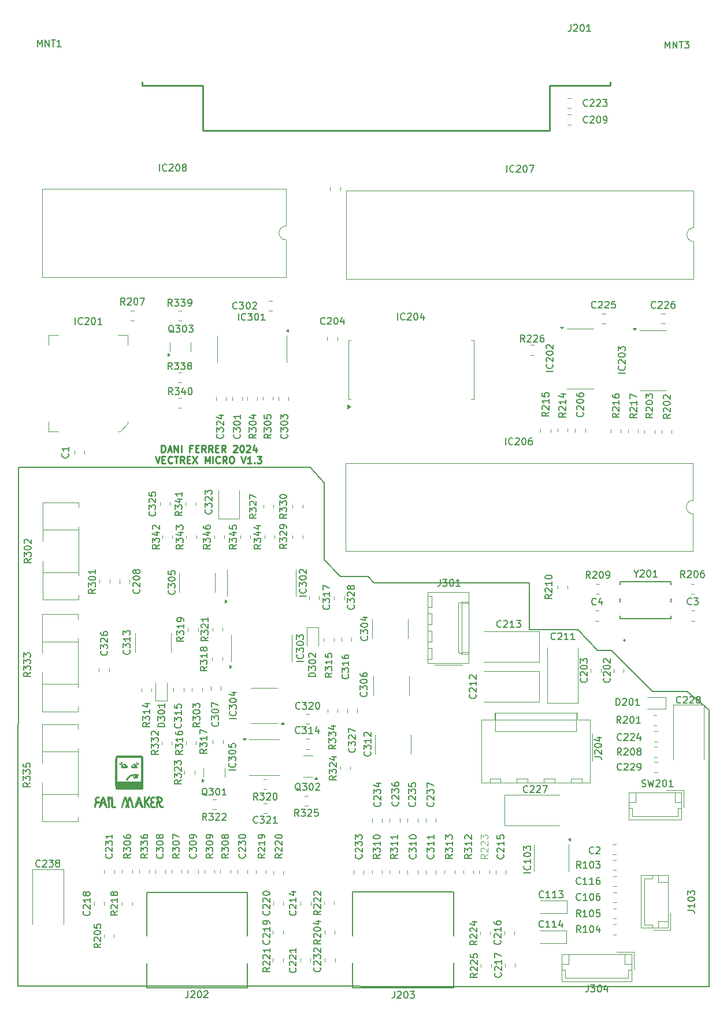
<source format=gbr>
%TF.GenerationSoftware,KiCad,Pcbnew,8.0.4*%
%TF.CreationDate,2024-09-09T17:53:27+02:00*%
%TF.ProjectId,LogicBoard 3GE,4c6f6769-6342-46f6-9172-64203347452e,rev?*%
%TF.SameCoordinates,Original*%
%TF.FileFunction,Legend,Top*%
%TF.FilePolarity,Positive*%
%FSLAX46Y46*%
G04 Gerber Fmt 4.6, Leading zero omitted, Abs format (unit mm)*
G04 Created by KiCad (PCBNEW 8.0.4) date 2024-09-09 17:53:27*
%MOMM*%
%LPD*%
G01*
G04 APERTURE LIST*
%ADD10C,0.150000*%
%ADD11C,0.250000*%
%ADD12C,0.125000*%
%ADD13C,0.010000*%
%ADD14C,0.120000*%
%ADD15C,0.152400*%
%ADD16C,0.254000*%
%ADD17C,0.127000*%
G04 APERTURE END LIST*
D10*
X49170000Y-166250000D02*
X49270000Y-90250000D01*
X150440000Y-166310000D02*
X49170000Y-166250000D01*
X150450000Y-125800000D02*
X150440000Y-166310000D01*
X147190000Y-123050000D02*
X150450000Y-125800000D01*
X142180000Y-123050000D02*
X147190000Y-123050000D01*
X136160000Y-117060000D02*
X142180000Y-123050000D01*
X134120000Y-117060000D02*
X136160000Y-117060000D01*
X131220000Y-114050000D02*
X134120000Y-117060000D01*
X124100000Y-114050000D02*
X131220000Y-114050000D01*
X124080000Y-107170000D02*
X124100000Y-114050000D01*
X101370000Y-107170000D02*
X124080000Y-107170000D01*
X100490000Y-106240000D02*
X101370000Y-107170000D01*
X96450000Y-106240000D02*
X100490000Y-106240000D01*
X94070000Y-103810000D02*
X96450000Y-106240000D01*
X94070000Y-92530000D02*
X94070000Y-103810000D01*
X92000000Y-90250000D02*
X94070000Y-92530000D01*
X49270000Y-90250000D02*
X92000000Y-90250000D01*
D11*
X70222568Y-87984619D02*
X70222568Y-86984619D01*
X70222568Y-86984619D02*
X70460663Y-86984619D01*
X70460663Y-86984619D02*
X70603520Y-87032238D01*
X70603520Y-87032238D02*
X70698758Y-87127476D01*
X70698758Y-87127476D02*
X70746377Y-87222714D01*
X70746377Y-87222714D02*
X70793996Y-87413190D01*
X70793996Y-87413190D02*
X70793996Y-87556047D01*
X70793996Y-87556047D02*
X70746377Y-87746523D01*
X70746377Y-87746523D02*
X70698758Y-87841761D01*
X70698758Y-87841761D02*
X70603520Y-87937000D01*
X70603520Y-87937000D02*
X70460663Y-87984619D01*
X70460663Y-87984619D02*
X70222568Y-87984619D01*
X71174949Y-87698904D02*
X71651139Y-87698904D01*
X71079711Y-87984619D02*
X71413044Y-86984619D01*
X71413044Y-86984619D02*
X71746377Y-87984619D01*
X72079711Y-87984619D02*
X72079711Y-86984619D01*
X72079711Y-86984619D02*
X72651139Y-87984619D01*
X72651139Y-87984619D02*
X72651139Y-86984619D01*
X73127330Y-87984619D02*
X73127330Y-86984619D01*
X74698758Y-87460809D02*
X74365425Y-87460809D01*
X74365425Y-87984619D02*
X74365425Y-86984619D01*
X74365425Y-86984619D02*
X74841615Y-86984619D01*
X75222568Y-87460809D02*
X75555901Y-87460809D01*
X75698758Y-87984619D02*
X75222568Y-87984619D01*
X75222568Y-87984619D02*
X75222568Y-86984619D01*
X75222568Y-86984619D02*
X75698758Y-86984619D01*
X76698758Y-87984619D02*
X76365425Y-87508428D01*
X76127330Y-87984619D02*
X76127330Y-86984619D01*
X76127330Y-86984619D02*
X76508282Y-86984619D01*
X76508282Y-86984619D02*
X76603520Y-87032238D01*
X76603520Y-87032238D02*
X76651139Y-87079857D01*
X76651139Y-87079857D02*
X76698758Y-87175095D01*
X76698758Y-87175095D02*
X76698758Y-87317952D01*
X76698758Y-87317952D02*
X76651139Y-87413190D01*
X76651139Y-87413190D02*
X76603520Y-87460809D01*
X76603520Y-87460809D02*
X76508282Y-87508428D01*
X76508282Y-87508428D02*
X76127330Y-87508428D01*
X77698758Y-87984619D02*
X77365425Y-87508428D01*
X77127330Y-87984619D02*
X77127330Y-86984619D01*
X77127330Y-86984619D02*
X77508282Y-86984619D01*
X77508282Y-86984619D02*
X77603520Y-87032238D01*
X77603520Y-87032238D02*
X77651139Y-87079857D01*
X77651139Y-87079857D02*
X77698758Y-87175095D01*
X77698758Y-87175095D02*
X77698758Y-87317952D01*
X77698758Y-87317952D02*
X77651139Y-87413190D01*
X77651139Y-87413190D02*
X77603520Y-87460809D01*
X77603520Y-87460809D02*
X77508282Y-87508428D01*
X77508282Y-87508428D02*
X77127330Y-87508428D01*
X78127330Y-87460809D02*
X78460663Y-87460809D01*
X78603520Y-87984619D02*
X78127330Y-87984619D01*
X78127330Y-87984619D02*
X78127330Y-86984619D01*
X78127330Y-86984619D02*
X78603520Y-86984619D01*
X79603520Y-87984619D02*
X79270187Y-87508428D01*
X79032092Y-87984619D02*
X79032092Y-86984619D01*
X79032092Y-86984619D02*
X79413044Y-86984619D01*
X79413044Y-86984619D02*
X79508282Y-87032238D01*
X79508282Y-87032238D02*
X79555901Y-87079857D01*
X79555901Y-87079857D02*
X79603520Y-87175095D01*
X79603520Y-87175095D02*
X79603520Y-87317952D01*
X79603520Y-87317952D02*
X79555901Y-87413190D01*
X79555901Y-87413190D02*
X79508282Y-87460809D01*
X79508282Y-87460809D02*
X79413044Y-87508428D01*
X79413044Y-87508428D02*
X79032092Y-87508428D01*
X80746378Y-87079857D02*
X80793997Y-87032238D01*
X80793997Y-87032238D02*
X80889235Y-86984619D01*
X80889235Y-86984619D02*
X81127330Y-86984619D01*
X81127330Y-86984619D02*
X81222568Y-87032238D01*
X81222568Y-87032238D02*
X81270187Y-87079857D01*
X81270187Y-87079857D02*
X81317806Y-87175095D01*
X81317806Y-87175095D02*
X81317806Y-87270333D01*
X81317806Y-87270333D02*
X81270187Y-87413190D01*
X81270187Y-87413190D02*
X80698759Y-87984619D01*
X80698759Y-87984619D02*
X81317806Y-87984619D01*
X81936854Y-86984619D02*
X82032092Y-86984619D01*
X82032092Y-86984619D02*
X82127330Y-87032238D01*
X82127330Y-87032238D02*
X82174949Y-87079857D01*
X82174949Y-87079857D02*
X82222568Y-87175095D01*
X82222568Y-87175095D02*
X82270187Y-87365571D01*
X82270187Y-87365571D02*
X82270187Y-87603666D01*
X82270187Y-87603666D02*
X82222568Y-87794142D01*
X82222568Y-87794142D02*
X82174949Y-87889380D01*
X82174949Y-87889380D02*
X82127330Y-87937000D01*
X82127330Y-87937000D02*
X82032092Y-87984619D01*
X82032092Y-87984619D02*
X81936854Y-87984619D01*
X81936854Y-87984619D02*
X81841616Y-87937000D01*
X81841616Y-87937000D02*
X81793997Y-87889380D01*
X81793997Y-87889380D02*
X81746378Y-87794142D01*
X81746378Y-87794142D02*
X81698759Y-87603666D01*
X81698759Y-87603666D02*
X81698759Y-87365571D01*
X81698759Y-87365571D02*
X81746378Y-87175095D01*
X81746378Y-87175095D02*
X81793997Y-87079857D01*
X81793997Y-87079857D02*
X81841616Y-87032238D01*
X81841616Y-87032238D02*
X81936854Y-86984619D01*
X82651140Y-87079857D02*
X82698759Y-87032238D01*
X82698759Y-87032238D02*
X82793997Y-86984619D01*
X82793997Y-86984619D02*
X83032092Y-86984619D01*
X83032092Y-86984619D02*
X83127330Y-87032238D01*
X83127330Y-87032238D02*
X83174949Y-87079857D01*
X83174949Y-87079857D02*
X83222568Y-87175095D01*
X83222568Y-87175095D02*
X83222568Y-87270333D01*
X83222568Y-87270333D02*
X83174949Y-87413190D01*
X83174949Y-87413190D02*
X82603521Y-87984619D01*
X82603521Y-87984619D02*
X83222568Y-87984619D01*
X84079711Y-87317952D02*
X84079711Y-87984619D01*
X83841616Y-86937000D02*
X83603521Y-87651285D01*
X83603521Y-87651285D02*
X84222568Y-87651285D01*
X69299711Y-88634619D02*
X69633044Y-89634619D01*
X69633044Y-89634619D02*
X69966377Y-88634619D01*
X70299711Y-89110809D02*
X70633044Y-89110809D01*
X70775901Y-89634619D02*
X70299711Y-89634619D01*
X70299711Y-89634619D02*
X70299711Y-88634619D01*
X70299711Y-88634619D02*
X70775901Y-88634619D01*
X71775901Y-89539380D02*
X71728282Y-89587000D01*
X71728282Y-89587000D02*
X71585425Y-89634619D01*
X71585425Y-89634619D02*
X71490187Y-89634619D01*
X71490187Y-89634619D02*
X71347330Y-89587000D01*
X71347330Y-89587000D02*
X71252092Y-89491761D01*
X71252092Y-89491761D02*
X71204473Y-89396523D01*
X71204473Y-89396523D02*
X71156854Y-89206047D01*
X71156854Y-89206047D02*
X71156854Y-89063190D01*
X71156854Y-89063190D02*
X71204473Y-88872714D01*
X71204473Y-88872714D02*
X71252092Y-88777476D01*
X71252092Y-88777476D02*
X71347330Y-88682238D01*
X71347330Y-88682238D02*
X71490187Y-88634619D01*
X71490187Y-88634619D02*
X71585425Y-88634619D01*
X71585425Y-88634619D02*
X71728282Y-88682238D01*
X71728282Y-88682238D02*
X71775901Y-88729857D01*
X72061616Y-88634619D02*
X72633044Y-88634619D01*
X72347330Y-89634619D02*
X72347330Y-88634619D01*
X73537806Y-89634619D02*
X73204473Y-89158428D01*
X72966378Y-89634619D02*
X72966378Y-88634619D01*
X72966378Y-88634619D02*
X73347330Y-88634619D01*
X73347330Y-88634619D02*
X73442568Y-88682238D01*
X73442568Y-88682238D02*
X73490187Y-88729857D01*
X73490187Y-88729857D02*
X73537806Y-88825095D01*
X73537806Y-88825095D02*
X73537806Y-88967952D01*
X73537806Y-88967952D02*
X73490187Y-89063190D01*
X73490187Y-89063190D02*
X73442568Y-89110809D01*
X73442568Y-89110809D02*
X73347330Y-89158428D01*
X73347330Y-89158428D02*
X72966378Y-89158428D01*
X73966378Y-89110809D02*
X74299711Y-89110809D01*
X74442568Y-89634619D02*
X73966378Y-89634619D01*
X73966378Y-89634619D02*
X73966378Y-88634619D01*
X73966378Y-88634619D02*
X74442568Y-88634619D01*
X74775902Y-88634619D02*
X75442568Y-89634619D01*
X75442568Y-88634619D02*
X74775902Y-89634619D01*
X76585426Y-89634619D02*
X76585426Y-88634619D01*
X76585426Y-88634619D02*
X76918759Y-89348904D01*
X76918759Y-89348904D02*
X77252092Y-88634619D01*
X77252092Y-88634619D02*
X77252092Y-89634619D01*
X77728283Y-89634619D02*
X77728283Y-88634619D01*
X78775901Y-89539380D02*
X78728282Y-89587000D01*
X78728282Y-89587000D02*
X78585425Y-89634619D01*
X78585425Y-89634619D02*
X78490187Y-89634619D01*
X78490187Y-89634619D02*
X78347330Y-89587000D01*
X78347330Y-89587000D02*
X78252092Y-89491761D01*
X78252092Y-89491761D02*
X78204473Y-89396523D01*
X78204473Y-89396523D02*
X78156854Y-89206047D01*
X78156854Y-89206047D02*
X78156854Y-89063190D01*
X78156854Y-89063190D02*
X78204473Y-88872714D01*
X78204473Y-88872714D02*
X78252092Y-88777476D01*
X78252092Y-88777476D02*
X78347330Y-88682238D01*
X78347330Y-88682238D02*
X78490187Y-88634619D01*
X78490187Y-88634619D02*
X78585425Y-88634619D01*
X78585425Y-88634619D02*
X78728282Y-88682238D01*
X78728282Y-88682238D02*
X78775901Y-88729857D01*
X79775901Y-89634619D02*
X79442568Y-89158428D01*
X79204473Y-89634619D02*
X79204473Y-88634619D01*
X79204473Y-88634619D02*
X79585425Y-88634619D01*
X79585425Y-88634619D02*
X79680663Y-88682238D01*
X79680663Y-88682238D02*
X79728282Y-88729857D01*
X79728282Y-88729857D02*
X79775901Y-88825095D01*
X79775901Y-88825095D02*
X79775901Y-88967952D01*
X79775901Y-88967952D02*
X79728282Y-89063190D01*
X79728282Y-89063190D02*
X79680663Y-89110809D01*
X79680663Y-89110809D02*
X79585425Y-89158428D01*
X79585425Y-89158428D02*
X79204473Y-89158428D01*
X80394949Y-88634619D02*
X80585425Y-88634619D01*
X80585425Y-88634619D02*
X80680663Y-88682238D01*
X80680663Y-88682238D02*
X80775901Y-88777476D01*
X80775901Y-88777476D02*
X80823520Y-88967952D01*
X80823520Y-88967952D02*
X80823520Y-89301285D01*
X80823520Y-89301285D02*
X80775901Y-89491761D01*
X80775901Y-89491761D02*
X80680663Y-89587000D01*
X80680663Y-89587000D02*
X80585425Y-89634619D01*
X80585425Y-89634619D02*
X80394949Y-89634619D01*
X80394949Y-89634619D02*
X80299711Y-89587000D01*
X80299711Y-89587000D02*
X80204473Y-89491761D01*
X80204473Y-89491761D02*
X80156854Y-89301285D01*
X80156854Y-89301285D02*
X80156854Y-88967952D01*
X80156854Y-88967952D02*
X80204473Y-88777476D01*
X80204473Y-88777476D02*
X80299711Y-88682238D01*
X80299711Y-88682238D02*
X80394949Y-88634619D01*
X81871140Y-88634619D02*
X82204473Y-89634619D01*
X82204473Y-89634619D02*
X82537806Y-88634619D01*
X83394949Y-89634619D02*
X82823521Y-89634619D01*
X83109235Y-89634619D02*
X83109235Y-88634619D01*
X83109235Y-88634619D02*
X83013997Y-88777476D01*
X83013997Y-88777476D02*
X82918759Y-88872714D01*
X82918759Y-88872714D02*
X82823521Y-88920333D01*
X83823521Y-89539380D02*
X83871140Y-89587000D01*
X83871140Y-89587000D02*
X83823521Y-89634619D01*
X83823521Y-89634619D02*
X83775902Y-89587000D01*
X83775902Y-89587000D02*
X83823521Y-89539380D01*
X83823521Y-89539380D02*
X83823521Y-89634619D01*
X84204473Y-88634619D02*
X84823520Y-88634619D01*
X84823520Y-88634619D02*
X84490187Y-89015571D01*
X84490187Y-89015571D02*
X84633044Y-89015571D01*
X84633044Y-89015571D02*
X84728282Y-89063190D01*
X84728282Y-89063190D02*
X84775901Y-89110809D01*
X84775901Y-89110809D02*
X84823520Y-89206047D01*
X84823520Y-89206047D02*
X84823520Y-89444142D01*
X84823520Y-89444142D02*
X84775901Y-89539380D01*
X84775901Y-89539380D02*
X84728282Y-89587000D01*
X84728282Y-89587000D02*
X84633044Y-89634619D01*
X84633044Y-89634619D02*
X84347330Y-89634619D01*
X84347330Y-89634619D02*
X84252092Y-89587000D01*
X84252092Y-89587000D02*
X84204473Y-89539380D01*
D10*
X100329580Y-114976547D02*
X100377200Y-115024166D01*
X100377200Y-115024166D02*
X100424819Y-115167023D01*
X100424819Y-115167023D02*
X100424819Y-115262261D01*
X100424819Y-115262261D02*
X100377200Y-115405118D01*
X100377200Y-115405118D02*
X100281961Y-115500356D01*
X100281961Y-115500356D02*
X100186723Y-115547975D01*
X100186723Y-115547975D02*
X99996247Y-115595594D01*
X99996247Y-115595594D02*
X99853390Y-115595594D01*
X99853390Y-115595594D02*
X99662914Y-115547975D01*
X99662914Y-115547975D02*
X99567676Y-115500356D01*
X99567676Y-115500356D02*
X99472438Y-115405118D01*
X99472438Y-115405118D02*
X99424819Y-115262261D01*
X99424819Y-115262261D02*
X99424819Y-115167023D01*
X99424819Y-115167023D02*
X99472438Y-115024166D01*
X99472438Y-115024166D02*
X99520057Y-114976547D01*
X99424819Y-114643213D02*
X99424819Y-114024166D01*
X99424819Y-114024166D02*
X99805771Y-114357499D01*
X99805771Y-114357499D02*
X99805771Y-114214642D01*
X99805771Y-114214642D02*
X99853390Y-114119404D01*
X99853390Y-114119404D02*
X99901009Y-114071785D01*
X99901009Y-114071785D02*
X99996247Y-114024166D01*
X99996247Y-114024166D02*
X100234342Y-114024166D01*
X100234342Y-114024166D02*
X100329580Y-114071785D01*
X100329580Y-114071785D02*
X100377200Y-114119404D01*
X100377200Y-114119404D02*
X100424819Y-114214642D01*
X100424819Y-114214642D02*
X100424819Y-114500356D01*
X100424819Y-114500356D02*
X100377200Y-114595594D01*
X100377200Y-114595594D02*
X100329580Y-114643213D01*
X99424819Y-113405118D02*
X99424819Y-113309880D01*
X99424819Y-113309880D02*
X99472438Y-113214642D01*
X99472438Y-113214642D02*
X99520057Y-113167023D01*
X99520057Y-113167023D02*
X99615295Y-113119404D01*
X99615295Y-113119404D02*
X99805771Y-113071785D01*
X99805771Y-113071785D02*
X100043866Y-113071785D01*
X100043866Y-113071785D02*
X100234342Y-113119404D01*
X100234342Y-113119404D02*
X100329580Y-113167023D01*
X100329580Y-113167023D02*
X100377200Y-113214642D01*
X100377200Y-113214642D02*
X100424819Y-113309880D01*
X100424819Y-113309880D02*
X100424819Y-113405118D01*
X100424819Y-113405118D02*
X100377200Y-113500356D01*
X100377200Y-113500356D02*
X100329580Y-113547975D01*
X100329580Y-113547975D02*
X100234342Y-113595594D01*
X100234342Y-113595594D02*
X100043866Y-113643213D01*
X100043866Y-113643213D02*
X99805771Y-113643213D01*
X99805771Y-113643213D02*
X99615295Y-113595594D01*
X99615295Y-113595594D02*
X99520057Y-113547975D01*
X99520057Y-113547975D02*
X99472438Y-113500356D01*
X99472438Y-113500356D02*
X99424819Y-113405118D01*
X99758152Y-112214642D02*
X100424819Y-112214642D01*
X99377200Y-112452737D02*
X100091485Y-112690832D01*
X100091485Y-112690832D02*
X100091485Y-112071785D01*
X59639580Y-155289047D02*
X59687200Y-155336666D01*
X59687200Y-155336666D02*
X59734819Y-155479523D01*
X59734819Y-155479523D02*
X59734819Y-155574761D01*
X59734819Y-155574761D02*
X59687200Y-155717618D01*
X59687200Y-155717618D02*
X59591961Y-155812856D01*
X59591961Y-155812856D02*
X59496723Y-155860475D01*
X59496723Y-155860475D02*
X59306247Y-155908094D01*
X59306247Y-155908094D02*
X59163390Y-155908094D01*
X59163390Y-155908094D02*
X58972914Y-155860475D01*
X58972914Y-155860475D02*
X58877676Y-155812856D01*
X58877676Y-155812856D02*
X58782438Y-155717618D01*
X58782438Y-155717618D02*
X58734819Y-155574761D01*
X58734819Y-155574761D02*
X58734819Y-155479523D01*
X58734819Y-155479523D02*
X58782438Y-155336666D01*
X58782438Y-155336666D02*
X58830057Y-155289047D01*
X58830057Y-154908094D02*
X58782438Y-154860475D01*
X58782438Y-154860475D02*
X58734819Y-154765237D01*
X58734819Y-154765237D02*
X58734819Y-154527142D01*
X58734819Y-154527142D02*
X58782438Y-154431904D01*
X58782438Y-154431904D02*
X58830057Y-154384285D01*
X58830057Y-154384285D02*
X58925295Y-154336666D01*
X58925295Y-154336666D02*
X59020533Y-154336666D01*
X59020533Y-154336666D02*
X59163390Y-154384285D01*
X59163390Y-154384285D02*
X59734819Y-154955713D01*
X59734819Y-154955713D02*
X59734819Y-154336666D01*
X59734819Y-153384285D02*
X59734819Y-153955713D01*
X59734819Y-153669999D02*
X58734819Y-153669999D01*
X58734819Y-153669999D02*
X58877676Y-153765237D01*
X58877676Y-153765237D02*
X58972914Y-153860475D01*
X58972914Y-153860475D02*
X59020533Y-153955713D01*
X59163390Y-152812856D02*
X59115771Y-152908094D01*
X59115771Y-152908094D02*
X59068152Y-152955713D01*
X59068152Y-152955713D02*
X58972914Y-153003332D01*
X58972914Y-153003332D02*
X58925295Y-153003332D01*
X58925295Y-153003332D02*
X58830057Y-152955713D01*
X58830057Y-152955713D02*
X58782438Y-152908094D01*
X58782438Y-152908094D02*
X58734819Y-152812856D01*
X58734819Y-152812856D02*
X58734819Y-152622380D01*
X58734819Y-152622380D02*
X58782438Y-152527142D01*
X58782438Y-152527142D02*
X58830057Y-152479523D01*
X58830057Y-152479523D02*
X58925295Y-152431904D01*
X58925295Y-152431904D02*
X58972914Y-152431904D01*
X58972914Y-152431904D02*
X59068152Y-152479523D01*
X59068152Y-152479523D02*
X59115771Y-152527142D01*
X59115771Y-152527142D02*
X59163390Y-152622380D01*
X59163390Y-152622380D02*
X59163390Y-152812856D01*
X59163390Y-152812856D02*
X59211009Y-152908094D01*
X59211009Y-152908094D02*
X59258628Y-152955713D01*
X59258628Y-152955713D02*
X59353866Y-153003332D01*
X59353866Y-153003332D02*
X59544342Y-153003332D01*
X59544342Y-153003332D02*
X59639580Y-152955713D01*
X59639580Y-152955713D02*
X59687200Y-152908094D01*
X59687200Y-152908094D02*
X59734819Y-152812856D01*
X59734819Y-152812856D02*
X59734819Y-152622380D01*
X59734819Y-152622380D02*
X59687200Y-152527142D01*
X59687200Y-152527142D02*
X59639580Y-152479523D01*
X59639580Y-152479523D02*
X59544342Y-152431904D01*
X59544342Y-152431904D02*
X59353866Y-152431904D01*
X59353866Y-152431904D02*
X59258628Y-152479523D01*
X59258628Y-152479523D02*
X59211009Y-152527142D01*
X59211009Y-152527142D02*
X59163390Y-152622380D01*
X142600952Y-66809580D02*
X142553333Y-66857200D01*
X142553333Y-66857200D02*
X142410476Y-66904819D01*
X142410476Y-66904819D02*
X142315238Y-66904819D01*
X142315238Y-66904819D02*
X142172381Y-66857200D01*
X142172381Y-66857200D02*
X142077143Y-66761961D01*
X142077143Y-66761961D02*
X142029524Y-66666723D01*
X142029524Y-66666723D02*
X141981905Y-66476247D01*
X141981905Y-66476247D02*
X141981905Y-66333390D01*
X141981905Y-66333390D02*
X142029524Y-66142914D01*
X142029524Y-66142914D02*
X142077143Y-66047676D01*
X142077143Y-66047676D02*
X142172381Y-65952438D01*
X142172381Y-65952438D02*
X142315238Y-65904819D01*
X142315238Y-65904819D02*
X142410476Y-65904819D01*
X142410476Y-65904819D02*
X142553333Y-65952438D01*
X142553333Y-65952438D02*
X142600952Y-66000057D01*
X142981905Y-66000057D02*
X143029524Y-65952438D01*
X143029524Y-65952438D02*
X143124762Y-65904819D01*
X143124762Y-65904819D02*
X143362857Y-65904819D01*
X143362857Y-65904819D02*
X143458095Y-65952438D01*
X143458095Y-65952438D02*
X143505714Y-66000057D01*
X143505714Y-66000057D02*
X143553333Y-66095295D01*
X143553333Y-66095295D02*
X143553333Y-66190533D01*
X143553333Y-66190533D02*
X143505714Y-66333390D01*
X143505714Y-66333390D02*
X142934286Y-66904819D01*
X142934286Y-66904819D02*
X143553333Y-66904819D01*
X143934286Y-66000057D02*
X143981905Y-65952438D01*
X143981905Y-65952438D02*
X144077143Y-65904819D01*
X144077143Y-65904819D02*
X144315238Y-65904819D01*
X144315238Y-65904819D02*
X144410476Y-65952438D01*
X144410476Y-65952438D02*
X144458095Y-66000057D01*
X144458095Y-66000057D02*
X144505714Y-66095295D01*
X144505714Y-66095295D02*
X144505714Y-66190533D01*
X144505714Y-66190533D02*
X144458095Y-66333390D01*
X144458095Y-66333390D02*
X143886667Y-66904819D01*
X143886667Y-66904819D02*
X144505714Y-66904819D01*
X145362857Y-65904819D02*
X145172381Y-65904819D01*
X145172381Y-65904819D02*
X145077143Y-65952438D01*
X145077143Y-65952438D02*
X145029524Y-66000057D01*
X145029524Y-66000057D02*
X144934286Y-66142914D01*
X144934286Y-66142914D02*
X144886667Y-66333390D01*
X144886667Y-66333390D02*
X144886667Y-66714342D01*
X144886667Y-66714342D02*
X144934286Y-66809580D01*
X144934286Y-66809580D02*
X144981905Y-66857200D01*
X144981905Y-66857200D02*
X145077143Y-66904819D01*
X145077143Y-66904819D02*
X145267619Y-66904819D01*
X145267619Y-66904819D02*
X145362857Y-66857200D01*
X145362857Y-66857200D02*
X145410476Y-66809580D01*
X145410476Y-66809580D02*
X145458095Y-66714342D01*
X145458095Y-66714342D02*
X145458095Y-66476247D01*
X145458095Y-66476247D02*
X145410476Y-66381009D01*
X145410476Y-66381009D02*
X145362857Y-66333390D01*
X145362857Y-66333390D02*
X145267619Y-66285771D01*
X145267619Y-66285771D02*
X145077143Y-66285771D01*
X145077143Y-66285771D02*
X144981905Y-66333390D01*
X144981905Y-66333390D02*
X144934286Y-66381009D01*
X144934286Y-66381009D02*
X144886667Y-66476247D01*
X112824819Y-146969047D02*
X112348628Y-147302380D01*
X112824819Y-147540475D02*
X111824819Y-147540475D01*
X111824819Y-147540475D02*
X111824819Y-147159523D01*
X111824819Y-147159523D02*
X111872438Y-147064285D01*
X111872438Y-147064285D02*
X111920057Y-147016666D01*
X111920057Y-147016666D02*
X112015295Y-146969047D01*
X112015295Y-146969047D02*
X112158152Y-146969047D01*
X112158152Y-146969047D02*
X112253390Y-147016666D01*
X112253390Y-147016666D02*
X112301009Y-147064285D01*
X112301009Y-147064285D02*
X112348628Y-147159523D01*
X112348628Y-147159523D02*
X112348628Y-147540475D01*
X111824819Y-146635713D02*
X111824819Y-146016666D01*
X111824819Y-146016666D02*
X112205771Y-146349999D01*
X112205771Y-146349999D02*
X112205771Y-146207142D01*
X112205771Y-146207142D02*
X112253390Y-146111904D01*
X112253390Y-146111904D02*
X112301009Y-146064285D01*
X112301009Y-146064285D02*
X112396247Y-146016666D01*
X112396247Y-146016666D02*
X112634342Y-146016666D01*
X112634342Y-146016666D02*
X112729580Y-146064285D01*
X112729580Y-146064285D02*
X112777200Y-146111904D01*
X112777200Y-146111904D02*
X112824819Y-146207142D01*
X112824819Y-146207142D02*
X112824819Y-146492856D01*
X112824819Y-146492856D02*
X112777200Y-146588094D01*
X112777200Y-146588094D02*
X112729580Y-146635713D01*
X112824819Y-145064285D02*
X112824819Y-145635713D01*
X112824819Y-145349999D02*
X111824819Y-145349999D01*
X111824819Y-145349999D02*
X111967676Y-145445237D01*
X111967676Y-145445237D02*
X112062914Y-145540475D01*
X112062914Y-145540475D02*
X112110533Y-145635713D01*
X111824819Y-144730951D02*
X111824819Y-144111904D01*
X111824819Y-144111904D02*
X112205771Y-144445237D01*
X112205771Y-144445237D02*
X112205771Y-144302380D01*
X112205771Y-144302380D02*
X112253390Y-144207142D01*
X112253390Y-144207142D02*
X112301009Y-144159523D01*
X112301009Y-144159523D02*
X112396247Y-144111904D01*
X112396247Y-144111904D02*
X112634342Y-144111904D01*
X112634342Y-144111904D02*
X112729580Y-144159523D01*
X112729580Y-144159523D02*
X112777200Y-144207142D01*
X112777200Y-144207142D02*
X112824819Y-144302380D01*
X112824819Y-144302380D02*
X112824819Y-144588094D01*
X112824819Y-144588094D02*
X112777200Y-144683332D01*
X112777200Y-144683332D02*
X112729580Y-144730951D01*
X147324819Y-155185714D02*
X148039104Y-155185714D01*
X148039104Y-155185714D02*
X148181961Y-155233333D01*
X148181961Y-155233333D02*
X148277200Y-155328571D01*
X148277200Y-155328571D02*
X148324819Y-155471428D01*
X148324819Y-155471428D02*
X148324819Y-155566666D01*
X148324819Y-154185714D02*
X148324819Y-154757142D01*
X148324819Y-154471428D02*
X147324819Y-154471428D01*
X147324819Y-154471428D02*
X147467676Y-154566666D01*
X147467676Y-154566666D02*
X147562914Y-154661904D01*
X147562914Y-154661904D02*
X147610533Y-154757142D01*
X147324819Y-153566666D02*
X147324819Y-153471428D01*
X147324819Y-153471428D02*
X147372438Y-153376190D01*
X147372438Y-153376190D02*
X147420057Y-153328571D01*
X147420057Y-153328571D02*
X147515295Y-153280952D01*
X147515295Y-153280952D02*
X147705771Y-153233333D01*
X147705771Y-153233333D02*
X147943866Y-153233333D01*
X147943866Y-153233333D02*
X148134342Y-153280952D01*
X148134342Y-153280952D02*
X148229580Y-153328571D01*
X148229580Y-153328571D02*
X148277200Y-153376190D01*
X148277200Y-153376190D02*
X148324819Y-153471428D01*
X148324819Y-153471428D02*
X148324819Y-153566666D01*
X148324819Y-153566666D02*
X148277200Y-153661904D01*
X148277200Y-153661904D02*
X148229580Y-153709523D01*
X148229580Y-153709523D02*
X148134342Y-153757142D01*
X148134342Y-153757142D02*
X147943866Y-153804761D01*
X147943866Y-153804761D02*
X147705771Y-153804761D01*
X147705771Y-153804761D02*
X147515295Y-153757142D01*
X147515295Y-153757142D02*
X147420057Y-153709523D01*
X147420057Y-153709523D02*
X147372438Y-153661904D01*
X147372438Y-153661904D02*
X147324819Y-153566666D01*
X147324819Y-152899999D02*
X147324819Y-152280952D01*
X147324819Y-152280952D02*
X147705771Y-152614285D01*
X147705771Y-152614285D02*
X147705771Y-152471428D01*
X147705771Y-152471428D02*
X147753390Y-152376190D01*
X147753390Y-152376190D02*
X147801009Y-152328571D01*
X147801009Y-152328571D02*
X147896247Y-152280952D01*
X147896247Y-152280952D02*
X148134342Y-152280952D01*
X148134342Y-152280952D02*
X148229580Y-152328571D01*
X148229580Y-152328571D02*
X148277200Y-152376190D01*
X148277200Y-152376190D02*
X148324819Y-152471428D01*
X148324819Y-152471428D02*
X148324819Y-152757142D01*
X148324819Y-152757142D02*
X148277200Y-152852380D01*
X148277200Y-152852380D02*
X148229580Y-152899999D01*
X142174819Y-82339047D02*
X141698628Y-82672380D01*
X142174819Y-82910475D02*
X141174819Y-82910475D01*
X141174819Y-82910475D02*
X141174819Y-82529523D01*
X141174819Y-82529523D02*
X141222438Y-82434285D01*
X141222438Y-82434285D02*
X141270057Y-82386666D01*
X141270057Y-82386666D02*
X141365295Y-82339047D01*
X141365295Y-82339047D02*
X141508152Y-82339047D01*
X141508152Y-82339047D02*
X141603390Y-82386666D01*
X141603390Y-82386666D02*
X141651009Y-82434285D01*
X141651009Y-82434285D02*
X141698628Y-82529523D01*
X141698628Y-82529523D02*
X141698628Y-82910475D01*
X141270057Y-81958094D02*
X141222438Y-81910475D01*
X141222438Y-81910475D02*
X141174819Y-81815237D01*
X141174819Y-81815237D02*
X141174819Y-81577142D01*
X141174819Y-81577142D02*
X141222438Y-81481904D01*
X141222438Y-81481904D02*
X141270057Y-81434285D01*
X141270057Y-81434285D02*
X141365295Y-81386666D01*
X141365295Y-81386666D02*
X141460533Y-81386666D01*
X141460533Y-81386666D02*
X141603390Y-81434285D01*
X141603390Y-81434285D02*
X142174819Y-82005713D01*
X142174819Y-82005713D02*
X142174819Y-81386666D01*
X141174819Y-80767618D02*
X141174819Y-80672380D01*
X141174819Y-80672380D02*
X141222438Y-80577142D01*
X141222438Y-80577142D02*
X141270057Y-80529523D01*
X141270057Y-80529523D02*
X141365295Y-80481904D01*
X141365295Y-80481904D02*
X141555771Y-80434285D01*
X141555771Y-80434285D02*
X141793866Y-80434285D01*
X141793866Y-80434285D02*
X141984342Y-80481904D01*
X141984342Y-80481904D02*
X142079580Y-80529523D01*
X142079580Y-80529523D02*
X142127200Y-80577142D01*
X142127200Y-80577142D02*
X142174819Y-80672380D01*
X142174819Y-80672380D02*
X142174819Y-80767618D01*
X142174819Y-80767618D02*
X142127200Y-80862856D01*
X142127200Y-80862856D02*
X142079580Y-80910475D01*
X142079580Y-80910475D02*
X141984342Y-80958094D01*
X141984342Y-80958094D02*
X141793866Y-81005713D01*
X141793866Y-81005713D02*
X141555771Y-81005713D01*
X141555771Y-81005713D02*
X141365295Y-80958094D01*
X141365295Y-80958094D02*
X141270057Y-80910475D01*
X141270057Y-80910475D02*
X141222438Y-80862856D01*
X141222438Y-80862856D02*
X141174819Y-80767618D01*
X141174819Y-80100951D02*
X141174819Y-79481904D01*
X141174819Y-79481904D02*
X141555771Y-79815237D01*
X141555771Y-79815237D02*
X141555771Y-79672380D01*
X141555771Y-79672380D02*
X141603390Y-79577142D01*
X141603390Y-79577142D02*
X141651009Y-79529523D01*
X141651009Y-79529523D02*
X141746247Y-79481904D01*
X141746247Y-79481904D02*
X141984342Y-79481904D01*
X141984342Y-79481904D02*
X142079580Y-79529523D01*
X142079580Y-79529523D02*
X142127200Y-79577142D01*
X142127200Y-79577142D02*
X142174819Y-79672380D01*
X142174819Y-79672380D02*
X142174819Y-79958094D01*
X142174819Y-79958094D02*
X142127200Y-80053332D01*
X142127200Y-80053332D02*
X142079580Y-80100951D01*
X90572380Y-137640057D02*
X90477142Y-137592438D01*
X90477142Y-137592438D02*
X90381904Y-137497200D01*
X90381904Y-137497200D02*
X90239047Y-137354342D01*
X90239047Y-137354342D02*
X90143809Y-137306723D01*
X90143809Y-137306723D02*
X90048571Y-137306723D01*
X90096190Y-137544819D02*
X90000952Y-137497200D01*
X90000952Y-137497200D02*
X89905714Y-137401961D01*
X89905714Y-137401961D02*
X89858095Y-137211485D01*
X89858095Y-137211485D02*
X89858095Y-136878152D01*
X89858095Y-136878152D02*
X89905714Y-136687676D01*
X89905714Y-136687676D02*
X90000952Y-136592438D01*
X90000952Y-136592438D02*
X90096190Y-136544819D01*
X90096190Y-136544819D02*
X90286666Y-136544819D01*
X90286666Y-136544819D02*
X90381904Y-136592438D01*
X90381904Y-136592438D02*
X90477142Y-136687676D01*
X90477142Y-136687676D02*
X90524761Y-136878152D01*
X90524761Y-136878152D02*
X90524761Y-137211485D01*
X90524761Y-137211485D02*
X90477142Y-137401961D01*
X90477142Y-137401961D02*
X90381904Y-137497200D01*
X90381904Y-137497200D02*
X90286666Y-137544819D01*
X90286666Y-137544819D02*
X90096190Y-137544819D01*
X90858095Y-136544819D02*
X91477142Y-136544819D01*
X91477142Y-136544819D02*
X91143809Y-136925771D01*
X91143809Y-136925771D02*
X91286666Y-136925771D01*
X91286666Y-136925771D02*
X91381904Y-136973390D01*
X91381904Y-136973390D02*
X91429523Y-137021009D01*
X91429523Y-137021009D02*
X91477142Y-137116247D01*
X91477142Y-137116247D02*
X91477142Y-137354342D01*
X91477142Y-137354342D02*
X91429523Y-137449580D01*
X91429523Y-137449580D02*
X91381904Y-137497200D01*
X91381904Y-137497200D02*
X91286666Y-137544819D01*
X91286666Y-137544819D02*
X91000952Y-137544819D01*
X91000952Y-137544819D02*
X90905714Y-137497200D01*
X90905714Y-137497200D02*
X90858095Y-137449580D01*
X92096190Y-136544819D02*
X92191428Y-136544819D01*
X92191428Y-136544819D02*
X92286666Y-136592438D01*
X92286666Y-136592438D02*
X92334285Y-136640057D01*
X92334285Y-136640057D02*
X92381904Y-136735295D01*
X92381904Y-136735295D02*
X92429523Y-136925771D01*
X92429523Y-136925771D02*
X92429523Y-137163866D01*
X92429523Y-137163866D02*
X92381904Y-137354342D01*
X92381904Y-137354342D02*
X92334285Y-137449580D01*
X92334285Y-137449580D02*
X92286666Y-137497200D01*
X92286666Y-137497200D02*
X92191428Y-137544819D01*
X92191428Y-137544819D02*
X92096190Y-137544819D01*
X92096190Y-137544819D02*
X92000952Y-137497200D01*
X92000952Y-137497200D02*
X91953333Y-137449580D01*
X91953333Y-137449580D02*
X91905714Y-137354342D01*
X91905714Y-137354342D02*
X91858095Y-137163866D01*
X91858095Y-137163866D02*
X91858095Y-136925771D01*
X91858095Y-136925771D02*
X91905714Y-136735295D01*
X91905714Y-136735295D02*
X91953333Y-136640057D01*
X91953333Y-136640057D02*
X92000952Y-136592438D01*
X92000952Y-136592438D02*
X92096190Y-136544819D01*
X92810476Y-136640057D02*
X92858095Y-136592438D01*
X92858095Y-136592438D02*
X92953333Y-136544819D01*
X92953333Y-136544819D02*
X93191428Y-136544819D01*
X93191428Y-136544819D02*
X93286666Y-136592438D01*
X93286666Y-136592438D02*
X93334285Y-136640057D01*
X93334285Y-136640057D02*
X93381904Y-136735295D01*
X93381904Y-136735295D02*
X93381904Y-136830533D01*
X93381904Y-136830533D02*
X93334285Y-136973390D01*
X93334285Y-136973390D02*
X92762857Y-137544819D01*
X92762857Y-137544819D02*
X93381904Y-137544819D01*
X84290952Y-138954819D02*
X83957619Y-138478628D01*
X83719524Y-138954819D02*
X83719524Y-137954819D01*
X83719524Y-137954819D02*
X84100476Y-137954819D01*
X84100476Y-137954819D02*
X84195714Y-138002438D01*
X84195714Y-138002438D02*
X84243333Y-138050057D01*
X84243333Y-138050057D02*
X84290952Y-138145295D01*
X84290952Y-138145295D02*
X84290952Y-138288152D01*
X84290952Y-138288152D02*
X84243333Y-138383390D01*
X84243333Y-138383390D02*
X84195714Y-138431009D01*
X84195714Y-138431009D02*
X84100476Y-138478628D01*
X84100476Y-138478628D02*
X83719524Y-138478628D01*
X84624286Y-137954819D02*
X85243333Y-137954819D01*
X85243333Y-137954819D02*
X84910000Y-138335771D01*
X84910000Y-138335771D02*
X85052857Y-138335771D01*
X85052857Y-138335771D02*
X85148095Y-138383390D01*
X85148095Y-138383390D02*
X85195714Y-138431009D01*
X85195714Y-138431009D02*
X85243333Y-138526247D01*
X85243333Y-138526247D02*
X85243333Y-138764342D01*
X85243333Y-138764342D02*
X85195714Y-138859580D01*
X85195714Y-138859580D02*
X85148095Y-138907200D01*
X85148095Y-138907200D02*
X85052857Y-138954819D01*
X85052857Y-138954819D02*
X84767143Y-138954819D01*
X84767143Y-138954819D02*
X84671905Y-138907200D01*
X84671905Y-138907200D02*
X84624286Y-138859580D01*
X85624286Y-138050057D02*
X85671905Y-138002438D01*
X85671905Y-138002438D02*
X85767143Y-137954819D01*
X85767143Y-137954819D02*
X86005238Y-137954819D01*
X86005238Y-137954819D02*
X86100476Y-138002438D01*
X86100476Y-138002438D02*
X86148095Y-138050057D01*
X86148095Y-138050057D02*
X86195714Y-138145295D01*
X86195714Y-138145295D02*
X86195714Y-138240533D01*
X86195714Y-138240533D02*
X86148095Y-138383390D01*
X86148095Y-138383390D02*
X85576667Y-138954819D01*
X85576667Y-138954819D02*
X86195714Y-138954819D01*
X86814762Y-137954819D02*
X86910000Y-137954819D01*
X86910000Y-137954819D02*
X87005238Y-138002438D01*
X87005238Y-138002438D02*
X87052857Y-138050057D01*
X87052857Y-138050057D02*
X87100476Y-138145295D01*
X87100476Y-138145295D02*
X87148095Y-138335771D01*
X87148095Y-138335771D02*
X87148095Y-138573866D01*
X87148095Y-138573866D02*
X87100476Y-138764342D01*
X87100476Y-138764342D02*
X87052857Y-138859580D01*
X87052857Y-138859580D02*
X87005238Y-138907200D01*
X87005238Y-138907200D02*
X86910000Y-138954819D01*
X86910000Y-138954819D02*
X86814762Y-138954819D01*
X86814762Y-138954819D02*
X86719524Y-138907200D01*
X86719524Y-138907200D02*
X86671905Y-138859580D01*
X86671905Y-138859580D02*
X86624286Y-138764342D01*
X86624286Y-138764342D02*
X86576667Y-138573866D01*
X86576667Y-138573866D02*
X86576667Y-138335771D01*
X86576667Y-138335771D02*
X86624286Y-138145295D01*
X86624286Y-138145295D02*
X86671905Y-138050057D01*
X86671905Y-138050057D02*
X86719524Y-138002438D01*
X86719524Y-138002438D02*
X86814762Y-137954819D01*
X133030952Y-106474819D02*
X132697619Y-105998628D01*
X132459524Y-106474819D02*
X132459524Y-105474819D01*
X132459524Y-105474819D02*
X132840476Y-105474819D01*
X132840476Y-105474819D02*
X132935714Y-105522438D01*
X132935714Y-105522438D02*
X132983333Y-105570057D01*
X132983333Y-105570057D02*
X133030952Y-105665295D01*
X133030952Y-105665295D02*
X133030952Y-105808152D01*
X133030952Y-105808152D02*
X132983333Y-105903390D01*
X132983333Y-105903390D02*
X132935714Y-105951009D01*
X132935714Y-105951009D02*
X132840476Y-105998628D01*
X132840476Y-105998628D02*
X132459524Y-105998628D01*
X133411905Y-105570057D02*
X133459524Y-105522438D01*
X133459524Y-105522438D02*
X133554762Y-105474819D01*
X133554762Y-105474819D02*
X133792857Y-105474819D01*
X133792857Y-105474819D02*
X133888095Y-105522438D01*
X133888095Y-105522438D02*
X133935714Y-105570057D01*
X133935714Y-105570057D02*
X133983333Y-105665295D01*
X133983333Y-105665295D02*
X133983333Y-105760533D01*
X133983333Y-105760533D02*
X133935714Y-105903390D01*
X133935714Y-105903390D02*
X133364286Y-106474819D01*
X133364286Y-106474819D02*
X133983333Y-106474819D01*
X134602381Y-105474819D02*
X134697619Y-105474819D01*
X134697619Y-105474819D02*
X134792857Y-105522438D01*
X134792857Y-105522438D02*
X134840476Y-105570057D01*
X134840476Y-105570057D02*
X134888095Y-105665295D01*
X134888095Y-105665295D02*
X134935714Y-105855771D01*
X134935714Y-105855771D02*
X134935714Y-106093866D01*
X134935714Y-106093866D02*
X134888095Y-106284342D01*
X134888095Y-106284342D02*
X134840476Y-106379580D01*
X134840476Y-106379580D02*
X134792857Y-106427200D01*
X134792857Y-106427200D02*
X134697619Y-106474819D01*
X134697619Y-106474819D02*
X134602381Y-106474819D01*
X134602381Y-106474819D02*
X134507143Y-106427200D01*
X134507143Y-106427200D02*
X134459524Y-106379580D01*
X134459524Y-106379580D02*
X134411905Y-106284342D01*
X134411905Y-106284342D02*
X134364286Y-106093866D01*
X134364286Y-106093866D02*
X134364286Y-105855771D01*
X134364286Y-105855771D02*
X134411905Y-105665295D01*
X134411905Y-105665295D02*
X134459524Y-105570057D01*
X134459524Y-105570057D02*
X134507143Y-105522438D01*
X134507143Y-105522438D02*
X134602381Y-105474819D01*
X135411905Y-106474819D02*
X135602381Y-106474819D01*
X135602381Y-106474819D02*
X135697619Y-106427200D01*
X135697619Y-106427200D02*
X135745238Y-106379580D01*
X135745238Y-106379580D02*
X135840476Y-106236723D01*
X135840476Y-106236723D02*
X135888095Y-106046247D01*
X135888095Y-106046247D02*
X135888095Y-105665295D01*
X135888095Y-105665295D02*
X135840476Y-105570057D01*
X135840476Y-105570057D02*
X135792857Y-105522438D01*
X135792857Y-105522438D02*
X135697619Y-105474819D01*
X135697619Y-105474819D02*
X135507143Y-105474819D01*
X135507143Y-105474819D02*
X135411905Y-105522438D01*
X135411905Y-105522438D02*
X135364286Y-105570057D01*
X135364286Y-105570057D02*
X135316667Y-105665295D01*
X135316667Y-105665295D02*
X135316667Y-105903390D01*
X135316667Y-105903390D02*
X135364286Y-105998628D01*
X135364286Y-105998628D02*
X135411905Y-106046247D01*
X135411905Y-106046247D02*
X135507143Y-106093866D01*
X135507143Y-106093866D02*
X135697619Y-106093866D01*
X135697619Y-106093866D02*
X135792857Y-106046247D01*
X135792857Y-106046247D02*
X135840476Y-105998628D01*
X135840476Y-105998628D02*
X135888095Y-105903390D01*
X75834819Y-127681547D02*
X75358628Y-128014880D01*
X75834819Y-128252975D02*
X74834819Y-128252975D01*
X74834819Y-128252975D02*
X74834819Y-127872023D01*
X74834819Y-127872023D02*
X74882438Y-127776785D01*
X74882438Y-127776785D02*
X74930057Y-127729166D01*
X74930057Y-127729166D02*
X75025295Y-127681547D01*
X75025295Y-127681547D02*
X75168152Y-127681547D01*
X75168152Y-127681547D02*
X75263390Y-127729166D01*
X75263390Y-127729166D02*
X75311009Y-127776785D01*
X75311009Y-127776785D02*
X75358628Y-127872023D01*
X75358628Y-127872023D02*
X75358628Y-128252975D01*
X74834819Y-127348213D02*
X74834819Y-126729166D01*
X74834819Y-126729166D02*
X75215771Y-127062499D01*
X75215771Y-127062499D02*
X75215771Y-126919642D01*
X75215771Y-126919642D02*
X75263390Y-126824404D01*
X75263390Y-126824404D02*
X75311009Y-126776785D01*
X75311009Y-126776785D02*
X75406247Y-126729166D01*
X75406247Y-126729166D02*
X75644342Y-126729166D01*
X75644342Y-126729166D02*
X75739580Y-126776785D01*
X75739580Y-126776785D02*
X75787200Y-126824404D01*
X75787200Y-126824404D02*
X75834819Y-126919642D01*
X75834819Y-126919642D02*
X75834819Y-127205356D01*
X75834819Y-127205356D02*
X75787200Y-127300594D01*
X75787200Y-127300594D02*
X75739580Y-127348213D01*
X74834819Y-126110118D02*
X74834819Y-126014880D01*
X74834819Y-126014880D02*
X74882438Y-125919642D01*
X74882438Y-125919642D02*
X74930057Y-125872023D01*
X74930057Y-125872023D02*
X75025295Y-125824404D01*
X75025295Y-125824404D02*
X75215771Y-125776785D01*
X75215771Y-125776785D02*
X75453866Y-125776785D01*
X75453866Y-125776785D02*
X75644342Y-125824404D01*
X75644342Y-125824404D02*
X75739580Y-125872023D01*
X75739580Y-125872023D02*
X75787200Y-125919642D01*
X75787200Y-125919642D02*
X75834819Y-126014880D01*
X75834819Y-126014880D02*
X75834819Y-126110118D01*
X75834819Y-126110118D02*
X75787200Y-126205356D01*
X75787200Y-126205356D02*
X75739580Y-126252975D01*
X75739580Y-126252975D02*
X75644342Y-126300594D01*
X75644342Y-126300594D02*
X75453866Y-126348213D01*
X75453866Y-126348213D02*
X75215771Y-126348213D01*
X75215771Y-126348213D02*
X75025295Y-126300594D01*
X75025295Y-126300594D02*
X74930057Y-126252975D01*
X74930057Y-126252975D02*
X74882438Y-126205356D01*
X74882438Y-126205356D02*
X74834819Y-126110118D01*
X74834819Y-125443451D02*
X74834819Y-124824404D01*
X74834819Y-124824404D02*
X75215771Y-125157737D01*
X75215771Y-125157737D02*
X75215771Y-125014880D01*
X75215771Y-125014880D02*
X75263390Y-124919642D01*
X75263390Y-124919642D02*
X75311009Y-124872023D01*
X75311009Y-124872023D02*
X75406247Y-124824404D01*
X75406247Y-124824404D02*
X75644342Y-124824404D01*
X75644342Y-124824404D02*
X75739580Y-124872023D01*
X75739580Y-124872023D02*
X75787200Y-124919642D01*
X75787200Y-124919642D02*
X75834819Y-125014880D01*
X75834819Y-125014880D02*
X75834819Y-125300594D01*
X75834819Y-125300594D02*
X75787200Y-125395832D01*
X75787200Y-125395832D02*
X75739580Y-125443451D01*
X64843452Y-66404819D02*
X64510119Y-65928628D01*
X64272024Y-66404819D02*
X64272024Y-65404819D01*
X64272024Y-65404819D02*
X64652976Y-65404819D01*
X64652976Y-65404819D02*
X64748214Y-65452438D01*
X64748214Y-65452438D02*
X64795833Y-65500057D01*
X64795833Y-65500057D02*
X64843452Y-65595295D01*
X64843452Y-65595295D02*
X64843452Y-65738152D01*
X64843452Y-65738152D02*
X64795833Y-65833390D01*
X64795833Y-65833390D02*
X64748214Y-65881009D01*
X64748214Y-65881009D02*
X64652976Y-65928628D01*
X64652976Y-65928628D02*
X64272024Y-65928628D01*
X65224405Y-65500057D02*
X65272024Y-65452438D01*
X65272024Y-65452438D02*
X65367262Y-65404819D01*
X65367262Y-65404819D02*
X65605357Y-65404819D01*
X65605357Y-65404819D02*
X65700595Y-65452438D01*
X65700595Y-65452438D02*
X65748214Y-65500057D01*
X65748214Y-65500057D02*
X65795833Y-65595295D01*
X65795833Y-65595295D02*
X65795833Y-65690533D01*
X65795833Y-65690533D02*
X65748214Y-65833390D01*
X65748214Y-65833390D02*
X65176786Y-66404819D01*
X65176786Y-66404819D02*
X65795833Y-66404819D01*
X66414881Y-65404819D02*
X66510119Y-65404819D01*
X66510119Y-65404819D02*
X66605357Y-65452438D01*
X66605357Y-65452438D02*
X66652976Y-65500057D01*
X66652976Y-65500057D02*
X66700595Y-65595295D01*
X66700595Y-65595295D02*
X66748214Y-65785771D01*
X66748214Y-65785771D02*
X66748214Y-66023866D01*
X66748214Y-66023866D02*
X66700595Y-66214342D01*
X66700595Y-66214342D02*
X66652976Y-66309580D01*
X66652976Y-66309580D02*
X66605357Y-66357200D01*
X66605357Y-66357200D02*
X66510119Y-66404819D01*
X66510119Y-66404819D02*
X66414881Y-66404819D01*
X66414881Y-66404819D02*
X66319643Y-66357200D01*
X66319643Y-66357200D02*
X66272024Y-66309580D01*
X66272024Y-66309580D02*
X66224405Y-66214342D01*
X66224405Y-66214342D02*
X66176786Y-66023866D01*
X66176786Y-66023866D02*
X66176786Y-65785771D01*
X66176786Y-65785771D02*
X66224405Y-65595295D01*
X66224405Y-65595295D02*
X66272024Y-65500057D01*
X66272024Y-65500057D02*
X66319643Y-65452438D01*
X66319643Y-65452438D02*
X66414881Y-65404819D01*
X67081548Y-65404819D02*
X67748214Y-65404819D01*
X67748214Y-65404819D02*
X67319643Y-66404819D01*
X127424819Y-108889047D02*
X126948628Y-109222380D01*
X127424819Y-109460475D02*
X126424819Y-109460475D01*
X126424819Y-109460475D02*
X126424819Y-109079523D01*
X126424819Y-109079523D02*
X126472438Y-108984285D01*
X126472438Y-108984285D02*
X126520057Y-108936666D01*
X126520057Y-108936666D02*
X126615295Y-108889047D01*
X126615295Y-108889047D02*
X126758152Y-108889047D01*
X126758152Y-108889047D02*
X126853390Y-108936666D01*
X126853390Y-108936666D02*
X126901009Y-108984285D01*
X126901009Y-108984285D02*
X126948628Y-109079523D01*
X126948628Y-109079523D02*
X126948628Y-109460475D01*
X126520057Y-108508094D02*
X126472438Y-108460475D01*
X126472438Y-108460475D02*
X126424819Y-108365237D01*
X126424819Y-108365237D02*
X126424819Y-108127142D01*
X126424819Y-108127142D02*
X126472438Y-108031904D01*
X126472438Y-108031904D02*
X126520057Y-107984285D01*
X126520057Y-107984285D02*
X126615295Y-107936666D01*
X126615295Y-107936666D02*
X126710533Y-107936666D01*
X126710533Y-107936666D02*
X126853390Y-107984285D01*
X126853390Y-107984285D02*
X127424819Y-108555713D01*
X127424819Y-108555713D02*
X127424819Y-107936666D01*
X127424819Y-106984285D02*
X127424819Y-107555713D01*
X127424819Y-107269999D02*
X126424819Y-107269999D01*
X126424819Y-107269999D02*
X126567676Y-107365237D01*
X126567676Y-107365237D02*
X126662914Y-107460475D01*
X126662914Y-107460475D02*
X126710533Y-107555713D01*
X126424819Y-106365237D02*
X126424819Y-106269999D01*
X126424819Y-106269999D02*
X126472438Y-106174761D01*
X126472438Y-106174761D02*
X126520057Y-106127142D01*
X126520057Y-106127142D02*
X126615295Y-106079523D01*
X126615295Y-106079523D02*
X126805771Y-106031904D01*
X126805771Y-106031904D02*
X127043866Y-106031904D01*
X127043866Y-106031904D02*
X127234342Y-106079523D01*
X127234342Y-106079523D02*
X127329580Y-106127142D01*
X127329580Y-106127142D02*
X127377200Y-106174761D01*
X127377200Y-106174761D02*
X127424819Y-106269999D01*
X127424819Y-106269999D02*
X127424819Y-106365237D01*
X127424819Y-106365237D02*
X127377200Y-106460475D01*
X127377200Y-106460475D02*
X127329580Y-106508094D01*
X127329580Y-106508094D02*
X127234342Y-106555713D01*
X127234342Y-106555713D02*
X127043866Y-106603332D01*
X127043866Y-106603332D02*
X126805771Y-106603332D01*
X126805771Y-106603332D02*
X126615295Y-106555713D01*
X126615295Y-106555713D02*
X126520057Y-106508094D01*
X126520057Y-106508094D02*
X126472438Y-106460475D01*
X126472438Y-106460475D02*
X126424819Y-106365237D01*
X69734819Y-131731547D02*
X69258628Y-132064880D01*
X69734819Y-132302975D02*
X68734819Y-132302975D01*
X68734819Y-132302975D02*
X68734819Y-131922023D01*
X68734819Y-131922023D02*
X68782438Y-131826785D01*
X68782438Y-131826785D02*
X68830057Y-131779166D01*
X68830057Y-131779166D02*
X68925295Y-131731547D01*
X68925295Y-131731547D02*
X69068152Y-131731547D01*
X69068152Y-131731547D02*
X69163390Y-131779166D01*
X69163390Y-131779166D02*
X69211009Y-131826785D01*
X69211009Y-131826785D02*
X69258628Y-131922023D01*
X69258628Y-131922023D02*
X69258628Y-132302975D01*
X68734819Y-131398213D02*
X68734819Y-130779166D01*
X68734819Y-130779166D02*
X69115771Y-131112499D01*
X69115771Y-131112499D02*
X69115771Y-130969642D01*
X69115771Y-130969642D02*
X69163390Y-130874404D01*
X69163390Y-130874404D02*
X69211009Y-130826785D01*
X69211009Y-130826785D02*
X69306247Y-130779166D01*
X69306247Y-130779166D02*
X69544342Y-130779166D01*
X69544342Y-130779166D02*
X69639580Y-130826785D01*
X69639580Y-130826785D02*
X69687200Y-130874404D01*
X69687200Y-130874404D02*
X69734819Y-130969642D01*
X69734819Y-130969642D02*
X69734819Y-131255356D01*
X69734819Y-131255356D02*
X69687200Y-131350594D01*
X69687200Y-131350594D02*
X69639580Y-131398213D01*
X68734819Y-130445832D02*
X68734819Y-129826785D01*
X68734819Y-129826785D02*
X69115771Y-130160118D01*
X69115771Y-130160118D02*
X69115771Y-130017261D01*
X69115771Y-130017261D02*
X69163390Y-129922023D01*
X69163390Y-129922023D02*
X69211009Y-129874404D01*
X69211009Y-129874404D02*
X69306247Y-129826785D01*
X69306247Y-129826785D02*
X69544342Y-129826785D01*
X69544342Y-129826785D02*
X69639580Y-129874404D01*
X69639580Y-129874404D02*
X69687200Y-129922023D01*
X69687200Y-129922023D02*
X69734819Y-130017261D01*
X69734819Y-130017261D02*
X69734819Y-130302975D01*
X69734819Y-130302975D02*
X69687200Y-130398213D01*
X69687200Y-130398213D02*
X69639580Y-130445832D01*
X68830057Y-129445832D02*
X68782438Y-129398213D01*
X68782438Y-129398213D02*
X68734819Y-129302975D01*
X68734819Y-129302975D02*
X68734819Y-129064880D01*
X68734819Y-129064880D02*
X68782438Y-128969642D01*
X68782438Y-128969642D02*
X68830057Y-128922023D01*
X68830057Y-128922023D02*
X68925295Y-128874404D01*
X68925295Y-128874404D02*
X69020533Y-128874404D01*
X69020533Y-128874404D02*
X69163390Y-128922023D01*
X69163390Y-128922023D02*
X69734819Y-129493451D01*
X69734819Y-129493451D02*
X69734819Y-128874404D01*
X137610952Y-132404819D02*
X137277619Y-131928628D01*
X137039524Y-132404819D02*
X137039524Y-131404819D01*
X137039524Y-131404819D02*
X137420476Y-131404819D01*
X137420476Y-131404819D02*
X137515714Y-131452438D01*
X137515714Y-131452438D02*
X137563333Y-131500057D01*
X137563333Y-131500057D02*
X137610952Y-131595295D01*
X137610952Y-131595295D02*
X137610952Y-131738152D01*
X137610952Y-131738152D02*
X137563333Y-131833390D01*
X137563333Y-131833390D02*
X137515714Y-131881009D01*
X137515714Y-131881009D02*
X137420476Y-131928628D01*
X137420476Y-131928628D02*
X137039524Y-131928628D01*
X137991905Y-131500057D02*
X138039524Y-131452438D01*
X138039524Y-131452438D02*
X138134762Y-131404819D01*
X138134762Y-131404819D02*
X138372857Y-131404819D01*
X138372857Y-131404819D02*
X138468095Y-131452438D01*
X138468095Y-131452438D02*
X138515714Y-131500057D01*
X138515714Y-131500057D02*
X138563333Y-131595295D01*
X138563333Y-131595295D02*
X138563333Y-131690533D01*
X138563333Y-131690533D02*
X138515714Y-131833390D01*
X138515714Y-131833390D02*
X137944286Y-132404819D01*
X137944286Y-132404819D02*
X138563333Y-132404819D01*
X139182381Y-131404819D02*
X139277619Y-131404819D01*
X139277619Y-131404819D02*
X139372857Y-131452438D01*
X139372857Y-131452438D02*
X139420476Y-131500057D01*
X139420476Y-131500057D02*
X139468095Y-131595295D01*
X139468095Y-131595295D02*
X139515714Y-131785771D01*
X139515714Y-131785771D02*
X139515714Y-132023866D01*
X139515714Y-132023866D02*
X139468095Y-132214342D01*
X139468095Y-132214342D02*
X139420476Y-132309580D01*
X139420476Y-132309580D02*
X139372857Y-132357200D01*
X139372857Y-132357200D02*
X139277619Y-132404819D01*
X139277619Y-132404819D02*
X139182381Y-132404819D01*
X139182381Y-132404819D02*
X139087143Y-132357200D01*
X139087143Y-132357200D02*
X139039524Y-132309580D01*
X139039524Y-132309580D02*
X138991905Y-132214342D01*
X138991905Y-132214342D02*
X138944286Y-132023866D01*
X138944286Y-132023866D02*
X138944286Y-131785771D01*
X138944286Y-131785771D02*
X138991905Y-131595295D01*
X138991905Y-131595295D02*
X139039524Y-131500057D01*
X139039524Y-131500057D02*
X139087143Y-131452438D01*
X139087143Y-131452438D02*
X139182381Y-131404819D01*
X140087143Y-131833390D02*
X139991905Y-131785771D01*
X139991905Y-131785771D02*
X139944286Y-131738152D01*
X139944286Y-131738152D02*
X139896667Y-131642914D01*
X139896667Y-131642914D02*
X139896667Y-131595295D01*
X139896667Y-131595295D02*
X139944286Y-131500057D01*
X139944286Y-131500057D02*
X139991905Y-131452438D01*
X139991905Y-131452438D02*
X140087143Y-131404819D01*
X140087143Y-131404819D02*
X140277619Y-131404819D01*
X140277619Y-131404819D02*
X140372857Y-131452438D01*
X140372857Y-131452438D02*
X140420476Y-131500057D01*
X140420476Y-131500057D02*
X140468095Y-131595295D01*
X140468095Y-131595295D02*
X140468095Y-131642914D01*
X140468095Y-131642914D02*
X140420476Y-131738152D01*
X140420476Y-131738152D02*
X140372857Y-131785771D01*
X140372857Y-131785771D02*
X140277619Y-131833390D01*
X140277619Y-131833390D02*
X140087143Y-131833390D01*
X140087143Y-131833390D02*
X139991905Y-131881009D01*
X139991905Y-131881009D02*
X139944286Y-131928628D01*
X139944286Y-131928628D02*
X139896667Y-132023866D01*
X139896667Y-132023866D02*
X139896667Y-132214342D01*
X139896667Y-132214342D02*
X139944286Y-132309580D01*
X139944286Y-132309580D02*
X139991905Y-132357200D01*
X139991905Y-132357200D02*
X140087143Y-132404819D01*
X140087143Y-132404819D02*
X140277619Y-132404819D01*
X140277619Y-132404819D02*
X140372857Y-132357200D01*
X140372857Y-132357200D02*
X140420476Y-132309580D01*
X140420476Y-132309580D02*
X140468095Y-132214342D01*
X140468095Y-132214342D02*
X140468095Y-132023866D01*
X140468095Y-132023866D02*
X140420476Y-131928628D01*
X140420476Y-131928628D02*
X140372857Y-131881009D01*
X140372857Y-131881009D02*
X140277619Y-131833390D01*
X78479580Y-127561547D02*
X78527200Y-127609166D01*
X78527200Y-127609166D02*
X78574819Y-127752023D01*
X78574819Y-127752023D02*
X78574819Y-127847261D01*
X78574819Y-127847261D02*
X78527200Y-127990118D01*
X78527200Y-127990118D02*
X78431961Y-128085356D01*
X78431961Y-128085356D02*
X78336723Y-128132975D01*
X78336723Y-128132975D02*
X78146247Y-128180594D01*
X78146247Y-128180594D02*
X78003390Y-128180594D01*
X78003390Y-128180594D02*
X77812914Y-128132975D01*
X77812914Y-128132975D02*
X77717676Y-128085356D01*
X77717676Y-128085356D02*
X77622438Y-127990118D01*
X77622438Y-127990118D02*
X77574819Y-127847261D01*
X77574819Y-127847261D02*
X77574819Y-127752023D01*
X77574819Y-127752023D02*
X77622438Y-127609166D01*
X77622438Y-127609166D02*
X77670057Y-127561547D01*
X77574819Y-127228213D02*
X77574819Y-126609166D01*
X77574819Y-126609166D02*
X77955771Y-126942499D01*
X77955771Y-126942499D02*
X77955771Y-126799642D01*
X77955771Y-126799642D02*
X78003390Y-126704404D01*
X78003390Y-126704404D02*
X78051009Y-126656785D01*
X78051009Y-126656785D02*
X78146247Y-126609166D01*
X78146247Y-126609166D02*
X78384342Y-126609166D01*
X78384342Y-126609166D02*
X78479580Y-126656785D01*
X78479580Y-126656785D02*
X78527200Y-126704404D01*
X78527200Y-126704404D02*
X78574819Y-126799642D01*
X78574819Y-126799642D02*
X78574819Y-127085356D01*
X78574819Y-127085356D02*
X78527200Y-127180594D01*
X78527200Y-127180594D02*
X78479580Y-127228213D01*
X77574819Y-125990118D02*
X77574819Y-125894880D01*
X77574819Y-125894880D02*
X77622438Y-125799642D01*
X77622438Y-125799642D02*
X77670057Y-125752023D01*
X77670057Y-125752023D02*
X77765295Y-125704404D01*
X77765295Y-125704404D02*
X77955771Y-125656785D01*
X77955771Y-125656785D02*
X78193866Y-125656785D01*
X78193866Y-125656785D02*
X78384342Y-125704404D01*
X78384342Y-125704404D02*
X78479580Y-125752023D01*
X78479580Y-125752023D02*
X78527200Y-125799642D01*
X78527200Y-125799642D02*
X78574819Y-125894880D01*
X78574819Y-125894880D02*
X78574819Y-125990118D01*
X78574819Y-125990118D02*
X78527200Y-126085356D01*
X78527200Y-126085356D02*
X78479580Y-126132975D01*
X78479580Y-126132975D02*
X78384342Y-126180594D01*
X78384342Y-126180594D02*
X78193866Y-126228213D01*
X78193866Y-126228213D02*
X77955771Y-126228213D01*
X77955771Y-126228213D02*
X77765295Y-126180594D01*
X77765295Y-126180594D02*
X77670057Y-126132975D01*
X77670057Y-126132975D02*
X77622438Y-126085356D01*
X77622438Y-126085356D02*
X77574819Y-125990118D01*
X77574819Y-125323451D02*
X77574819Y-124656785D01*
X77574819Y-124656785D02*
X78574819Y-125085356D01*
X81167319Y-127041070D02*
X80167319Y-127041070D01*
X81072080Y-125993452D02*
X81119700Y-126041071D01*
X81119700Y-126041071D02*
X81167319Y-126183928D01*
X81167319Y-126183928D02*
X81167319Y-126279166D01*
X81167319Y-126279166D02*
X81119700Y-126422023D01*
X81119700Y-126422023D02*
X81024461Y-126517261D01*
X81024461Y-126517261D02*
X80929223Y-126564880D01*
X80929223Y-126564880D02*
X80738747Y-126612499D01*
X80738747Y-126612499D02*
X80595890Y-126612499D01*
X80595890Y-126612499D02*
X80405414Y-126564880D01*
X80405414Y-126564880D02*
X80310176Y-126517261D01*
X80310176Y-126517261D02*
X80214938Y-126422023D01*
X80214938Y-126422023D02*
X80167319Y-126279166D01*
X80167319Y-126279166D02*
X80167319Y-126183928D01*
X80167319Y-126183928D02*
X80214938Y-126041071D01*
X80214938Y-126041071D02*
X80262557Y-125993452D01*
X80167319Y-125660118D02*
X80167319Y-125041071D01*
X80167319Y-125041071D02*
X80548271Y-125374404D01*
X80548271Y-125374404D02*
X80548271Y-125231547D01*
X80548271Y-125231547D02*
X80595890Y-125136309D01*
X80595890Y-125136309D02*
X80643509Y-125088690D01*
X80643509Y-125088690D02*
X80738747Y-125041071D01*
X80738747Y-125041071D02*
X80976842Y-125041071D01*
X80976842Y-125041071D02*
X81072080Y-125088690D01*
X81072080Y-125088690D02*
X81119700Y-125136309D01*
X81119700Y-125136309D02*
X81167319Y-125231547D01*
X81167319Y-125231547D02*
X81167319Y-125517261D01*
X81167319Y-125517261D02*
X81119700Y-125612499D01*
X81119700Y-125612499D02*
X81072080Y-125660118D01*
X80167319Y-124422023D02*
X80167319Y-124326785D01*
X80167319Y-124326785D02*
X80214938Y-124231547D01*
X80214938Y-124231547D02*
X80262557Y-124183928D01*
X80262557Y-124183928D02*
X80357795Y-124136309D01*
X80357795Y-124136309D02*
X80548271Y-124088690D01*
X80548271Y-124088690D02*
X80786366Y-124088690D01*
X80786366Y-124088690D02*
X80976842Y-124136309D01*
X80976842Y-124136309D02*
X81072080Y-124183928D01*
X81072080Y-124183928D02*
X81119700Y-124231547D01*
X81119700Y-124231547D02*
X81167319Y-124326785D01*
X81167319Y-124326785D02*
X81167319Y-124422023D01*
X81167319Y-124422023D02*
X81119700Y-124517261D01*
X81119700Y-124517261D02*
X81072080Y-124564880D01*
X81072080Y-124564880D02*
X80976842Y-124612499D01*
X80976842Y-124612499D02*
X80786366Y-124660118D01*
X80786366Y-124660118D02*
X80548271Y-124660118D01*
X80548271Y-124660118D02*
X80357795Y-124612499D01*
X80357795Y-124612499D02*
X80262557Y-124564880D01*
X80262557Y-124564880D02*
X80214938Y-124517261D01*
X80214938Y-124517261D02*
X80167319Y-124422023D01*
X80500652Y-123231547D02*
X81167319Y-123231547D01*
X80119700Y-123469642D02*
X80833985Y-123707737D01*
X80833985Y-123707737D02*
X80833985Y-123088690D01*
X131610952Y-156094819D02*
X131277619Y-155618628D01*
X131039524Y-156094819D02*
X131039524Y-155094819D01*
X131039524Y-155094819D02*
X131420476Y-155094819D01*
X131420476Y-155094819D02*
X131515714Y-155142438D01*
X131515714Y-155142438D02*
X131563333Y-155190057D01*
X131563333Y-155190057D02*
X131610952Y-155285295D01*
X131610952Y-155285295D02*
X131610952Y-155428152D01*
X131610952Y-155428152D02*
X131563333Y-155523390D01*
X131563333Y-155523390D02*
X131515714Y-155571009D01*
X131515714Y-155571009D02*
X131420476Y-155618628D01*
X131420476Y-155618628D02*
X131039524Y-155618628D01*
X132563333Y-156094819D02*
X131991905Y-156094819D01*
X132277619Y-156094819D02*
X132277619Y-155094819D01*
X132277619Y-155094819D02*
X132182381Y-155237676D01*
X132182381Y-155237676D02*
X132087143Y-155332914D01*
X132087143Y-155332914D02*
X131991905Y-155380533D01*
X133182381Y-155094819D02*
X133277619Y-155094819D01*
X133277619Y-155094819D02*
X133372857Y-155142438D01*
X133372857Y-155142438D02*
X133420476Y-155190057D01*
X133420476Y-155190057D02*
X133468095Y-155285295D01*
X133468095Y-155285295D02*
X133515714Y-155475771D01*
X133515714Y-155475771D02*
X133515714Y-155713866D01*
X133515714Y-155713866D02*
X133468095Y-155904342D01*
X133468095Y-155904342D02*
X133420476Y-155999580D01*
X133420476Y-155999580D02*
X133372857Y-156047200D01*
X133372857Y-156047200D02*
X133277619Y-156094819D01*
X133277619Y-156094819D02*
X133182381Y-156094819D01*
X133182381Y-156094819D02*
X133087143Y-156047200D01*
X133087143Y-156047200D02*
X133039524Y-155999580D01*
X133039524Y-155999580D02*
X132991905Y-155904342D01*
X132991905Y-155904342D02*
X132944286Y-155713866D01*
X132944286Y-155713866D02*
X132944286Y-155475771D01*
X132944286Y-155475771D02*
X132991905Y-155285295D01*
X132991905Y-155285295D02*
X133039524Y-155190057D01*
X133039524Y-155190057D02*
X133087143Y-155142438D01*
X133087143Y-155142438D02*
X133182381Y-155094819D01*
X134420476Y-155094819D02*
X133944286Y-155094819D01*
X133944286Y-155094819D02*
X133896667Y-155571009D01*
X133896667Y-155571009D02*
X133944286Y-155523390D01*
X133944286Y-155523390D02*
X134039524Y-155475771D01*
X134039524Y-155475771D02*
X134277619Y-155475771D01*
X134277619Y-155475771D02*
X134372857Y-155523390D01*
X134372857Y-155523390D02*
X134420476Y-155571009D01*
X134420476Y-155571009D02*
X134468095Y-155666247D01*
X134468095Y-155666247D02*
X134468095Y-155904342D01*
X134468095Y-155904342D02*
X134420476Y-155999580D01*
X134420476Y-155999580D02*
X134372857Y-156047200D01*
X134372857Y-156047200D02*
X134277619Y-156094819D01*
X134277619Y-156094819D02*
X134039524Y-156094819D01*
X134039524Y-156094819D02*
X133944286Y-156047200D01*
X133944286Y-156047200D02*
X133896667Y-155999580D01*
X73364819Y-101581547D02*
X72888628Y-101914880D01*
X73364819Y-102152975D02*
X72364819Y-102152975D01*
X72364819Y-102152975D02*
X72364819Y-101772023D01*
X72364819Y-101772023D02*
X72412438Y-101676785D01*
X72412438Y-101676785D02*
X72460057Y-101629166D01*
X72460057Y-101629166D02*
X72555295Y-101581547D01*
X72555295Y-101581547D02*
X72698152Y-101581547D01*
X72698152Y-101581547D02*
X72793390Y-101629166D01*
X72793390Y-101629166D02*
X72841009Y-101676785D01*
X72841009Y-101676785D02*
X72888628Y-101772023D01*
X72888628Y-101772023D02*
X72888628Y-102152975D01*
X72364819Y-101248213D02*
X72364819Y-100629166D01*
X72364819Y-100629166D02*
X72745771Y-100962499D01*
X72745771Y-100962499D02*
X72745771Y-100819642D01*
X72745771Y-100819642D02*
X72793390Y-100724404D01*
X72793390Y-100724404D02*
X72841009Y-100676785D01*
X72841009Y-100676785D02*
X72936247Y-100629166D01*
X72936247Y-100629166D02*
X73174342Y-100629166D01*
X73174342Y-100629166D02*
X73269580Y-100676785D01*
X73269580Y-100676785D02*
X73317200Y-100724404D01*
X73317200Y-100724404D02*
X73364819Y-100819642D01*
X73364819Y-100819642D02*
X73364819Y-101105356D01*
X73364819Y-101105356D02*
X73317200Y-101200594D01*
X73317200Y-101200594D02*
X73269580Y-101248213D01*
X72698152Y-99772023D02*
X73364819Y-99772023D01*
X72317200Y-100010118D02*
X73031485Y-100248213D01*
X73031485Y-100248213D02*
X73031485Y-99629166D01*
X72364819Y-99343451D02*
X72364819Y-98724404D01*
X72364819Y-98724404D02*
X72745771Y-99057737D01*
X72745771Y-99057737D02*
X72745771Y-98914880D01*
X72745771Y-98914880D02*
X72793390Y-98819642D01*
X72793390Y-98819642D02*
X72841009Y-98772023D01*
X72841009Y-98772023D02*
X72936247Y-98724404D01*
X72936247Y-98724404D02*
X73174342Y-98724404D01*
X73174342Y-98724404D02*
X73269580Y-98772023D01*
X73269580Y-98772023D02*
X73317200Y-98819642D01*
X73317200Y-98819642D02*
X73364819Y-98914880D01*
X73364819Y-98914880D02*
X73364819Y-99200594D01*
X73364819Y-99200594D02*
X73317200Y-99295832D01*
X73317200Y-99295832D02*
X73269580Y-99343451D01*
X138144819Y-76438570D02*
X137144819Y-76438570D01*
X138049580Y-75390952D02*
X138097200Y-75438571D01*
X138097200Y-75438571D02*
X138144819Y-75581428D01*
X138144819Y-75581428D02*
X138144819Y-75676666D01*
X138144819Y-75676666D02*
X138097200Y-75819523D01*
X138097200Y-75819523D02*
X138001961Y-75914761D01*
X138001961Y-75914761D02*
X137906723Y-75962380D01*
X137906723Y-75962380D02*
X137716247Y-76009999D01*
X137716247Y-76009999D02*
X137573390Y-76009999D01*
X137573390Y-76009999D02*
X137382914Y-75962380D01*
X137382914Y-75962380D02*
X137287676Y-75914761D01*
X137287676Y-75914761D02*
X137192438Y-75819523D01*
X137192438Y-75819523D02*
X137144819Y-75676666D01*
X137144819Y-75676666D02*
X137144819Y-75581428D01*
X137144819Y-75581428D02*
X137192438Y-75438571D01*
X137192438Y-75438571D02*
X137240057Y-75390952D01*
X137240057Y-75009999D02*
X137192438Y-74962380D01*
X137192438Y-74962380D02*
X137144819Y-74867142D01*
X137144819Y-74867142D02*
X137144819Y-74629047D01*
X137144819Y-74629047D02*
X137192438Y-74533809D01*
X137192438Y-74533809D02*
X137240057Y-74486190D01*
X137240057Y-74486190D02*
X137335295Y-74438571D01*
X137335295Y-74438571D02*
X137430533Y-74438571D01*
X137430533Y-74438571D02*
X137573390Y-74486190D01*
X137573390Y-74486190D02*
X138144819Y-75057618D01*
X138144819Y-75057618D02*
X138144819Y-74438571D01*
X137144819Y-73819523D02*
X137144819Y-73724285D01*
X137144819Y-73724285D02*
X137192438Y-73629047D01*
X137192438Y-73629047D02*
X137240057Y-73581428D01*
X137240057Y-73581428D02*
X137335295Y-73533809D01*
X137335295Y-73533809D02*
X137525771Y-73486190D01*
X137525771Y-73486190D02*
X137763866Y-73486190D01*
X137763866Y-73486190D02*
X137954342Y-73533809D01*
X137954342Y-73533809D02*
X138049580Y-73581428D01*
X138049580Y-73581428D02*
X138097200Y-73629047D01*
X138097200Y-73629047D02*
X138144819Y-73724285D01*
X138144819Y-73724285D02*
X138144819Y-73819523D01*
X138144819Y-73819523D02*
X138097200Y-73914761D01*
X138097200Y-73914761D02*
X138049580Y-73962380D01*
X138049580Y-73962380D02*
X137954342Y-74009999D01*
X137954342Y-74009999D02*
X137763866Y-74057618D01*
X137763866Y-74057618D02*
X137525771Y-74057618D01*
X137525771Y-74057618D02*
X137335295Y-74009999D01*
X137335295Y-74009999D02*
X137240057Y-73962380D01*
X137240057Y-73962380D02*
X137192438Y-73914761D01*
X137192438Y-73914761D02*
X137144819Y-73819523D01*
X137144819Y-73152856D02*
X137144819Y-72533809D01*
X137144819Y-72533809D02*
X137525771Y-72867142D01*
X137525771Y-72867142D02*
X137525771Y-72724285D01*
X137525771Y-72724285D02*
X137573390Y-72629047D01*
X137573390Y-72629047D02*
X137621009Y-72581428D01*
X137621009Y-72581428D02*
X137716247Y-72533809D01*
X137716247Y-72533809D02*
X137954342Y-72533809D01*
X137954342Y-72533809D02*
X138049580Y-72581428D01*
X138049580Y-72581428D02*
X138097200Y-72629047D01*
X138097200Y-72629047D02*
X138144819Y-72724285D01*
X138144819Y-72724285D02*
X138144819Y-73009999D01*
X138144819Y-73009999D02*
X138097200Y-73105237D01*
X138097200Y-73105237D02*
X138049580Y-73152856D01*
X104879580Y-139239047D02*
X104927200Y-139286666D01*
X104927200Y-139286666D02*
X104974819Y-139429523D01*
X104974819Y-139429523D02*
X104974819Y-139524761D01*
X104974819Y-139524761D02*
X104927200Y-139667618D01*
X104927200Y-139667618D02*
X104831961Y-139762856D01*
X104831961Y-139762856D02*
X104736723Y-139810475D01*
X104736723Y-139810475D02*
X104546247Y-139858094D01*
X104546247Y-139858094D02*
X104403390Y-139858094D01*
X104403390Y-139858094D02*
X104212914Y-139810475D01*
X104212914Y-139810475D02*
X104117676Y-139762856D01*
X104117676Y-139762856D02*
X104022438Y-139667618D01*
X104022438Y-139667618D02*
X103974819Y-139524761D01*
X103974819Y-139524761D02*
X103974819Y-139429523D01*
X103974819Y-139429523D02*
X104022438Y-139286666D01*
X104022438Y-139286666D02*
X104070057Y-139239047D01*
X104070057Y-138858094D02*
X104022438Y-138810475D01*
X104022438Y-138810475D02*
X103974819Y-138715237D01*
X103974819Y-138715237D02*
X103974819Y-138477142D01*
X103974819Y-138477142D02*
X104022438Y-138381904D01*
X104022438Y-138381904D02*
X104070057Y-138334285D01*
X104070057Y-138334285D02*
X104165295Y-138286666D01*
X104165295Y-138286666D02*
X104260533Y-138286666D01*
X104260533Y-138286666D02*
X104403390Y-138334285D01*
X104403390Y-138334285D02*
X104974819Y-138905713D01*
X104974819Y-138905713D02*
X104974819Y-138286666D01*
X103974819Y-137953332D02*
X103974819Y-137334285D01*
X103974819Y-137334285D02*
X104355771Y-137667618D01*
X104355771Y-137667618D02*
X104355771Y-137524761D01*
X104355771Y-137524761D02*
X104403390Y-137429523D01*
X104403390Y-137429523D02*
X104451009Y-137381904D01*
X104451009Y-137381904D02*
X104546247Y-137334285D01*
X104546247Y-137334285D02*
X104784342Y-137334285D01*
X104784342Y-137334285D02*
X104879580Y-137381904D01*
X104879580Y-137381904D02*
X104927200Y-137429523D01*
X104927200Y-137429523D02*
X104974819Y-137524761D01*
X104974819Y-137524761D02*
X104974819Y-137810475D01*
X104974819Y-137810475D02*
X104927200Y-137905713D01*
X104927200Y-137905713D02*
X104879580Y-137953332D01*
X103974819Y-136477142D02*
X103974819Y-136667618D01*
X103974819Y-136667618D02*
X104022438Y-136762856D01*
X104022438Y-136762856D02*
X104070057Y-136810475D01*
X104070057Y-136810475D02*
X104212914Y-136905713D01*
X104212914Y-136905713D02*
X104403390Y-136953332D01*
X104403390Y-136953332D02*
X104784342Y-136953332D01*
X104784342Y-136953332D02*
X104879580Y-136905713D01*
X104879580Y-136905713D02*
X104927200Y-136858094D01*
X104927200Y-136858094D02*
X104974819Y-136762856D01*
X104974819Y-136762856D02*
X104974819Y-136572380D01*
X104974819Y-136572380D02*
X104927200Y-136477142D01*
X104927200Y-136477142D02*
X104879580Y-136429523D01*
X104879580Y-136429523D02*
X104784342Y-136381904D01*
X104784342Y-136381904D02*
X104546247Y-136381904D01*
X104546247Y-136381904D02*
X104451009Y-136429523D01*
X104451009Y-136429523D02*
X104403390Y-136477142D01*
X104403390Y-136477142D02*
X104355771Y-136572380D01*
X104355771Y-136572380D02*
X104355771Y-136762856D01*
X104355771Y-136762856D02*
X104403390Y-136858094D01*
X104403390Y-136858094D02*
X104451009Y-136905713D01*
X104451009Y-136905713D02*
X104546247Y-136953332D01*
X98379580Y-110401547D02*
X98427200Y-110449166D01*
X98427200Y-110449166D02*
X98474819Y-110592023D01*
X98474819Y-110592023D02*
X98474819Y-110687261D01*
X98474819Y-110687261D02*
X98427200Y-110830118D01*
X98427200Y-110830118D02*
X98331961Y-110925356D01*
X98331961Y-110925356D02*
X98236723Y-110972975D01*
X98236723Y-110972975D02*
X98046247Y-111020594D01*
X98046247Y-111020594D02*
X97903390Y-111020594D01*
X97903390Y-111020594D02*
X97712914Y-110972975D01*
X97712914Y-110972975D02*
X97617676Y-110925356D01*
X97617676Y-110925356D02*
X97522438Y-110830118D01*
X97522438Y-110830118D02*
X97474819Y-110687261D01*
X97474819Y-110687261D02*
X97474819Y-110592023D01*
X97474819Y-110592023D02*
X97522438Y-110449166D01*
X97522438Y-110449166D02*
X97570057Y-110401547D01*
X97474819Y-110068213D02*
X97474819Y-109449166D01*
X97474819Y-109449166D02*
X97855771Y-109782499D01*
X97855771Y-109782499D02*
X97855771Y-109639642D01*
X97855771Y-109639642D02*
X97903390Y-109544404D01*
X97903390Y-109544404D02*
X97951009Y-109496785D01*
X97951009Y-109496785D02*
X98046247Y-109449166D01*
X98046247Y-109449166D02*
X98284342Y-109449166D01*
X98284342Y-109449166D02*
X98379580Y-109496785D01*
X98379580Y-109496785D02*
X98427200Y-109544404D01*
X98427200Y-109544404D02*
X98474819Y-109639642D01*
X98474819Y-109639642D02*
X98474819Y-109925356D01*
X98474819Y-109925356D02*
X98427200Y-110020594D01*
X98427200Y-110020594D02*
X98379580Y-110068213D01*
X97570057Y-109068213D02*
X97522438Y-109020594D01*
X97522438Y-109020594D02*
X97474819Y-108925356D01*
X97474819Y-108925356D02*
X97474819Y-108687261D01*
X97474819Y-108687261D02*
X97522438Y-108592023D01*
X97522438Y-108592023D02*
X97570057Y-108544404D01*
X97570057Y-108544404D02*
X97665295Y-108496785D01*
X97665295Y-108496785D02*
X97760533Y-108496785D01*
X97760533Y-108496785D02*
X97903390Y-108544404D01*
X97903390Y-108544404D02*
X98474819Y-109115832D01*
X98474819Y-109115832D02*
X98474819Y-108496785D01*
X97903390Y-107925356D02*
X97855771Y-108020594D01*
X97855771Y-108020594D02*
X97808152Y-108068213D01*
X97808152Y-108068213D02*
X97712914Y-108115832D01*
X97712914Y-108115832D02*
X97665295Y-108115832D01*
X97665295Y-108115832D02*
X97570057Y-108068213D01*
X97570057Y-108068213D02*
X97522438Y-108020594D01*
X97522438Y-108020594D02*
X97474819Y-107925356D01*
X97474819Y-107925356D02*
X97474819Y-107734880D01*
X97474819Y-107734880D02*
X97522438Y-107639642D01*
X97522438Y-107639642D02*
X97570057Y-107592023D01*
X97570057Y-107592023D02*
X97665295Y-107544404D01*
X97665295Y-107544404D02*
X97712914Y-107544404D01*
X97712914Y-107544404D02*
X97808152Y-107592023D01*
X97808152Y-107592023D02*
X97855771Y-107639642D01*
X97855771Y-107639642D02*
X97903390Y-107734880D01*
X97903390Y-107734880D02*
X97903390Y-107925356D01*
X97903390Y-107925356D02*
X97951009Y-108020594D01*
X97951009Y-108020594D02*
X97998628Y-108068213D01*
X97998628Y-108068213D02*
X98093866Y-108115832D01*
X98093866Y-108115832D02*
X98284342Y-108115832D01*
X98284342Y-108115832D02*
X98379580Y-108068213D01*
X98379580Y-108068213D02*
X98427200Y-108020594D01*
X98427200Y-108020594D02*
X98474819Y-107925356D01*
X98474819Y-107925356D02*
X98474819Y-107734880D01*
X98474819Y-107734880D02*
X98427200Y-107639642D01*
X98427200Y-107639642D02*
X98379580Y-107592023D01*
X98379580Y-107592023D02*
X98284342Y-107544404D01*
X98284342Y-107544404D02*
X98093866Y-107544404D01*
X98093866Y-107544404D02*
X97998628Y-107592023D01*
X97998628Y-107592023D02*
X97951009Y-107639642D01*
X97951009Y-107639642D02*
X97903390Y-107734880D01*
X84300952Y-142272080D02*
X84253333Y-142319700D01*
X84253333Y-142319700D02*
X84110476Y-142367319D01*
X84110476Y-142367319D02*
X84015238Y-142367319D01*
X84015238Y-142367319D02*
X83872381Y-142319700D01*
X83872381Y-142319700D02*
X83777143Y-142224461D01*
X83777143Y-142224461D02*
X83729524Y-142129223D01*
X83729524Y-142129223D02*
X83681905Y-141938747D01*
X83681905Y-141938747D02*
X83681905Y-141795890D01*
X83681905Y-141795890D02*
X83729524Y-141605414D01*
X83729524Y-141605414D02*
X83777143Y-141510176D01*
X83777143Y-141510176D02*
X83872381Y-141414938D01*
X83872381Y-141414938D02*
X84015238Y-141367319D01*
X84015238Y-141367319D02*
X84110476Y-141367319D01*
X84110476Y-141367319D02*
X84253333Y-141414938D01*
X84253333Y-141414938D02*
X84300952Y-141462557D01*
X84634286Y-141367319D02*
X85253333Y-141367319D01*
X85253333Y-141367319D02*
X84920000Y-141748271D01*
X84920000Y-141748271D02*
X85062857Y-141748271D01*
X85062857Y-141748271D02*
X85158095Y-141795890D01*
X85158095Y-141795890D02*
X85205714Y-141843509D01*
X85205714Y-141843509D02*
X85253333Y-141938747D01*
X85253333Y-141938747D02*
X85253333Y-142176842D01*
X85253333Y-142176842D02*
X85205714Y-142272080D01*
X85205714Y-142272080D02*
X85158095Y-142319700D01*
X85158095Y-142319700D02*
X85062857Y-142367319D01*
X85062857Y-142367319D02*
X84777143Y-142367319D01*
X84777143Y-142367319D02*
X84681905Y-142319700D01*
X84681905Y-142319700D02*
X84634286Y-142272080D01*
X85634286Y-141462557D02*
X85681905Y-141414938D01*
X85681905Y-141414938D02*
X85777143Y-141367319D01*
X85777143Y-141367319D02*
X86015238Y-141367319D01*
X86015238Y-141367319D02*
X86110476Y-141414938D01*
X86110476Y-141414938D02*
X86158095Y-141462557D01*
X86158095Y-141462557D02*
X86205714Y-141557795D01*
X86205714Y-141557795D02*
X86205714Y-141653033D01*
X86205714Y-141653033D02*
X86158095Y-141795890D01*
X86158095Y-141795890D02*
X85586667Y-142367319D01*
X85586667Y-142367319D02*
X86205714Y-142367319D01*
X87158095Y-142367319D02*
X86586667Y-142367319D01*
X86872381Y-142367319D02*
X86872381Y-141367319D01*
X86872381Y-141367319D02*
X86777143Y-141510176D01*
X86777143Y-141510176D02*
X86681905Y-141605414D01*
X86681905Y-141605414D02*
X86586667Y-141653033D01*
X76834819Y-131531547D02*
X76358628Y-131864880D01*
X76834819Y-132102975D02*
X75834819Y-132102975D01*
X75834819Y-132102975D02*
X75834819Y-131722023D01*
X75834819Y-131722023D02*
X75882438Y-131626785D01*
X75882438Y-131626785D02*
X75930057Y-131579166D01*
X75930057Y-131579166D02*
X76025295Y-131531547D01*
X76025295Y-131531547D02*
X76168152Y-131531547D01*
X76168152Y-131531547D02*
X76263390Y-131579166D01*
X76263390Y-131579166D02*
X76311009Y-131626785D01*
X76311009Y-131626785D02*
X76358628Y-131722023D01*
X76358628Y-131722023D02*
X76358628Y-132102975D01*
X75834819Y-131198213D02*
X75834819Y-130579166D01*
X75834819Y-130579166D02*
X76215771Y-130912499D01*
X76215771Y-130912499D02*
X76215771Y-130769642D01*
X76215771Y-130769642D02*
X76263390Y-130674404D01*
X76263390Y-130674404D02*
X76311009Y-130626785D01*
X76311009Y-130626785D02*
X76406247Y-130579166D01*
X76406247Y-130579166D02*
X76644342Y-130579166D01*
X76644342Y-130579166D02*
X76739580Y-130626785D01*
X76739580Y-130626785D02*
X76787200Y-130674404D01*
X76787200Y-130674404D02*
X76834819Y-130769642D01*
X76834819Y-130769642D02*
X76834819Y-131055356D01*
X76834819Y-131055356D02*
X76787200Y-131150594D01*
X76787200Y-131150594D02*
X76739580Y-131198213D01*
X76834819Y-129626785D02*
X76834819Y-130198213D01*
X76834819Y-129912499D02*
X75834819Y-129912499D01*
X75834819Y-129912499D02*
X75977676Y-130007737D01*
X75977676Y-130007737D02*
X76072914Y-130102975D01*
X76072914Y-130102975D02*
X76120533Y-130198213D01*
X75834819Y-129293451D02*
X75834819Y-128626785D01*
X75834819Y-128626785D02*
X76834819Y-129055356D01*
X129424819Y-82249047D02*
X128948628Y-82582380D01*
X129424819Y-82820475D02*
X128424819Y-82820475D01*
X128424819Y-82820475D02*
X128424819Y-82439523D01*
X128424819Y-82439523D02*
X128472438Y-82344285D01*
X128472438Y-82344285D02*
X128520057Y-82296666D01*
X128520057Y-82296666D02*
X128615295Y-82249047D01*
X128615295Y-82249047D02*
X128758152Y-82249047D01*
X128758152Y-82249047D02*
X128853390Y-82296666D01*
X128853390Y-82296666D02*
X128901009Y-82344285D01*
X128901009Y-82344285D02*
X128948628Y-82439523D01*
X128948628Y-82439523D02*
X128948628Y-82820475D01*
X128520057Y-81868094D02*
X128472438Y-81820475D01*
X128472438Y-81820475D02*
X128424819Y-81725237D01*
X128424819Y-81725237D02*
X128424819Y-81487142D01*
X128424819Y-81487142D02*
X128472438Y-81391904D01*
X128472438Y-81391904D02*
X128520057Y-81344285D01*
X128520057Y-81344285D02*
X128615295Y-81296666D01*
X128615295Y-81296666D02*
X128710533Y-81296666D01*
X128710533Y-81296666D02*
X128853390Y-81344285D01*
X128853390Y-81344285D02*
X129424819Y-81915713D01*
X129424819Y-81915713D02*
X129424819Y-81296666D01*
X129424819Y-80344285D02*
X129424819Y-80915713D01*
X129424819Y-80629999D02*
X128424819Y-80629999D01*
X128424819Y-80629999D02*
X128567676Y-80725237D01*
X128567676Y-80725237D02*
X128662914Y-80820475D01*
X128662914Y-80820475D02*
X128710533Y-80915713D01*
X128758152Y-79487142D02*
X129424819Y-79487142D01*
X128377200Y-79725237D02*
X129091485Y-79963332D01*
X129091485Y-79963332D02*
X129091485Y-79344285D01*
X61324819Y-160041547D02*
X60848628Y-160374880D01*
X61324819Y-160612975D02*
X60324819Y-160612975D01*
X60324819Y-160612975D02*
X60324819Y-160232023D01*
X60324819Y-160232023D02*
X60372438Y-160136785D01*
X60372438Y-160136785D02*
X60420057Y-160089166D01*
X60420057Y-160089166D02*
X60515295Y-160041547D01*
X60515295Y-160041547D02*
X60658152Y-160041547D01*
X60658152Y-160041547D02*
X60753390Y-160089166D01*
X60753390Y-160089166D02*
X60801009Y-160136785D01*
X60801009Y-160136785D02*
X60848628Y-160232023D01*
X60848628Y-160232023D02*
X60848628Y-160612975D01*
X60420057Y-159660594D02*
X60372438Y-159612975D01*
X60372438Y-159612975D02*
X60324819Y-159517737D01*
X60324819Y-159517737D02*
X60324819Y-159279642D01*
X60324819Y-159279642D02*
X60372438Y-159184404D01*
X60372438Y-159184404D02*
X60420057Y-159136785D01*
X60420057Y-159136785D02*
X60515295Y-159089166D01*
X60515295Y-159089166D02*
X60610533Y-159089166D01*
X60610533Y-159089166D02*
X60753390Y-159136785D01*
X60753390Y-159136785D02*
X61324819Y-159708213D01*
X61324819Y-159708213D02*
X61324819Y-159089166D01*
X60324819Y-158470118D02*
X60324819Y-158374880D01*
X60324819Y-158374880D02*
X60372438Y-158279642D01*
X60372438Y-158279642D02*
X60420057Y-158232023D01*
X60420057Y-158232023D02*
X60515295Y-158184404D01*
X60515295Y-158184404D02*
X60705771Y-158136785D01*
X60705771Y-158136785D02*
X60943866Y-158136785D01*
X60943866Y-158136785D02*
X61134342Y-158184404D01*
X61134342Y-158184404D02*
X61229580Y-158232023D01*
X61229580Y-158232023D02*
X61277200Y-158279642D01*
X61277200Y-158279642D02*
X61324819Y-158374880D01*
X61324819Y-158374880D02*
X61324819Y-158470118D01*
X61324819Y-158470118D02*
X61277200Y-158565356D01*
X61277200Y-158565356D02*
X61229580Y-158612975D01*
X61229580Y-158612975D02*
X61134342Y-158660594D01*
X61134342Y-158660594D02*
X60943866Y-158708213D01*
X60943866Y-158708213D02*
X60705771Y-158708213D01*
X60705771Y-158708213D02*
X60515295Y-158660594D01*
X60515295Y-158660594D02*
X60420057Y-158612975D01*
X60420057Y-158612975D02*
X60372438Y-158565356D01*
X60372438Y-158565356D02*
X60324819Y-158470118D01*
X60324819Y-157232023D02*
X60324819Y-157708213D01*
X60324819Y-157708213D02*
X60801009Y-157755832D01*
X60801009Y-157755832D02*
X60753390Y-157708213D01*
X60753390Y-157708213D02*
X60705771Y-157612975D01*
X60705771Y-157612975D02*
X60705771Y-157374880D01*
X60705771Y-157374880D02*
X60753390Y-157279642D01*
X60753390Y-157279642D02*
X60801009Y-157232023D01*
X60801009Y-157232023D02*
X60896247Y-157184404D01*
X60896247Y-157184404D02*
X61134342Y-157184404D01*
X61134342Y-157184404D02*
X61229580Y-157232023D01*
X61229580Y-157232023D02*
X61277200Y-157279642D01*
X61277200Y-157279642D02*
X61324819Y-157374880D01*
X61324819Y-157374880D02*
X61324819Y-157612975D01*
X61324819Y-157612975D02*
X61277200Y-157708213D01*
X61277200Y-157708213D02*
X61229580Y-157755832D01*
X90320952Y-141364819D02*
X89987619Y-140888628D01*
X89749524Y-141364819D02*
X89749524Y-140364819D01*
X89749524Y-140364819D02*
X90130476Y-140364819D01*
X90130476Y-140364819D02*
X90225714Y-140412438D01*
X90225714Y-140412438D02*
X90273333Y-140460057D01*
X90273333Y-140460057D02*
X90320952Y-140555295D01*
X90320952Y-140555295D02*
X90320952Y-140698152D01*
X90320952Y-140698152D02*
X90273333Y-140793390D01*
X90273333Y-140793390D02*
X90225714Y-140841009D01*
X90225714Y-140841009D02*
X90130476Y-140888628D01*
X90130476Y-140888628D02*
X89749524Y-140888628D01*
X90654286Y-140364819D02*
X91273333Y-140364819D01*
X91273333Y-140364819D02*
X90940000Y-140745771D01*
X90940000Y-140745771D02*
X91082857Y-140745771D01*
X91082857Y-140745771D02*
X91178095Y-140793390D01*
X91178095Y-140793390D02*
X91225714Y-140841009D01*
X91225714Y-140841009D02*
X91273333Y-140936247D01*
X91273333Y-140936247D02*
X91273333Y-141174342D01*
X91273333Y-141174342D02*
X91225714Y-141269580D01*
X91225714Y-141269580D02*
X91178095Y-141317200D01*
X91178095Y-141317200D02*
X91082857Y-141364819D01*
X91082857Y-141364819D02*
X90797143Y-141364819D01*
X90797143Y-141364819D02*
X90701905Y-141317200D01*
X90701905Y-141317200D02*
X90654286Y-141269580D01*
X91654286Y-140460057D02*
X91701905Y-140412438D01*
X91701905Y-140412438D02*
X91797143Y-140364819D01*
X91797143Y-140364819D02*
X92035238Y-140364819D01*
X92035238Y-140364819D02*
X92130476Y-140412438D01*
X92130476Y-140412438D02*
X92178095Y-140460057D01*
X92178095Y-140460057D02*
X92225714Y-140555295D01*
X92225714Y-140555295D02*
X92225714Y-140650533D01*
X92225714Y-140650533D02*
X92178095Y-140793390D01*
X92178095Y-140793390D02*
X91606667Y-141364819D01*
X91606667Y-141364819D02*
X92225714Y-141364819D01*
X93130476Y-140364819D02*
X92654286Y-140364819D01*
X92654286Y-140364819D02*
X92606667Y-140841009D01*
X92606667Y-140841009D02*
X92654286Y-140793390D01*
X92654286Y-140793390D02*
X92749524Y-140745771D01*
X92749524Y-140745771D02*
X92987619Y-140745771D01*
X92987619Y-140745771D02*
X93082857Y-140793390D01*
X93082857Y-140793390D02*
X93130476Y-140841009D01*
X93130476Y-140841009D02*
X93178095Y-140936247D01*
X93178095Y-140936247D02*
X93178095Y-141174342D01*
X93178095Y-141174342D02*
X93130476Y-141269580D01*
X93130476Y-141269580D02*
X93082857Y-141317200D01*
X93082857Y-141317200D02*
X92987619Y-141364819D01*
X92987619Y-141364819D02*
X92749524Y-141364819D01*
X92749524Y-141364819D02*
X92654286Y-141317200D01*
X92654286Y-141317200D02*
X92606667Y-141269580D01*
X69884819Y-101561547D02*
X69408628Y-101894880D01*
X69884819Y-102132975D02*
X68884819Y-102132975D01*
X68884819Y-102132975D02*
X68884819Y-101752023D01*
X68884819Y-101752023D02*
X68932438Y-101656785D01*
X68932438Y-101656785D02*
X68980057Y-101609166D01*
X68980057Y-101609166D02*
X69075295Y-101561547D01*
X69075295Y-101561547D02*
X69218152Y-101561547D01*
X69218152Y-101561547D02*
X69313390Y-101609166D01*
X69313390Y-101609166D02*
X69361009Y-101656785D01*
X69361009Y-101656785D02*
X69408628Y-101752023D01*
X69408628Y-101752023D02*
X69408628Y-102132975D01*
X68884819Y-101228213D02*
X68884819Y-100609166D01*
X68884819Y-100609166D02*
X69265771Y-100942499D01*
X69265771Y-100942499D02*
X69265771Y-100799642D01*
X69265771Y-100799642D02*
X69313390Y-100704404D01*
X69313390Y-100704404D02*
X69361009Y-100656785D01*
X69361009Y-100656785D02*
X69456247Y-100609166D01*
X69456247Y-100609166D02*
X69694342Y-100609166D01*
X69694342Y-100609166D02*
X69789580Y-100656785D01*
X69789580Y-100656785D02*
X69837200Y-100704404D01*
X69837200Y-100704404D02*
X69884819Y-100799642D01*
X69884819Y-100799642D02*
X69884819Y-101085356D01*
X69884819Y-101085356D02*
X69837200Y-101180594D01*
X69837200Y-101180594D02*
X69789580Y-101228213D01*
X69218152Y-99752023D02*
X69884819Y-99752023D01*
X68837200Y-99990118D02*
X69551485Y-100228213D01*
X69551485Y-100228213D02*
X69551485Y-99609166D01*
X68980057Y-99275832D02*
X68932438Y-99228213D01*
X68932438Y-99228213D02*
X68884819Y-99132975D01*
X68884819Y-99132975D02*
X68884819Y-98894880D01*
X68884819Y-98894880D02*
X68932438Y-98799642D01*
X68932438Y-98799642D02*
X68980057Y-98752023D01*
X68980057Y-98752023D02*
X69075295Y-98704404D01*
X69075295Y-98704404D02*
X69170533Y-98704404D01*
X69170533Y-98704404D02*
X69313390Y-98752023D01*
X69313390Y-98752023D02*
X69884819Y-99323451D01*
X69884819Y-99323451D02*
X69884819Y-98704404D01*
X92794819Y-120905475D02*
X91794819Y-120905475D01*
X91794819Y-120905475D02*
X91794819Y-120667380D01*
X91794819Y-120667380D02*
X91842438Y-120524523D01*
X91842438Y-120524523D02*
X91937676Y-120429285D01*
X91937676Y-120429285D02*
X92032914Y-120381666D01*
X92032914Y-120381666D02*
X92223390Y-120334047D01*
X92223390Y-120334047D02*
X92366247Y-120334047D01*
X92366247Y-120334047D02*
X92556723Y-120381666D01*
X92556723Y-120381666D02*
X92651961Y-120429285D01*
X92651961Y-120429285D02*
X92747200Y-120524523D01*
X92747200Y-120524523D02*
X92794819Y-120667380D01*
X92794819Y-120667380D02*
X92794819Y-120905475D01*
X91794819Y-120000713D02*
X91794819Y-119381666D01*
X91794819Y-119381666D02*
X92175771Y-119714999D01*
X92175771Y-119714999D02*
X92175771Y-119572142D01*
X92175771Y-119572142D02*
X92223390Y-119476904D01*
X92223390Y-119476904D02*
X92271009Y-119429285D01*
X92271009Y-119429285D02*
X92366247Y-119381666D01*
X92366247Y-119381666D02*
X92604342Y-119381666D01*
X92604342Y-119381666D02*
X92699580Y-119429285D01*
X92699580Y-119429285D02*
X92747200Y-119476904D01*
X92747200Y-119476904D02*
X92794819Y-119572142D01*
X92794819Y-119572142D02*
X92794819Y-119857856D01*
X92794819Y-119857856D02*
X92747200Y-119953094D01*
X92747200Y-119953094D02*
X92699580Y-120000713D01*
X91794819Y-118762618D02*
X91794819Y-118667380D01*
X91794819Y-118667380D02*
X91842438Y-118572142D01*
X91842438Y-118572142D02*
X91890057Y-118524523D01*
X91890057Y-118524523D02*
X91985295Y-118476904D01*
X91985295Y-118476904D02*
X92175771Y-118429285D01*
X92175771Y-118429285D02*
X92413866Y-118429285D01*
X92413866Y-118429285D02*
X92604342Y-118476904D01*
X92604342Y-118476904D02*
X92699580Y-118524523D01*
X92699580Y-118524523D02*
X92747200Y-118572142D01*
X92747200Y-118572142D02*
X92794819Y-118667380D01*
X92794819Y-118667380D02*
X92794819Y-118762618D01*
X92794819Y-118762618D02*
X92747200Y-118857856D01*
X92747200Y-118857856D02*
X92699580Y-118905475D01*
X92699580Y-118905475D02*
X92604342Y-118953094D01*
X92604342Y-118953094D02*
X92413866Y-119000713D01*
X92413866Y-119000713D02*
X92175771Y-119000713D01*
X92175771Y-119000713D02*
X91985295Y-118953094D01*
X91985295Y-118953094D02*
X91890057Y-118905475D01*
X91890057Y-118905475D02*
X91842438Y-118857856D01*
X91842438Y-118857856D02*
X91794819Y-118762618D01*
X91890057Y-118048332D02*
X91842438Y-118000713D01*
X91842438Y-118000713D02*
X91794819Y-117905475D01*
X91794819Y-117905475D02*
X91794819Y-117667380D01*
X91794819Y-117667380D02*
X91842438Y-117572142D01*
X91842438Y-117572142D02*
X91890057Y-117524523D01*
X91890057Y-117524523D02*
X91985295Y-117476904D01*
X91985295Y-117476904D02*
X92080533Y-117476904D01*
X92080533Y-117476904D02*
X92223390Y-117524523D01*
X92223390Y-117524523D02*
X92794819Y-118095951D01*
X92794819Y-118095951D02*
X92794819Y-117476904D01*
X127569819Y-76143570D02*
X126569819Y-76143570D01*
X127474580Y-75095952D02*
X127522200Y-75143571D01*
X127522200Y-75143571D02*
X127569819Y-75286428D01*
X127569819Y-75286428D02*
X127569819Y-75381666D01*
X127569819Y-75381666D02*
X127522200Y-75524523D01*
X127522200Y-75524523D02*
X127426961Y-75619761D01*
X127426961Y-75619761D02*
X127331723Y-75667380D01*
X127331723Y-75667380D02*
X127141247Y-75714999D01*
X127141247Y-75714999D02*
X126998390Y-75714999D01*
X126998390Y-75714999D02*
X126807914Y-75667380D01*
X126807914Y-75667380D02*
X126712676Y-75619761D01*
X126712676Y-75619761D02*
X126617438Y-75524523D01*
X126617438Y-75524523D02*
X126569819Y-75381666D01*
X126569819Y-75381666D02*
X126569819Y-75286428D01*
X126569819Y-75286428D02*
X126617438Y-75143571D01*
X126617438Y-75143571D02*
X126665057Y-75095952D01*
X126665057Y-74714999D02*
X126617438Y-74667380D01*
X126617438Y-74667380D02*
X126569819Y-74572142D01*
X126569819Y-74572142D02*
X126569819Y-74334047D01*
X126569819Y-74334047D02*
X126617438Y-74238809D01*
X126617438Y-74238809D02*
X126665057Y-74191190D01*
X126665057Y-74191190D02*
X126760295Y-74143571D01*
X126760295Y-74143571D02*
X126855533Y-74143571D01*
X126855533Y-74143571D02*
X126998390Y-74191190D01*
X126998390Y-74191190D02*
X127569819Y-74762618D01*
X127569819Y-74762618D02*
X127569819Y-74143571D01*
X126569819Y-73524523D02*
X126569819Y-73429285D01*
X126569819Y-73429285D02*
X126617438Y-73334047D01*
X126617438Y-73334047D02*
X126665057Y-73286428D01*
X126665057Y-73286428D02*
X126760295Y-73238809D01*
X126760295Y-73238809D02*
X126950771Y-73191190D01*
X126950771Y-73191190D02*
X127188866Y-73191190D01*
X127188866Y-73191190D02*
X127379342Y-73238809D01*
X127379342Y-73238809D02*
X127474580Y-73286428D01*
X127474580Y-73286428D02*
X127522200Y-73334047D01*
X127522200Y-73334047D02*
X127569819Y-73429285D01*
X127569819Y-73429285D02*
X127569819Y-73524523D01*
X127569819Y-73524523D02*
X127522200Y-73619761D01*
X127522200Y-73619761D02*
X127474580Y-73667380D01*
X127474580Y-73667380D02*
X127379342Y-73714999D01*
X127379342Y-73714999D02*
X127188866Y-73762618D01*
X127188866Y-73762618D02*
X126950771Y-73762618D01*
X126950771Y-73762618D02*
X126760295Y-73714999D01*
X126760295Y-73714999D02*
X126665057Y-73667380D01*
X126665057Y-73667380D02*
X126617438Y-73619761D01*
X126617438Y-73619761D02*
X126569819Y-73524523D01*
X126665057Y-72810237D02*
X126617438Y-72762618D01*
X126617438Y-72762618D02*
X126569819Y-72667380D01*
X126569819Y-72667380D02*
X126569819Y-72429285D01*
X126569819Y-72429285D02*
X126617438Y-72334047D01*
X126617438Y-72334047D02*
X126665057Y-72286428D01*
X126665057Y-72286428D02*
X126760295Y-72238809D01*
X126760295Y-72238809D02*
X126855533Y-72238809D01*
X126855533Y-72238809D02*
X126998390Y-72286428D01*
X126998390Y-72286428D02*
X127569819Y-72857856D01*
X127569819Y-72857856D02*
X127569819Y-72238809D01*
X120821429Y-46954819D02*
X120821429Y-45954819D01*
X121869047Y-46859580D02*
X121821428Y-46907200D01*
X121821428Y-46907200D02*
X121678571Y-46954819D01*
X121678571Y-46954819D02*
X121583333Y-46954819D01*
X121583333Y-46954819D02*
X121440476Y-46907200D01*
X121440476Y-46907200D02*
X121345238Y-46811961D01*
X121345238Y-46811961D02*
X121297619Y-46716723D01*
X121297619Y-46716723D02*
X121250000Y-46526247D01*
X121250000Y-46526247D02*
X121250000Y-46383390D01*
X121250000Y-46383390D02*
X121297619Y-46192914D01*
X121297619Y-46192914D02*
X121345238Y-46097676D01*
X121345238Y-46097676D02*
X121440476Y-46002438D01*
X121440476Y-46002438D02*
X121583333Y-45954819D01*
X121583333Y-45954819D02*
X121678571Y-45954819D01*
X121678571Y-45954819D02*
X121821428Y-46002438D01*
X121821428Y-46002438D02*
X121869047Y-46050057D01*
X122250000Y-46050057D02*
X122297619Y-46002438D01*
X122297619Y-46002438D02*
X122392857Y-45954819D01*
X122392857Y-45954819D02*
X122630952Y-45954819D01*
X122630952Y-45954819D02*
X122726190Y-46002438D01*
X122726190Y-46002438D02*
X122773809Y-46050057D01*
X122773809Y-46050057D02*
X122821428Y-46145295D01*
X122821428Y-46145295D02*
X122821428Y-46240533D01*
X122821428Y-46240533D02*
X122773809Y-46383390D01*
X122773809Y-46383390D02*
X122202381Y-46954819D01*
X122202381Y-46954819D02*
X122821428Y-46954819D01*
X123440476Y-45954819D02*
X123535714Y-45954819D01*
X123535714Y-45954819D02*
X123630952Y-46002438D01*
X123630952Y-46002438D02*
X123678571Y-46050057D01*
X123678571Y-46050057D02*
X123726190Y-46145295D01*
X123726190Y-46145295D02*
X123773809Y-46335771D01*
X123773809Y-46335771D02*
X123773809Y-46573866D01*
X123773809Y-46573866D02*
X123726190Y-46764342D01*
X123726190Y-46764342D02*
X123678571Y-46859580D01*
X123678571Y-46859580D02*
X123630952Y-46907200D01*
X123630952Y-46907200D02*
X123535714Y-46954819D01*
X123535714Y-46954819D02*
X123440476Y-46954819D01*
X123440476Y-46954819D02*
X123345238Y-46907200D01*
X123345238Y-46907200D02*
X123297619Y-46859580D01*
X123297619Y-46859580D02*
X123250000Y-46764342D01*
X123250000Y-46764342D02*
X123202381Y-46573866D01*
X123202381Y-46573866D02*
X123202381Y-46335771D01*
X123202381Y-46335771D02*
X123250000Y-46145295D01*
X123250000Y-46145295D02*
X123297619Y-46050057D01*
X123297619Y-46050057D02*
X123345238Y-46002438D01*
X123345238Y-46002438D02*
X123440476Y-45954819D01*
X124107143Y-45954819D02*
X124773809Y-45954819D01*
X124773809Y-45954819D02*
X124345238Y-46954819D01*
X68474819Y-127634047D02*
X67998628Y-127967380D01*
X68474819Y-128205475D02*
X67474819Y-128205475D01*
X67474819Y-128205475D02*
X67474819Y-127824523D01*
X67474819Y-127824523D02*
X67522438Y-127729285D01*
X67522438Y-127729285D02*
X67570057Y-127681666D01*
X67570057Y-127681666D02*
X67665295Y-127634047D01*
X67665295Y-127634047D02*
X67808152Y-127634047D01*
X67808152Y-127634047D02*
X67903390Y-127681666D01*
X67903390Y-127681666D02*
X67951009Y-127729285D01*
X67951009Y-127729285D02*
X67998628Y-127824523D01*
X67998628Y-127824523D02*
X67998628Y-128205475D01*
X67474819Y-127300713D02*
X67474819Y-126681666D01*
X67474819Y-126681666D02*
X67855771Y-127014999D01*
X67855771Y-127014999D02*
X67855771Y-126872142D01*
X67855771Y-126872142D02*
X67903390Y-126776904D01*
X67903390Y-126776904D02*
X67951009Y-126729285D01*
X67951009Y-126729285D02*
X68046247Y-126681666D01*
X68046247Y-126681666D02*
X68284342Y-126681666D01*
X68284342Y-126681666D02*
X68379580Y-126729285D01*
X68379580Y-126729285D02*
X68427200Y-126776904D01*
X68427200Y-126776904D02*
X68474819Y-126872142D01*
X68474819Y-126872142D02*
X68474819Y-127157856D01*
X68474819Y-127157856D02*
X68427200Y-127253094D01*
X68427200Y-127253094D02*
X68379580Y-127300713D01*
X68474819Y-125729285D02*
X68474819Y-126300713D01*
X68474819Y-126014999D02*
X67474819Y-126014999D01*
X67474819Y-126014999D02*
X67617676Y-126110237D01*
X67617676Y-126110237D02*
X67712914Y-126205475D01*
X67712914Y-126205475D02*
X67760533Y-126300713D01*
X67808152Y-124872142D02*
X68474819Y-124872142D01*
X67427200Y-125110237D02*
X68141485Y-125348332D01*
X68141485Y-125348332D02*
X68141485Y-124729285D01*
X88534819Y-97071547D02*
X88058628Y-97404880D01*
X88534819Y-97642975D02*
X87534819Y-97642975D01*
X87534819Y-97642975D02*
X87534819Y-97262023D01*
X87534819Y-97262023D02*
X87582438Y-97166785D01*
X87582438Y-97166785D02*
X87630057Y-97119166D01*
X87630057Y-97119166D02*
X87725295Y-97071547D01*
X87725295Y-97071547D02*
X87868152Y-97071547D01*
X87868152Y-97071547D02*
X87963390Y-97119166D01*
X87963390Y-97119166D02*
X88011009Y-97166785D01*
X88011009Y-97166785D02*
X88058628Y-97262023D01*
X88058628Y-97262023D02*
X88058628Y-97642975D01*
X87534819Y-96738213D02*
X87534819Y-96119166D01*
X87534819Y-96119166D02*
X87915771Y-96452499D01*
X87915771Y-96452499D02*
X87915771Y-96309642D01*
X87915771Y-96309642D02*
X87963390Y-96214404D01*
X87963390Y-96214404D02*
X88011009Y-96166785D01*
X88011009Y-96166785D02*
X88106247Y-96119166D01*
X88106247Y-96119166D02*
X88344342Y-96119166D01*
X88344342Y-96119166D02*
X88439580Y-96166785D01*
X88439580Y-96166785D02*
X88487200Y-96214404D01*
X88487200Y-96214404D02*
X88534819Y-96309642D01*
X88534819Y-96309642D02*
X88534819Y-96595356D01*
X88534819Y-96595356D02*
X88487200Y-96690594D01*
X88487200Y-96690594D02*
X88439580Y-96738213D01*
X87534819Y-95785832D02*
X87534819Y-95166785D01*
X87534819Y-95166785D02*
X87915771Y-95500118D01*
X87915771Y-95500118D02*
X87915771Y-95357261D01*
X87915771Y-95357261D02*
X87963390Y-95262023D01*
X87963390Y-95262023D02*
X88011009Y-95214404D01*
X88011009Y-95214404D02*
X88106247Y-95166785D01*
X88106247Y-95166785D02*
X88344342Y-95166785D01*
X88344342Y-95166785D02*
X88439580Y-95214404D01*
X88439580Y-95214404D02*
X88487200Y-95262023D01*
X88487200Y-95262023D02*
X88534819Y-95357261D01*
X88534819Y-95357261D02*
X88534819Y-95642975D01*
X88534819Y-95642975D02*
X88487200Y-95738213D01*
X88487200Y-95738213D02*
X88439580Y-95785832D01*
X87534819Y-94547737D02*
X87534819Y-94452499D01*
X87534819Y-94452499D02*
X87582438Y-94357261D01*
X87582438Y-94357261D02*
X87630057Y-94309642D01*
X87630057Y-94309642D02*
X87725295Y-94262023D01*
X87725295Y-94262023D02*
X87915771Y-94214404D01*
X87915771Y-94214404D02*
X88153866Y-94214404D01*
X88153866Y-94214404D02*
X88344342Y-94262023D01*
X88344342Y-94262023D02*
X88439580Y-94309642D01*
X88439580Y-94309642D02*
X88487200Y-94357261D01*
X88487200Y-94357261D02*
X88534819Y-94452499D01*
X88534819Y-94452499D02*
X88534819Y-94547737D01*
X88534819Y-94547737D02*
X88487200Y-94642975D01*
X88487200Y-94642975D02*
X88439580Y-94690594D01*
X88439580Y-94690594D02*
X88344342Y-94738213D01*
X88344342Y-94738213D02*
X88153866Y-94785832D01*
X88153866Y-94785832D02*
X87915771Y-94785832D01*
X87915771Y-94785832D02*
X87725295Y-94738213D01*
X87725295Y-94738213D02*
X87630057Y-94690594D01*
X87630057Y-94690594D02*
X87582438Y-94642975D01*
X87582438Y-94642975D02*
X87534819Y-94547737D01*
X95184819Y-120364047D02*
X94708628Y-120697380D01*
X95184819Y-120935475D02*
X94184819Y-120935475D01*
X94184819Y-120935475D02*
X94184819Y-120554523D01*
X94184819Y-120554523D02*
X94232438Y-120459285D01*
X94232438Y-120459285D02*
X94280057Y-120411666D01*
X94280057Y-120411666D02*
X94375295Y-120364047D01*
X94375295Y-120364047D02*
X94518152Y-120364047D01*
X94518152Y-120364047D02*
X94613390Y-120411666D01*
X94613390Y-120411666D02*
X94661009Y-120459285D01*
X94661009Y-120459285D02*
X94708628Y-120554523D01*
X94708628Y-120554523D02*
X94708628Y-120935475D01*
X94184819Y-120030713D02*
X94184819Y-119411666D01*
X94184819Y-119411666D02*
X94565771Y-119744999D01*
X94565771Y-119744999D02*
X94565771Y-119602142D01*
X94565771Y-119602142D02*
X94613390Y-119506904D01*
X94613390Y-119506904D02*
X94661009Y-119459285D01*
X94661009Y-119459285D02*
X94756247Y-119411666D01*
X94756247Y-119411666D02*
X94994342Y-119411666D01*
X94994342Y-119411666D02*
X95089580Y-119459285D01*
X95089580Y-119459285D02*
X95137200Y-119506904D01*
X95137200Y-119506904D02*
X95184819Y-119602142D01*
X95184819Y-119602142D02*
X95184819Y-119887856D01*
X95184819Y-119887856D02*
X95137200Y-119983094D01*
X95137200Y-119983094D02*
X95089580Y-120030713D01*
X95184819Y-118459285D02*
X95184819Y-119030713D01*
X95184819Y-118744999D02*
X94184819Y-118744999D01*
X94184819Y-118744999D02*
X94327676Y-118840237D01*
X94327676Y-118840237D02*
X94422914Y-118935475D01*
X94422914Y-118935475D02*
X94470533Y-119030713D01*
X94184819Y-117554523D02*
X94184819Y-118030713D01*
X94184819Y-118030713D02*
X94661009Y-118078332D01*
X94661009Y-118078332D02*
X94613390Y-118030713D01*
X94613390Y-118030713D02*
X94565771Y-117935475D01*
X94565771Y-117935475D02*
X94565771Y-117697380D01*
X94565771Y-117697380D02*
X94613390Y-117602142D01*
X94613390Y-117602142D02*
X94661009Y-117554523D01*
X94661009Y-117554523D02*
X94756247Y-117506904D01*
X94756247Y-117506904D02*
X94994342Y-117506904D01*
X94994342Y-117506904D02*
X95089580Y-117554523D01*
X95089580Y-117554523D02*
X95137200Y-117602142D01*
X95137200Y-117602142D02*
X95184819Y-117697380D01*
X95184819Y-117697380D02*
X95184819Y-117935475D01*
X95184819Y-117935475D02*
X95137200Y-118030713D01*
X95137200Y-118030713D02*
X95089580Y-118078332D01*
X132499580Y-121139047D02*
X132547200Y-121186666D01*
X132547200Y-121186666D02*
X132594819Y-121329523D01*
X132594819Y-121329523D02*
X132594819Y-121424761D01*
X132594819Y-121424761D02*
X132547200Y-121567618D01*
X132547200Y-121567618D02*
X132451961Y-121662856D01*
X132451961Y-121662856D02*
X132356723Y-121710475D01*
X132356723Y-121710475D02*
X132166247Y-121758094D01*
X132166247Y-121758094D02*
X132023390Y-121758094D01*
X132023390Y-121758094D02*
X131832914Y-121710475D01*
X131832914Y-121710475D02*
X131737676Y-121662856D01*
X131737676Y-121662856D02*
X131642438Y-121567618D01*
X131642438Y-121567618D02*
X131594819Y-121424761D01*
X131594819Y-121424761D02*
X131594819Y-121329523D01*
X131594819Y-121329523D02*
X131642438Y-121186666D01*
X131642438Y-121186666D02*
X131690057Y-121139047D01*
X131690057Y-120758094D02*
X131642438Y-120710475D01*
X131642438Y-120710475D02*
X131594819Y-120615237D01*
X131594819Y-120615237D02*
X131594819Y-120377142D01*
X131594819Y-120377142D02*
X131642438Y-120281904D01*
X131642438Y-120281904D02*
X131690057Y-120234285D01*
X131690057Y-120234285D02*
X131785295Y-120186666D01*
X131785295Y-120186666D02*
X131880533Y-120186666D01*
X131880533Y-120186666D02*
X132023390Y-120234285D01*
X132023390Y-120234285D02*
X132594819Y-120805713D01*
X132594819Y-120805713D02*
X132594819Y-120186666D01*
X131594819Y-119567618D02*
X131594819Y-119472380D01*
X131594819Y-119472380D02*
X131642438Y-119377142D01*
X131642438Y-119377142D02*
X131690057Y-119329523D01*
X131690057Y-119329523D02*
X131785295Y-119281904D01*
X131785295Y-119281904D02*
X131975771Y-119234285D01*
X131975771Y-119234285D02*
X132213866Y-119234285D01*
X132213866Y-119234285D02*
X132404342Y-119281904D01*
X132404342Y-119281904D02*
X132499580Y-119329523D01*
X132499580Y-119329523D02*
X132547200Y-119377142D01*
X132547200Y-119377142D02*
X132594819Y-119472380D01*
X132594819Y-119472380D02*
X132594819Y-119567618D01*
X132594819Y-119567618D02*
X132547200Y-119662856D01*
X132547200Y-119662856D02*
X132499580Y-119710475D01*
X132499580Y-119710475D02*
X132404342Y-119758094D01*
X132404342Y-119758094D02*
X132213866Y-119805713D01*
X132213866Y-119805713D02*
X131975771Y-119805713D01*
X131975771Y-119805713D02*
X131785295Y-119758094D01*
X131785295Y-119758094D02*
X131690057Y-119710475D01*
X131690057Y-119710475D02*
X131642438Y-119662856D01*
X131642438Y-119662856D02*
X131594819Y-119567618D01*
X131594819Y-118900951D02*
X131594819Y-118281904D01*
X131594819Y-118281904D02*
X131975771Y-118615237D01*
X131975771Y-118615237D02*
X131975771Y-118472380D01*
X131975771Y-118472380D02*
X132023390Y-118377142D01*
X132023390Y-118377142D02*
X132071009Y-118329523D01*
X132071009Y-118329523D02*
X132166247Y-118281904D01*
X132166247Y-118281904D02*
X132404342Y-118281904D01*
X132404342Y-118281904D02*
X132499580Y-118329523D01*
X132499580Y-118329523D02*
X132547200Y-118377142D01*
X132547200Y-118377142D02*
X132594819Y-118472380D01*
X132594819Y-118472380D02*
X132594819Y-118758094D01*
X132594819Y-118758094D02*
X132547200Y-118853332D01*
X132547200Y-118853332D02*
X132499580Y-118900951D01*
X100249580Y-123191547D02*
X100297200Y-123239166D01*
X100297200Y-123239166D02*
X100344819Y-123382023D01*
X100344819Y-123382023D02*
X100344819Y-123477261D01*
X100344819Y-123477261D02*
X100297200Y-123620118D01*
X100297200Y-123620118D02*
X100201961Y-123715356D01*
X100201961Y-123715356D02*
X100106723Y-123762975D01*
X100106723Y-123762975D02*
X99916247Y-123810594D01*
X99916247Y-123810594D02*
X99773390Y-123810594D01*
X99773390Y-123810594D02*
X99582914Y-123762975D01*
X99582914Y-123762975D02*
X99487676Y-123715356D01*
X99487676Y-123715356D02*
X99392438Y-123620118D01*
X99392438Y-123620118D02*
X99344819Y-123477261D01*
X99344819Y-123477261D02*
X99344819Y-123382023D01*
X99344819Y-123382023D02*
X99392438Y-123239166D01*
X99392438Y-123239166D02*
X99440057Y-123191547D01*
X99344819Y-122858213D02*
X99344819Y-122239166D01*
X99344819Y-122239166D02*
X99725771Y-122572499D01*
X99725771Y-122572499D02*
X99725771Y-122429642D01*
X99725771Y-122429642D02*
X99773390Y-122334404D01*
X99773390Y-122334404D02*
X99821009Y-122286785D01*
X99821009Y-122286785D02*
X99916247Y-122239166D01*
X99916247Y-122239166D02*
X100154342Y-122239166D01*
X100154342Y-122239166D02*
X100249580Y-122286785D01*
X100249580Y-122286785D02*
X100297200Y-122334404D01*
X100297200Y-122334404D02*
X100344819Y-122429642D01*
X100344819Y-122429642D02*
X100344819Y-122715356D01*
X100344819Y-122715356D02*
X100297200Y-122810594D01*
X100297200Y-122810594D02*
X100249580Y-122858213D01*
X99344819Y-121620118D02*
X99344819Y-121524880D01*
X99344819Y-121524880D02*
X99392438Y-121429642D01*
X99392438Y-121429642D02*
X99440057Y-121382023D01*
X99440057Y-121382023D02*
X99535295Y-121334404D01*
X99535295Y-121334404D02*
X99725771Y-121286785D01*
X99725771Y-121286785D02*
X99963866Y-121286785D01*
X99963866Y-121286785D02*
X100154342Y-121334404D01*
X100154342Y-121334404D02*
X100249580Y-121382023D01*
X100249580Y-121382023D02*
X100297200Y-121429642D01*
X100297200Y-121429642D02*
X100344819Y-121524880D01*
X100344819Y-121524880D02*
X100344819Y-121620118D01*
X100344819Y-121620118D02*
X100297200Y-121715356D01*
X100297200Y-121715356D02*
X100249580Y-121762975D01*
X100249580Y-121762975D02*
X100154342Y-121810594D01*
X100154342Y-121810594D02*
X99963866Y-121858213D01*
X99963866Y-121858213D02*
X99725771Y-121858213D01*
X99725771Y-121858213D02*
X99535295Y-121810594D01*
X99535295Y-121810594D02*
X99440057Y-121762975D01*
X99440057Y-121762975D02*
X99392438Y-121715356D01*
X99392438Y-121715356D02*
X99344819Y-121620118D01*
X99344819Y-120429642D02*
X99344819Y-120620118D01*
X99344819Y-120620118D02*
X99392438Y-120715356D01*
X99392438Y-120715356D02*
X99440057Y-120762975D01*
X99440057Y-120762975D02*
X99582914Y-120858213D01*
X99582914Y-120858213D02*
X99773390Y-120905832D01*
X99773390Y-120905832D02*
X100154342Y-120905832D01*
X100154342Y-120905832D02*
X100249580Y-120858213D01*
X100249580Y-120858213D02*
X100297200Y-120810594D01*
X100297200Y-120810594D02*
X100344819Y-120715356D01*
X100344819Y-120715356D02*
X100344819Y-120524880D01*
X100344819Y-120524880D02*
X100297200Y-120429642D01*
X100297200Y-120429642D02*
X100249580Y-120382023D01*
X100249580Y-120382023D02*
X100154342Y-120334404D01*
X100154342Y-120334404D02*
X99916247Y-120334404D01*
X99916247Y-120334404D02*
X99821009Y-120382023D01*
X99821009Y-120382023D02*
X99773390Y-120429642D01*
X99773390Y-120429642D02*
X99725771Y-120524880D01*
X99725771Y-120524880D02*
X99725771Y-120715356D01*
X99725771Y-120715356D02*
X99773390Y-120810594D01*
X99773390Y-120810594D02*
X99821009Y-120858213D01*
X99821009Y-120858213D02*
X99916247Y-120905832D01*
X119919580Y-164339047D02*
X119967200Y-164386666D01*
X119967200Y-164386666D02*
X120014819Y-164529523D01*
X120014819Y-164529523D02*
X120014819Y-164624761D01*
X120014819Y-164624761D02*
X119967200Y-164767618D01*
X119967200Y-164767618D02*
X119871961Y-164862856D01*
X119871961Y-164862856D02*
X119776723Y-164910475D01*
X119776723Y-164910475D02*
X119586247Y-164958094D01*
X119586247Y-164958094D02*
X119443390Y-164958094D01*
X119443390Y-164958094D02*
X119252914Y-164910475D01*
X119252914Y-164910475D02*
X119157676Y-164862856D01*
X119157676Y-164862856D02*
X119062438Y-164767618D01*
X119062438Y-164767618D02*
X119014819Y-164624761D01*
X119014819Y-164624761D02*
X119014819Y-164529523D01*
X119014819Y-164529523D02*
X119062438Y-164386666D01*
X119062438Y-164386666D02*
X119110057Y-164339047D01*
X119110057Y-163958094D02*
X119062438Y-163910475D01*
X119062438Y-163910475D02*
X119014819Y-163815237D01*
X119014819Y-163815237D02*
X119014819Y-163577142D01*
X119014819Y-163577142D02*
X119062438Y-163481904D01*
X119062438Y-163481904D02*
X119110057Y-163434285D01*
X119110057Y-163434285D02*
X119205295Y-163386666D01*
X119205295Y-163386666D02*
X119300533Y-163386666D01*
X119300533Y-163386666D02*
X119443390Y-163434285D01*
X119443390Y-163434285D02*
X120014819Y-164005713D01*
X120014819Y-164005713D02*
X120014819Y-163386666D01*
X120014819Y-162434285D02*
X120014819Y-163005713D01*
X120014819Y-162719999D02*
X119014819Y-162719999D01*
X119014819Y-162719999D02*
X119157676Y-162815237D01*
X119157676Y-162815237D02*
X119252914Y-162910475D01*
X119252914Y-162910475D02*
X119300533Y-163005713D01*
X119014819Y-162100951D02*
X119014819Y-161434285D01*
X119014819Y-161434285D02*
X120014819Y-161862856D01*
X116424819Y-159611547D02*
X115948628Y-159944880D01*
X116424819Y-160182975D02*
X115424819Y-160182975D01*
X115424819Y-160182975D02*
X115424819Y-159802023D01*
X115424819Y-159802023D02*
X115472438Y-159706785D01*
X115472438Y-159706785D02*
X115520057Y-159659166D01*
X115520057Y-159659166D02*
X115615295Y-159611547D01*
X115615295Y-159611547D02*
X115758152Y-159611547D01*
X115758152Y-159611547D02*
X115853390Y-159659166D01*
X115853390Y-159659166D02*
X115901009Y-159706785D01*
X115901009Y-159706785D02*
X115948628Y-159802023D01*
X115948628Y-159802023D02*
X115948628Y-160182975D01*
X115520057Y-159230594D02*
X115472438Y-159182975D01*
X115472438Y-159182975D02*
X115424819Y-159087737D01*
X115424819Y-159087737D02*
X115424819Y-158849642D01*
X115424819Y-158849642D02*
X115472438Y-158754404D01*
X115472438Y-158754404D02*
X115520057Y-158706785D01*
X115520057Y-158706785D02*
X115615295Y-158659166D01*
X115615295Y-158659166D02*
X115710533Y-158659166D01*
X115710533Y-158659166D02*
X115853390Y-158706785D01*
X115853390Y-158706785D02*
X116424819Y-159278213D01*
X116424819Y-159278213D02*
X116424819Y-158659166D01*
X115520057Y-158278213D02*
X115472438Y-158230594D01*
X115472438Y-158230594D02*
X115424819Y-158135356D01*
X115424819Y-158135356D02*
X115424819Y-157897261D01*
X115424819Y-157897261D02*
X115472438Y-157802023D01*
X115472438Y-157802023D02*
X115520057Y-157754404D01*
X115520057Y-157754404D02*
X115615295Y-157706785D01*
X115615295Y-157706785D02*
X115710533Y-157706785D01*
X115710533Y-157706785D02*
X115853390Y-157754404D01*
X115853390Y-157754404D02*
X116424819Y-158325832D01*
X116424819Y-158325832D02*
X116424819Y-157706785D01*
X115758152Y-156849642D02*
X116424819Y-156849642D01*
X115377200Y-157087737D02*
X116091485Y-157325832D01*
X116091485Y-157325832D02*
X116091485Y-156706785D01*
X91014819Y-118701070D02*
X90014819Y-118701070D01*
X90919580Y-117653452D02*
X90967200Y-117701071D01*
X90967200Y-117701071D02*
X91014819Y-117843928D01*
X91014819Y-117843928D02*
X91014819Y-117939166D01*
X91014819Y-117939166D02*
X90967200Y-118082023D01*
X90967200Y-118082023D02*
X90871961Y-118177261D01*
X90871961Y-118177261D02*
X90776723Y-118224880D01*
X90776723Y-118224880D02*
X90586247Y-118272499D01*
X90586247Y-118272499D02*
X90443390Y-118272499D01*
X90443390Y-118272499D02*
X90252914Y-118224880D01*
X90252914Y-118224880D02*
X90157676Y-118177261D01*
X90157676Y-118177261D02*
X90062438Y-118082023D01*
X90062438Y-118082023D02*
X90014819Y-117939166D01*
X90014819Y-117939166D02*
X90014819Y-117843928D01*
X90014819Y-117843928D02*
X90062438Y-117701071D01*
X90062438Y-117701071D02*
X90110057Y-117653452D01*
X90014819Y-117320118D02*
X90014819Y-116701071D01*
X90014819Y-116701071D02*
X90395771Y-117034404D01*
X90395771Y-117034404D02*
X90395771Y-116891547D01*
X90395771Y-116891547D02*
X90443390Y-116796309D01*
X90443390Y-116796309D02*
X90491009Y-116748690D01*
X90491009Y-116748690D02*
X90586247Y-116701071D01*
X90586247Y-116701071D02*
X90824342Y-116701071D01*
X90824342Y-116701071D02*
X90919580Y-116748690D01*
X90919580Y-116748690D02*
X90967200Y-116796309D01*
X90967200Y-116796309D02*
X91014819Y-116891547D01*
X91014819Y-116891547D02*
X91014819Y-117177261D01*
X91014819Y-117177261D02*
X90967200Y-117272499D01*
X90967200Y-117272499D02*
X90919580Y-117320118D01*
X90014819Y-116082023D02*
X90014819Y-115986785D01*
X90014819Y-115986785D02*
X90062438Y-115891547D01*
X90062438Y-115891547D02*
X90110057Y-115843928D01*
X90110057Y-115843928D02*
X90205295Y-115796309D01*
X90205295Y-115796309D02*
X90395771Y-115748690D01*
X90395771Y-115748690D02*
X90633866Y-115748690D01*
X90633866Y-115748690D02*
X90824342Y-115796309D01*
X90824342Y-115796309D02*
X90919580Y-115843928D01*
X90919580Y-115843928D02*
X90967200Y-115891547D01*
X90967200Y-115891547D02*
X91014819Y-115986785D01*
X91014819Y-115986785D02*
X91014819Y-116082023D01*
X91014819Y-116082023D02*
X90967200Y-116177261D01*
X90967200Y-116177261D02*
X90919580Y-116224880D01*
X90919580Y-116224880D02*
X90824342Y-116272499D01*
X90824342Y-116272499D02*
X90633866Y-116320118D01*
X90633866Y-116320118D02*
X90395771Y-116320118D01*
X90395771Y-116320118D02*
X90205295Y-116272499D01*
X90205295Y-116272499D02*
X90110057Y-116224880D01*
X90110057Y-116224880D02*
X90062438Y-116177261D01*
X90062438Y-116177261D02*
X90014819Y-116082023D01*
X90014819Y-115415356D02*
X90014819Y-114796309D01*
X90014819Y-114796309D02*
X90395771Y-115129642D01*
X90395771Y-115129642D02*
X90395771Y-114986785D01*
X90395771Y-114986785D02*
X90443390Y-114891547D01*
X90443390Y-114891547D02*
X90491009Y-114843928D01*
X90491009Y-114843928D02*
X90586247Y-114796309D01*
X90586247Y-114796309D02*
X90824342Y-114796309D01*
X90824342Y-114796309D02*
X90919580Y-114843928D01*
X90919580Y-114843928D02*
X90967200Y-114891547D01*
X90967200Y-114891547D02*
X91014819Y-114986785D01*
X91014819Y-114986785D02*
X91014819Y-115272499D01*
X91014819Y-115272499D02*
X90967200Y-115367737D01*
X90967200Y-115367737D02*
X90919580Y-115415356D01*
X71763452Y-75864819D02*
X71430119Y-75388628D01*
X71192024Y-75864819D02*
X71192024Y-74864819D01*
X71192024Y-74864819D02*
X71572976Y-74864819D01*
X71572976Y-74864819D02*
X71668214Y-74912438D01*
X71668214Y-74912438D02*
X71715833Y-74960057D01*
X71715833Y-74960057D02*
X71763452Y-75055295D01*
X71763452Y-75055295D02*
X71763452Y-75198152D01*
X71763452Y-75198152D02*
X71715833Y-75293390D01*
X71715833Y-75293390D02*
X71668214Y-75341009D01*
X71668214Y-75341009D02*
X71572976Y-75388628D01*
X71572976Y-75388628D02*
X71192024Y-75388628D01*
X72096786Y-74864819D02*
X72715833Y-74864819D01*
X72715833Y-74864819D02*
X72382500Y-75245771D01*
X72382500Y-75245771D02*
X72525357Y-75245771D01*
X72525357Y-75245771D02*
X72620595Y-75293390D01*
X72620595Y-75293390D02*
X72668214Y-75341009D01*
X72668214Y-75341009D02*
X72715833Y-75436247D01*
X72715833Y-75436247D02*
X72715833Y-75674342D01*
X72715833Y-75674342D02*
X72668214Y-75769580D01*
X72668214Y-75769580D02*
X72620595Y-75817200D01*
X72620595Y-75817200D02*
X72525357Y-75864819D01*
X72525357Y-75864819D02*
X72239643Y-75864819D01*
X72239643Y-75864819D02*
X72144405Y-75817200D01*
X72144405Y-75817200D02*
X72096786Y-75769580D01*
X73049167Y-74864819D02*
X73668214Y-74864819D01*
X73668214Y-74864819D02*
X73334881Y-75245771D01*
X73334881Y-75245771D02*
X73477738Y-75245771D01*
X73477738Y-75245771D02*
X73572976Y-75293390D01*
X73572976Y-75293390D02*
X73620595Y-75341009D01*
X73620595Y-75341009D02*
X73668214Y-75436247D01*
X73668214Y-75436247D02*
X73668214Y-75674342D01*
X73668214Y-75674342D02*
X73620595Y-75769580D01*
X73620595Y-75769580D02*
X73572976Y-75817200D01*
X73572976Y-75817200D02*
X73477738Y-75864819D01*
X73477738Y-75864819D02*
X73192024Y-75864819D01*
X73192024Y-75864819D02*
X73096786Y-75817200D01*
X73096786Y-75817200D02*
X73049167Y-75769580D01*
X74239643Y-75293390D02*
X74144405Y-75245771D01*
X74144405Y-75245771D02*
X74096786Y-75198152D01*
X74096786Y-75198152D02*
X74049167Y-75102914D01*
X74049167Y-75102914D02*
X74049167Y-75055295D01*
X74049167Y-75055295D02*
X74096786Y-74960057D01*
X74096786Y-74960057D02*
X74144405Y-74912438D01*
X74144405Y-74912438D02*
X74239643Y-74864819D01*
X74239643Y-74864819D02*
X74430119Y-74864819D01*
X74430119Y-74864819D02*
X74525357Y-74912438D01*
X74525357Y-74912438D02*
X74572976Y-74960057D01*
X74572976Y-74960057D02*
X74620595Y-75055295D01*
X74620595Y-75055295D02*
X74620595Y-75102914D01*
X74620595Y-75102914D02*
X74572976Y-75198152D01*
X74572976Y-75198152D02*
X74525357Y-75245771D01*
X74525357Y-75245771D02*
X74430119Y-75293390D01*
X74430119Y-75293390D02*
X74239643Y-75293390D01*
X74239643Y-75293390D02*
X74144405Y-75341009D01*
X74144405Y-75341009D02*
X74096786Y-75388628D01*
X74096786Y-75388628D02*
X74049167Y-75483866D01*
X74049167Y-75483866D02*
X74049167Y-75674342D01*
X74049167Y-75674342D02*
X74096786Y-75769580D01*
X74096786Y-75769580D02*
X74144405Y-75817200D01*
X74144405Y-75817200D02*
X74239643Y-75864819D01*
X74239643Y-75864819D02*
X74430119Y-75864819D01*
X74430119Y-75864819D02*
X74525357Y-75817200D01*
X74525357Y-75817200D02*
X74572976Y-75769580D01*
X74572976Y-75769580D02*
X74620595Y-75674342D01*
X74620595Y-75674342D02*
X74620595Y-75483866D01*
X74620595Y-75483866D02*
X74572976Y-75388628D01*
X74572976Y-75388628D02*
X74525357Y-75341009D01*
X74525357Y-75341009D02*
X74430119Y-75293390D01*
X131620952Y-158404819D02*
X131287619Y-157928628D01*
X131049524Y-158404819D02*
X131049524Y-157404819D01*
X131049524Y-157404819D02*
X131430476Y-157404819D01*
X131430476Y-157404819D02*
X131525714Y-157452438D01*
X131525714Y-157452438D02*
X131573333Y-157500057D01*
X131573333Y-157500057D02*
X131620952Y-157595295D01*
X131620952Y-157595295D02*
X131620952Y-157738152D01*
X131620952Y-157738152D02*
X131573333Y-157833390D01*
X131573333Y-157833390D02*
X131525714Y-157881009D01*
X131525714Y-157881009D02*
X131430476Y-157928628D01*
X131430476Y-157928628D02*
X131049524Y-157928628D01*
X132573333Y-158404819D02*
X132001905Y-158404819D01*
X132287619Y-158404819D02*
X132287619Y-157404819D01*
X132287619Y-157404819D02*
X132192381Y-157547676D01*
X132192381Y-157547676D02*
X132097143Y-157642914D01*
X132097143Y-157642914D02*
X132001905Y-157690533D01*
X133192381Y-157404819D02*
X133287619Y-157404819D01*
X133287619Y-157404819D02*
X133382857Y-157452438D01*
X133382857Y-157452438D02*
X133430476Y-157500057D01*
X133430476Y-157500057D02*
X133478095Y-157595295D01*
X133478095Y-157595295D02*
X133525714Y-157785771D01*
X133525714Y-157785771D02*
X133525714Y-158023866D01*
X133525714Y-158023866D02*
X133478095Y-158214342D01*
X133478095Y-158214342D02*
X133430476Y-158309580D01*
X133430476Y-158309580D02*
X133382857Y-158357200D01*
X133382857Y-158357200D02*
X133287619Y-158404819D01*
X133287619Y-158404819D02*
X133192381Y-158404819D01*
X133192381Y-158404819D02*
X133097143Y-158357200D01*
X133097143Y-158357200D02*
X133049524Y-158309580D01*
X133049524Y-158309580D02*
X133001905Y-158214342D01*
X133001905Y-158214342D02*
X132954286Y-158023866D01*
X132954286Y-158023866D02*
X132954286Y-157785771D01*
X132954286Y-157785771D02*
X133001905Y-157595295D01*
X133001905Y-157595295D02*
X133049524Y-157500057D01*
X133049524Y-157500057D02*
X133097143Y-157452438D01*
X133097143Y-157452438D02*
X133192381Y-157404819D01*
X134382857Y-157738152D02*
X134382857Y-158404819D01*
X134144762Y-157357200D02*
X133906667Y-158071485D01*
X133906667Y-158071485D02*
X134525714Y-158071485D01*
X93524819Y-159516547D02*
X93048628Y-159849880D01*
X93524819Y-160087975D02*
X92524819Y-160087975D01*
X92524819Y-160087975D02*
X92524819Y-159707023D01*
X92524819Y-159707023D02*
X92572438Y-159611785D01*
X92572438Y-159611785D02*
X92620057Y-159564166D01*
X92620057Y-159564166D02*
X92715295Y-159516547D01*
X92715295Y-159516547D02*
X92858152Y-159516547D01*
X92858152Y-159516547D02*
X92953390Y-159564166D01*
X92953390Y-159564166D02*
X93001009Y-159611785D01*
X93001009Y-159611785D02*
X93048628Y-159707023D01*
X93048628Y-159707023D02*
X93048628Y-160087975D01*
X92620057Y-159135594D02*
X92572438Y-159087975D01*
X92572438Y-159087975D02*
X92524819Y-158992737D01*
X92524819Y-158992737D02*
X92524819Y-158754642D01*
X92524819Y-158754642D02*
X92572438Y-158659404D01*
X92572438Y-158659404D02*
X92620057Y-158611785D01*
X92620057Y-158611785D02*
X92715295Y-158564166D01*
X92715295Y-158564166D02*
X92810533Y-158564166D01*
X92810533Y-158564166D02*
X92953390Y-158611785D01*
X92953390Y-158611785D02*
X93524819Y-159183213D01*
X93524819Y-159183213D02*
X93524819Y-158564166D01*
X92524819Y-157945118D02*
X92524819Y-157849880D01*
X92524819Y-157849880D02*
X92572438Y-157754642D01*
X92572438Y-157754642D02*
X92620057Y-157707023D01*
X92620057Y-157707023D02*
X92715295Y-157659404D01*
X92715295Y-157659404D02*
X92905771Y-157611785D01*
X92905771Y-157611785D02*
X93143866Y-157611785D01*
X93143866Y-157611785D02*
X93334342Y-157659404D01*
X93334342Y-157659404D02*
X93429580Y-157707023D01*
X93429580Y-157707023D02*
X93477200Y-157754642D01*
X93477200Y-157754642D02*
X93524819Y-157849880D01*
X93524819Y-157849880D02*
X93524819Y-157945118D01*
X93524819Y-157945118D02*
X93477200Y-158040356D01*
X93477200Y-158040356D02*
X93429580Y-158087975D01*
X93429580Y-158087975D02*
X93334342Y-158135594D01*
X93334342Y-158135594D02*
X93143866Y-158183213D01*
X93143866Y-158183213D02*
X92905771Y-158183213D01*
X92905771Y-158183213D02*
X92715295Y-158135594D01*
X92715295Y-158135594D02*
X92620057Y-158087975D01*
X92620057Y-158087975D02*
X92572438Y-158040356D01*
X92572438Y-158040356D02*
X92524819Y-157945118D01*
X92858152Y-156754642D02*
X93524819Y-156754642D01*
X92477200Y-156992737D02*
X93191485Y-157230832D01*
X93191485Y-157230832D02*
X93191485Y-156611785D01*
X93429580Y-163539047D02*
X93477200Y-163586666D01*
X93477200Y-163586666D02*
X93524819Y-163729523D01*
X93524819Y-163729523D02*
X93524819Y-163824761D01*
X93524819Y-163824761D02*
X93477200Y-163967618D01*
X93477200Y-163967618D02*
X93381961Y-164062856D01*
X93381961Y-164062856D02*
X93286723Y-164110475D01*
X93286723Y-164110475D02*
X93096247Y-164158094D01*
X93096247Y-164158094D02*
X92953390Y-164158094D01*
X92953390Y-164158094D02*
X92762914Y-164110475D01*
X92762914Y-164110475D02*
X92667676Y-164062856D01*
X92667676Y-164062856D02*
X92572438Y-163967618D01*
X92572438Y-163967618D02*
X92524819Y-163824761D01*
X92524819Y-163824761D02*
X92524819Y-163729523D01*
X92524819Y-163729523D02*
X92572438Y-163586666D01*
X92572438Y-163586666D02*
X92620057Y-163539047D01*
X92620057Y-163158094D02*
X92572438Y-163110475D01*
X92572438Y-163110475D02*
X92524819Y-163015237D01*
X92524819Y-163015237D02*
X92524819Y-162777142D01*
X92524819Y-162777142D02*
X92572438Y-162681904D01*
X92572438Y-162681904D02*
X92620057Y-162634285D01*
X92620057Y-162634285D02*
X92715295Y-162586666D01*
X92715295Y-162586666D02*
X92810533Y-162586666D01*
X92810533Y-162586666D02*
X92953390Y-162634285D01*
X92953390Y-162634285D02*
X93524819Y-163205713D01*
X93524819Y-163205713D02*
X93524819Y-162586666D01*
X92524819Y-162253332D02*
X92524819Y-161634285D01*
X92524819Y-161634285D02*
X92905771Y-161967618D01*
X92905771Y-161967618D02*
X92905771Y-161824761D01*
X92905771Y-161824761D02*
X92953390Y-161729523D01*
X92953390Y-161729523D02*
X93001009Y-161681904D01*
X93001009Y-161681904D02*
X93096247Y-161634285D01*
X93096247Y-161634285D02*
X93334342Y-161634285D01*
X93334342Y-161634285D02*
X93429580Y-161681904D01*
X93429580Y-161681904D02*
X93477200Y-161729523D01*
X93477200Y-161729523D02*
X93524819Y-161824761D01*
X93524819Y-161824761D02*
X93524819Y-162110475D01*
X93524819Y-162110475D02*
X93477200Y-162205713D01*
X93477200Y-162205713D02*
X93429580Y-162253332D01*
X92620057Y-161253332D02*
X92572438Y-161205713D01*
X92572438Y-161205713D02*
X92524819Y-161110475D01*
X92524819Y-161110475D02*
X92524819Y-160872380D01*
X92524819Y-160872380D02*
X92572438Y-160777142D01*
X92572438Y-160777142D02*
X92620057Y-160729523D01*
X92620057Y-160729523D02*
X92715295Y-160681904D01*
X92715295Y-160681904D02*
X92810533Y-160681904D01*
X92810533Y-160681904D02*
X92953390Y-160729523D01*
X92953390Y-160729523D02*
X93524819Y-161300951D01*
X93524819Y-161300951D02*
X93524819Y-160681904D01*
X139741428Y-105798628D02*
X139741428Y-106274819D01*
X139408095Y-105274819D02*
X139741428Y-105798628D01*
X139741428Y-105798628D02*
X140074761Y-105274819D01*
X140360476Y-105370057D02*
X140408095Y-105322438D01*
X140408095Y-105322438D02*
X140503333Y-105274819D01*
X140503333Y-105274819D02*
X140741428Y-105274819D01*
X140741428Y-105274819D02*
X140836666Y-105322438D01*
X140836666Y-105322438D02*
X140884285Y-105370057D01*
X140884285Y-105370057D02*
X140931904Y-105465295D01*
X140931904Y-105465295D02*
X140931904Y-105560533D01*
X140931904Y-105560533D02*
X140884285Y-105703390D01*
X140884285Y-105703390D02*
X140312857Y-106274819D01*
X140312857Y-106274819D02*
X140931904Y-106274819D01*
X141550952Y-105274819D02*
X141646190Y-105274819D01*
X141646190Y-105274819D02*
X141741428Y-105322438D01*
X141741428Y-105322438D02*
X141789047Y-105370057D01*
X141789047Y-105370057D02*
X141836666Y-105465295D01*
X141836666Y-105465295D02*
X141884285Y-105655771D01*
X141884285Y-105655771D02*
X141884285Y-105893866D01*
X141884285Y-105893866D02*
X141836666Y-106084342D01*
X141836666Y-106084342D02*
X141789047Y-106179580D01*
X141789047Y-106179580D02*
X141741428Y-106227200D01*
X141741428Y-106227200D02*
X141646190Y-106274819D01*
X141646190Y-106274819D02*
X141550952Y-106274819D01*
X141550952Y-106274819D02*
X141455714Y-106227200D01*
X141455714Y-106227200D02*
X141408095Y-106179580D01*
X141408095Y-106179580D02*
X141360476Y-106084342D01*
X141360476Y-106084342D02*
X141312857Y-105893866D01*
X141312857Y-105893866D02*
X141312857Y-105655771D01*
X141312857Y-105655771D02*
X141360476Y-105465295D01*
X141360476Y-105465295D02*
X141408095Y-105370057D01*
X141408095Y-105370057D02*
X141455714Y-105322438D01*
X141455714Y-105322438D02*
X141550952Y-105274819D01*
X142836666Y-106274819D02*
X142265238Y-106274819D01*
X142550952Y-106274819D02*
X142550952Y-105274819D01*
X142550952Y-105274819D02*
X142455714Y-105417676D01*
X142455714Y-105417676D02*
X142360476Y-105512914D01*
X142360476Y-105512914D02*
X142265238Y-105560533D01*
X56509580Y-88206666D02*
X56557200Y-88254285D01*
X56557200Y-88254285D02*
X56604819Y-88397142D01*
X56604819Y-88397142D02*
X56604819Y-88492380D01*
X56604819Y-88492380D02*
X56557200Y-88635237D01*
X56557200Y-88635237D02*
X56461961Y-88730475D01*
X56461961Y-88730475D02*
X56366723Y-88778094D01*
X56366723Y-88778094D02*
X56176247Y-88825713D01*
X56176247Y-88825713D02*
X56033390Y-88825713D01*
X56033390Y-88825713D02*
X55842914Y-88778094D01*
X55842914Y-88778094D02*
X55747676Y-88730475D01*
X55747676Y-88730475D02*
X55652438Y-88635237D01*
X55652438Y-88635237D02*
X55604819Y-88492380D01*
X55604819Y-88492380D02*
X55604819Y-88397142D01*
X55604819Y-88397142D02*
X55652438Y-88254285D01*
X55652438Y-88254285D02*
X55700057Y-88206666D01*
X56604819Y-87254285D02*
X56604819Y-87825713D01*
X56604819Y-87539999D02*
X55604819Y-87539999D01*
X55604819Y-87539999D02*
X55747676Y-87635237D01*
X55747676Y-87635237D02*
X55842914Y-87730475D01*
X55842914Y-87730475D02*
X55890533Y-87825713D01*
X110019580Y-146969047D02*
X110067200Y-147016666D01*
X110067200Y-147016666D02*
X110114819Y-147159523D01*
X110114819Y-147159523D02*
X110114819Y-147254761D01*
X110114819Y-147254761D02*
X110067200Y-147397618D01*
X110067200Y-147397618D02*
X109971961Y-147492856D01*
X109971961Y-147492856D02*
X109876723Y-147540475D01*
X109876723Y-147540475D02*
X109686247Y-147588094D01*
X109686247Y-147588094D02*
X109543390Y-147588094D01*
X109543390Y-147588094D02*
X109352914Y-147540475D01*
X109352914Y-147540475D02*
X109257676Y-147492856D01*
X109257676Y-147492856D02*
X109162438Y-147397618D01*
X109162438Y-147397618D02*
X109114819Y-147254761D01*
X109114819Y-147254761D02*
X109114819Y-147159523D01*
X109114819Y-147159523D02*
X109162438Y-147016666D01*
X109162438Y-147016666D02*
X109210057Y-146969047D01*
X109114819Y-146635713D02*
X109114819Y-146016666D01*
X109114819Y-146016666D02*
X109495771Y-146349999D01*
X109495771Y-146349999D02*
X109495771Y-146207142D01*
X109495771Y-146207142D02*
X109543390Y-146111904D01*
X109543390Y-146111904D02*
X109591009Y-146064285D01*
X109591009Y-146064285D02*
X109686247Y-146016666D01*
X109686247Y-146016666D02*
X109924342Y-146016666D01*
X109924342Y-146016666D02*
X110019580Y-146064285D01*
X110019580Y-146064285D02*
X110067200Y-146111904D01*
X110067200Y-146111904D02*
X110114819Y-146207142D01*
X110114819Y-146207142D02*
X110114819Y-146492856D01*
X110114819Y-146492856D02*
X110067200Y-146588094D01*
X110067200Y-146588094D02*
X110019580Y-146635713D01*
X110114819Y-145064285D02*
X110114819Y-145635713D01*
X110114819Y-145349999D02*
X109114819Y-145349999D01*
X109114819Y-145349999D02*
X109257676Y-145445237D01*
X109257676Y-145445237D02*
X109352914Y-145540475D01*
X109352914Y-145540475D02*
X109400533Y-145635713D01*
X110114819Y-144111904D02*
X110114819Y-144683332D01*
X110114819Y-144397618D02*
X109114819Y-144397618D01*
X109114819Y-144397618D02*
X109257676Y-144492856D01*
X109257676Y-144492856D02*
X109352914Y-144588094D01*
X109352914Y-144588094D02*
X109400533Y-144683332D01*
X57581429Y-69282319D02*
X57581429Y-68282319D01*
X58629047Y-69187080D02*
X58581428Y-69234700D01*
X58581428Y-69234700D02*
X58438571Y-69282319D01*
X58438571Y-69282319D02*
X58343333Y-69282319D01*
X58343333Y-69282319D02*
X58200476Y-69234700D01*
X58200476Y-69234700D02*
X58105238Y-69139461D01*
X58105238Y-69139461D02*
X58057619Y-69044223D01*
X58057619Y-69044223D02*
X58010000Y-68853747D01*
X58010000Y-68853747D02*
X58010000Y-68710890D01*
X58010000Y-68710890D02*
X58057619Y-68520414D01*
X58057619Y-68520414D02*
X58105238Y-68425176D01*
X58105238Y-68425176D02*
X58200476Y-68329938D01*
X58200476Y-68329938D02*
X58343333Y-68282319D01*
X58343333Y-68282319D02*
X58438571Y-68282319D01*
X58438571Y-68282319D02*
X58581428Y-68329938D01*
X58581428Y-68329938D02*
X58629047Y-68377557D01*
X59010000Y-68377557D02*
X59057619Y-68329938D01*
X59057619Y-68329938D02*
X59152857Y-68282319D01*
X59152857Y-68282319D02*
X59390952Y-68282319D01*
X59390952Y-68282319D02*
X59486190Y-68329938D01*
X59486190Y-68329938D02*
X59533809Y-68377557D01*
X59533809Y-68377557D02*
X59581428Y-68472795D01*
X59581428Y-68472795D02*
X59581428Y-68568033D01*
X59581428Y-68568033D02*
X59533809Y-68710890D01*
X59533809Y-68710890D02*
X58962381Y-69282319D01*
X58962381Y-69282319D02*
X59581428Y-69282319D01*
X60200476Y-68282319D02*
X60295714Y-68282319D01*
X60295714Y-68282319D02*
X60390952Y-68329938D01*
X60390952Y-68329938D02*
X60438571Y-68377557D01*
X60438571Y-68377557D02*
X60486190Y-68472795D01*
X60486190Y-68472795D02*
X60533809Y-68663271D01*
X60533809Y-68663271D02*
X60533809Y-68901366D01*
X60533809Y-68901366D02*
X60486190Y-69091842D01*
X60486190Y-69091842D02*
X60438571Y-69187080D01*
X60438571Y-69187080D02*
X60390952Y-69234700D01*
X60390952Y-69234700D02*
X60295714Y-69282319D01*
X60295714Y-69282319D02*
X60200476Y-69282319D01*
X60200476Y-69282319D02*
X60105238Y-69234700D01*
X60105238Y-69234700D02*
X60057619Y-69187080D01*
X60057619Y-69187080D02*
X60010000Y-69091842D01*
X60010000Y-69091842D02*
X59962381Y-68901366D01*
X59962381Y-68901366D02*
X59962381Y-68663271D01*
X59962381Y-68663271D02*
X60010000Y-68472795D01*
X60010000Y-68472795D02*
X60057619Y-68377557D01*
X60057619Y-68377557D02*
X60105238Y-68329938D01*
X60105238Y-68329938D02*
X60200476Y-68282319D01*
X61486190Y-69282319D02*
X60914762Y-69282319D01*
X61200476Y-69282319D02*
X61200476Y-68282319D01*
X61200476Y-68282319D02*
X61105238Y-68425176D01*
X61105238Y-68425176D02*
X61010000Y-68520414D01*
X61010000Y-68520414D02*
X60914762Y-68568033D01*
X137264819Y-82319047D02*
X136788628Y-82652380D01*
X137264819Y-82890475D02*
X136264819Y-82890475D01*
X136264819Y-82890475D02*
X136264819Y-82509523D01*
X136264819Y-82509523D02*
X136312438Y-82414285D01*
X136312438Y-82414285D02*
X136360057Y-82366666D01*
X136360057Y-82366666D02*
X136455295Y-82319047D01*
X136455295Y-82319047D02*
X136598152Y-82319047D01*
X136598152Y-82319047D02*
X136693390Y-82366666D01*
X136693390Y-82366666D02*
X136741009Y-82414285D01*
X136741009Y-82414285D02*
X136788628Y-82509523D01*
X136788628Y-82509523D02*
X136788628Y-82890475D01*
X136360057Y-81938094D02*
X136312438Y-81890475D01*
X136312438Y-81890475D02*
X136264819Y-81795237D01*
X136264819Y-81795237D02*
X136264819Y-81557142D01*
X136264819Y-81557142D02*
X136312438Y-81461904D01*
X136312438Y-81461904D02*
X136360057Y-81414285D01*
X136360057Y-81414285D02*
X136455295Y-81366666D01*
X136455295Y-81366666D02*
X136550533Y-81366666D01*
X136550533Y-81366666D02*
X136693390Y-81414285D01*
X136693390Y-81414285D02*
X137264819Y-81985713D01*
X137264819Y-81985713D02*
X137264819Y-81366666D01*
X137264819Y-80414285D02*
X137264819Y-80985713D01*
X137264819Y-80699999D02*
X136264819Y-80699999D01*
X136264819Y-80699999D02*
X136407676Y-80795237D01*
X136407676Y-80795237D02*
X136502914Y-80890475D01*
X136502914Y-80890475D02*
X136550533Y-80985713D01*
X136264819Y-79557142D02*
X136264819Y-79747618D01*
X136264819Y-79747618D02*
X136312438Y-79842856D01*
X136312438Y-79842856D02*
X136360057Y-79890475D01*
X136360057Y-79890475D02*
X136502914Y-79985713D01*
X136502914Y-79985713D02*
X136693390Y-80033332D01*
X136693390Y-80033332D02*
X137074342Y-80033332D01*
X137074342Y-80033332D02*
X137169580Y-79985713D01*
X137169580Y-79985713D02*
X137217200Y-79938094D01*
X137217200Y-79938094D02*
X137264819Y-79842856D01*
X137264819Y-79842856D02*
X137264819Y-79652380D01*
X137264819Y-79652380D02*
X137217200Y-79557142D01*
X137217200Y-79557142D02*
X137169580Y-79509523D01*
X137169580Y-79509523D02*
X137074342Y-79461904D01*
X137074342Y-79461904D02*
X136836247Y-79461904D01*
X136836247Y-79461904D02*
X136741009Y-79509523D01*
X136741009Y-79509523D02*
X136693390Y-79557142D01*
X136693390Y-79557142D02*
X136645771Y-79652380D01*
X136645771Y-79652380D02*
X136645771Y-79842856D01*
X136645771Y-79842856D02*
X136693390Y-79938094D01*
X136693390Y-79938094D02*
X136741009Y-79985713D01*
X136741009Y-79985713D02*
X136836247Y-80033332D01*
X133674819Y-132655714D02*
X134389104Y-132655714D01*
X134389104Y-132655714D02*
X134531961Y-132703333D01*
X134531961Y-132703333D02*
X134627200Y-132798571D01*
X134627200Y-132798571D02*
X134674819Y-132941428D01*
X134674819Y-132941428D02*
X134674819Y-133036666D01*
X133770057Y-132227142D02*
X133722438Y-132179523D01*
X133722438Y-132179523D02*
X133674819Y-132084285D01*
X133674819Y-132084285D02*
X133674819Y-131846190D01*
X133674819Y-131846190D02*
X133722438Y-131750952D01*
X133722438Y-131750952D02*
X133770057Y-131703333D01*
X133770057Y-131703333D02*
X133865295Y-131655714D01*
X133865295Y-131655714D02*
X133960533Y-131655714D01*
X133960533Y-131655714D02*
X134103390Y-131703333D01*
X134103390Y-131703333D02*
X134674819Y-132274761D01*
X134674819Y-132274761D02*
X134674819Y-131655714D01*
X133674819Y-131036666D02*
X133674819Y-130941428D01*
X133674819Y-130941428D02*
X133722438Y-130846190D01*
X133722438Y-130846190D02*
X133770057Y-130798571D01*
X133770057Y-130798571D02*
X133865295Y-130750952D01*
X133865295Y-130750952D02*
X134055771Y-130703333D01*
X134055771Y-130703333D02*
X134293866Y-130703333D01*
X134293866Y-130703333D02*
X134484342Y-130750952D01*
X134484342Y-130750952D02*
X134579580Y-130798571D01*
X134579580Y-130798571D02*
X134627200Y-130846190D01*
X134627200Y-130846190D02*
X134674819Y-130941428D01*
X134674819Y-130941428D02*
X134674819Y-131036666D01*
X134674819Y-131036666D02*
X134627200Y-131131904D01*
X134627200Y-131131904D02*
X134579580Y-131179523D01*
X134579580Y-131179523D02*
X134484342Y-131227142D01*
X134484342Y-131227142D02*
X134293866Y-131274761D01*
X134293866Y-131274761D02*
X134055771Y-131274761D01*
X134055771Y-131274761D02*
X133865295Y-131227142D01*
X133865295Y-131227142D02*
X133770057Y-131179523D01*
X133770057Y-131179523D02*
X133722438Y-131131904D01*
X133722438Y-131131904D02*
X133674819Y-131036666D01*
X134008152Y-129846190D02*
X134674819Y-129846190D01*
X133627200Y-130084285D02*
X134341485Y-130322380D01*
X134341485Y-130322380D02*
X134341485Y-129703333D01*
X77499580Y-96426547D02*
X77547200Y-96474166D01*
X77547200Y-96474166D02*
X77594819Y-96617023D01*
X77594819Y-96617023D02*
X77594819Y-96712261D01*
X77594819Y-96712261D02*
X77547200Y-96855118D01*
X77547200Y-96855118D02*
X77451961Y-96950356D01*
X77451961Y-96950356D02*
X77356723Y-96997975D01*
X77356723Y-96997975D02*
X77166247Y-97045594D01*
X77166247Y-97045594D02*
X77023390Y-97045594D01*
X77023390Y-97045594D02*
X76832914Y-96997975D01*
X76832914Y-96997975D02*
X76737676Y-96950356D01*
X76737676Y-96950356D02*
X76642438Y-96855118D01*
X76642438Y-96855118D02*
X76594819Y-96712261D01*
X76594819Y-96712261D02*
X76594819Y-96617023D01*
X76594819Y-96617023D02*
X76642438Y-96474166D01*
X76642438Y-96474166D02*
X76690057Y-96426547D01*
X76594819Y-96093213D02*
X76594819Y-95474166D01*
X76594819Y-95474166D02*
X76975771Y-95807499D01*
X76975771Y-95807499D02*
X76975771Y-95664642D01*
X76975771Y-95664642D02*
X77023390Y-95569404D01*
X77023390Y-95569404D02*
X77071009Y-95521785D01*
X77071009Y-95521785D02*
X77166247Y-95474166D01*
X77166247Y-95474166D02*
X77404342Y-95474166D01*
X77404342Y-95474166D02*
X77499580Y-95521785D01*
X77499580Y-95521785D02*
X77547200Y-95569404D01*
X77547200Y-95569404D02*
X77594819Y-95664642D01*
X77594819Y-95664642D02*
X77594819Y-95950356D01*
X77594819Y-95950356D02*
X77547200Y-96045594D01*
X77547200Y-96045594D02*
X77499580Y-96093213D01*
X76690057Y-95093213D02*
X76642438Y-95045594D01*
X76642438Y-95045594D02*
X76594819Y-94950356D01*
X76594819Y-94950356D02*
X76594819Y-94712261D01*
X76594819Y-94712261D02*
X76642438Y-94617023D01*
X76642438Y-94617023D02*
X76690057Y-94569404D01*
X76690057Y-94569404D02*
X76785295Y-94521785D01*
X76785295Y-94521785D02*
X76880533Y-94521785D01*
X76880533Y-94521785D02*
X77023390Y-94569404D01*
X77023390Y-94569404D02*
X77594819Y-95140832D01*
X77594819Y-95140832D02*
X77594819Y-94521785D01*
X76594819Y-94188451D02*
X76594819Y-93569404D01*
X76594819Y-93569404D02*
X76975771Y-93902737D01*
X76975771Y-93902737D02*
X76975771Y-93759880D01*
X76975771Y-93759880D02*
X77023390Y-93664642D01*
X77023390Y-93664642D02*
X77071009Y-93617023D01*
X77071009Y-93617023D02*
X77166247Y-93569404D01*
X77166247Y-93569404D02*
X77404342Y-93569404D01*
X77404342Y-93569404D02*
X77499580Y-93617023D01*
X77499580Y-93617023D02*
X77547200Y-93664642D01*
X77547200Y-93664642D02*
X77594819Y-93759880D01*
X77594819Y-93759880D02*
X77594819Y-94045594D01*
X77594819Y-94045594D02*
X77547200Y-94140832D01*
X77547200Y-94140832D02*
X77499580Y-94188451D01*
X79189580Y-85369047D02*
X79237200Y-85416666D01*
X79237200Y-85416666D02*
X79284819Y-85559523D01*
X79284819Y-85559523D02*
X79284819Y-85654761D01*
X79284819Y-85654761D02*
X79237200Y-85797618D01*
X79237200Y-85797618D02*
X79141961Y-85892856D01*
X79141961Y-85892856D02*
X79046723Y-85940475D01*
X79046723Y-85940475D02*
X78856247Y-85988094D01*
X78856247Y-85988094D02*
X78713390Y-85988094D01*
X78713390Y-85988094D02*
X78522914Y-85940475D01*
X78522914Y-85940475D02*
X78427676Y-85892856D01*
X78427676Y-85892856D02*
X78332438Y-85797618D01*
X78332438Y-85797618D02*
X78284819Y-85654761D01*
X78284819Y-85654761D02*
X78284819Y-85559523D01*
X78284819Y-85559523D02*
X78332438Y-85416666D01*
X78332438Y-85416666D02*
X78380057Y-85369047D01*
X78284819Y-85035713D02*
X78284819Y-84416666D01*
X78284819Y-84416666D02*
X78665771Y-84749999D01*
X78665771Y-84749999D02*
X78665771Y-84607142D01*
X78665771Y-84607142D02*
X78713390Y-84511904D01*
X78713390Y-84511904D02*
X78761009Y-84464285D01*
X78761009Y-84464285D02*
X78856247Y-84416666D01*
X78856247Y-84416666D02*
X79094342Y-84416666D01*
X79094342Y-84416666D02*
X79189580Y-84464285D01*
X79189580Y-84464285D02*
X79237200Y-84511904D01*
X79237200Y-84511904D02*
X79284819Y-84607142D01*
X79284819Y-84607142D02*
X79284819Y-84892856D01*
X79284819Y-84892856D02*
X79237200Y-84988094D01*
X79237200Y-84988094D02*
X79189580Y-85035713D01*
X78380057Y-84035713D02*
X78332438Y-83988094D01*
X78332438Y-83988094D02*
X78284819Y-83892856D01*
X78284819Y-83892856D02*
X78284819Y-83654761D01*
X78284819Y-83654761D02*
X78332438Y-83559523D01*
X78332438Y-83559523D02*
X78380057Y-83511904D01*
X78380057Y-83511904D02*
X78475295Y-83464285D01*
X78475295Y-83464285D02*
X78570533Y-83464285D01*
X78570533Y-83464285D02*
X78713390Y-83511904D01*
X78713390Y-83511904D02*
X79284819Y-84083332D01*
X79284819Y-84083332D02*
X79284819Y-83464285D01*
X78618152Y-82607142D02*
X79284819Y-82607142D01*
X78237200Y-82845237D02*
X78951485Y-83083332D01*
X78951485Y-83083332D02*
X78951485Y-82464285D01*
D12*
X117976119Y-146931547D02*
X117499928Y-147264880D01*
X117976119Y-147502975D02*
X116976119Y-147502975D01*
X116976119Y-147502975D02*
X116976119Y-147122023D01*
X116976119Y-147122023D02*
X117023738Y-147026785D01*
X117023738Y-147026785D02*
X117071357Y-146979166D01*
X117071357Y-146979166D02*
X117166595Y-146931547D01*
X117166595Y-146931547D02*
X117309452Y-146931547D01*
X117309452Y-146931547D02*
X117404690Y-146979166D01*
X117404690Y-146979166D02*
X117452309Y-147026785D01*
X117452309Y-147026785D02*
X117499928Y-147122023D01*
X117499928Y-147122023D02*
X117499928Y-147502975D01*
X117071357Y-146550594D02*
X117023738Y-146502975D01*
X117023738Y-146502975D02*
X116976119Y-146407737D01*
X116976119Y-146407737D02*
X116976119Y-146169642D01*
X116976119Y-146169642D02*
X117023738Y-146074404D01*
X117023738Y-146074404D02*
X117071357Y-146026785D01*
X117071357Y-146026785D02*
X117166595Y-145979166D01*
X117166595Y-145979166D02*
X117261833Y-145979166D01*
X117261833Y-145979166D02*
X117404690Y-146026785D01*
X117404690Y-146026785D02*
X117976119Y-146598213D01*
X117976119Y-146598213D02*
X117976119Y-145979166D01*
X117071357Y-145598213D02*
X117023738Y-145550594D01*
X117023738Y-145550594D02*
X116976119Y-145455356D01*
X116976119Y-145455356D02*
X116976119Y-145217261D01*
X116976119Y-145217261D02*
X117023738Y-145122023D01*
X117023738Y-145122023D02*
X117071357Y-145074404D01*
X117071357Y-145074404D02*
X117166595Y-145026785D01*
X117166595Y-145026785D02*
X117261833Y-145026785D01*
X117261833Y-145026785D02*
X117404690Y-145074404D01*
X117404690Y-145074404D02*
X117976119Y-145645832D01*
X117976119Y-145645832D02*
X117976119Y-145026785D01*
X116976119Y-144693451D02*
X116976119Y-144074404D01*
X116976119Y-144074404D02*
X117357071Y-144407737D01*
X117357071Y-144407737D02*
X117357071Y-144264880D01*
X117357071Y-144264880D02*
X117404690Y-144169642D01*
X117404690Y-144169642D02*
X117452309Y-144122023D01*
X117452309Y-144122023D02*
X117547547Y-144074404D01*
X117547547Y-144074404D02*
X117785642Y-144074404D01*
X117785642Y-144074404D02*
X117880880Y-144122023D01*
X117880880Y-144122023D02*
X117928500Y-144169642D01*
X117928500Y-144169642D02*
X117976119Y-144264880D01*
X117976119Y-144264880D02*
X117976119Y-144550594D01*
X117976119Y-144550594D02*
X117928500Y-144645832D01*
X117928500Y-144645832D02*
X117880880Y-144693451D01*
D10*
X104774819Y-146969047D02*
X104298628Y-147302380D01*
X104774819Y-147540475D02*
X103774819Y-147540475D01*
X103774819Y-147540475D02*
X103774819Y-147159523D01*
X103774819Y-147159523D02*
X103822438Y-147064285D01*
X103822438Y-147064285D02*
X103870057Y-147016666D01*
X103870057Y-147016666D02*
X103965295Y-146969047D01*
X103965295Y-146969047D02*
X104108152Y-146969047D01*
X104108152Y-146969047D02*
X104203390Y-147016666D01*
X104203390Y-147016666D02*
X104251009Y-147064285D01*
X104251009Y-147064285D02*
X104298628Y-147159523D01*
X104298628Y-147159523D02*
X104298628Y-147540475D01*
X103774819Y-146635713D02*
X103774819Y-146016666D01*
X103774819Y-146016666D02*
X104155771Y-146349999D01*
X104155771Y-146349999D02*
X104155771Y-146207142D01*
X104155771Y-146207142D02*
X104203390Y-146111904D01*
X104203390Y-146111904D02*
X104251009Y-146064285D01*
X104251009Y-146064285D02*
X104346247Y-146016666D01*
X104346247Y-146016666D02*
X104584342Y-146016666D01*
X104584342Y-146016666D02*
X104679580Y-146064285D01*
X104679580Y-146064285D02*
X104727200Y-146111904D01*
X104727200Y-146111904D02*
X104774819Y-146207142D01*
X104774819Y-146207142D02*
X104774819Y-146492856D01*
X104774819Y-146492856D02*
X104727200Y-146588094D01*
X104727200Y-146588094D02*
X104679580Y-146635713D01*
X104774819Y-145064285D02*
X104774819Y-145635713D01*
X104774819Y-145349999D02*
X103774819Y-145349999D01*
X103774819Y-145349999D02*
X103917676Y-145445237D01*
X103917676Y-145445237D02*
X104012914Y-145540475D01*
X104012914Y-145540475D02*
X104060533Y-145635713D01*
X104774819Y-144111904D02*
X104774819Y-144683332D01*
X104774819Y-144397618D02*
X103774819Y-144397618D01*
X103774819Y-144397618D02*
X103917676Y-144492856D01*
X103917676Y-144492856D02*
X104012914Y-144588094D01*
X104012914Y-144588094D02*
X104060533Y-144683332D01*
X135859580Y-121129047D02*
X135907200Y-121176666D01*
X135907200Y-121176666D02*
X135954819Y-121319523D01*
X135954819Y-121319523D02*
X135954819Y-121414761D01*
X135954819Y-121414761D02*
X135907200Y-121557618D01*
X135907200Y-121557618D02*
X135811961Y-121652856D01*
X135811961Y-121652856D02*
X135716723Y-121700475D01*
X135716723Y-121700475D02*
X135526247Y-121748094D01*
X135526247Y-121748094D02*
X135383390Y-121748094D01*
X135383390Y-121748094D02*
X135192914Y-121700475D01*
X135192914Y-121700475D02*
X135097676Y-121652856D01*
X135097676Y-121652856D02*
X135002438Y-121557618D01*
X135002438Y-121557618D02*
X134954819Y-121414761D01*
X134954819Y-121414761D02*
X134954819Y-121319523D01*
X134954819Y-121319523D02*
X135002438Y-121176666D01*
X135002438Y-121176666D02*
X135050057Y-121129047D01*
X135050057Y-120748094D02*
X135002438Y-120700475D01*
X135002438Y-120700475D02*
X134954819Y-120605237D01*
X134954819Y-120605237D02*
X134954819Y-120367142D01*
X134954819Y-120367142D02*
X135002438Y-120271904D01*
X135002438Y-120271904D02*
X135050057Y-120224285D01*
X135050057Y-120224285D02*
X135145295Y-120176666D01*
X135145295Y-120176666D02*
X135240533Y-120176666D01*
X135240533Y-120176666D02*
X135383390Y-120224285D01*
X135383390Y-120224285D02*
X135954819Y-120795713D01*
X135954819Y-120795713D02*
X135954819Y-120176666D01*
X134954819Y-119557618D02*
X134954819Y-119462380D01*
X134954819Y-119462380D02*
X135002438Y-119367142D01*
X135002438Y-119367142D02*
X135050057Y-119319523D01*
X135050057Y-119319523D02*
X135145295Y-119271904D01*
X135145295Y-119271904D02*
X135335771Y-119224285D01*
X135335771Y-119224285D02*
X135573866Y-119224285D01*
X135573866Y-119224285D02*
X135764342Y-119271904D01*
X135764342Y-119271904D02*
X135859580Y-119319523D01*
X135859580Y-119319523D02*
X135907200Y-119367142D01*
X135907200Y-119367142D02*
X135954819Y-119462380D01*
X135954819Y-119462380D02*
X135954819Y-119557618D01*
X135954819Y-119557618D02*
X135907200Y-119652856D01*
X135907200Y-119652856D02*
X135859580Y-119700475D01*
X135859580Y-119700475D02*
X135764342Y-119748094D01*
X135764342Y-119748094D02*
X135573866Y-119795713D01*
X135573866Y-119795713D02*
X135335771Y-119795713D01*
X135335771Y-119795713D02*
X135145295Y-119748094D01*
X135145295Y-119748094D02*
X135050057Y-119700475D01*
X135050057Y-119700475D02*
X135002438Y-119652856D01*
X135002438Y-119652856D02*
X134954819Y-119557618D01*
X135050057Y-118843332D02*
X135002438Y-118795713D01*
X135002438Y-118795713D02*
X134954819Y-118700475D01*
X134954819Y-118700475D02*
X134954819Y-118462380D01*
X134954819Y-118462380D02*
X135002438Y-118367142D01*
X135002438Y-118367142D02*
X135050057Y-118319523D01*
X135050057Y-118319523D02*
X135145295Y-118271904D01*
X135145295Y-118271904D02*
X135240533Y-118271904D01*
X135240533Y-118271904D02*
X135383390Y-118319523D01*
X135383390Y-118319523D02*
X135954819Y-118890951D01*
X135954819Y-118890951D02*
X135954819Y-118271904D01*
X81290952Y-66919580D02*
X81243333Y-66967200D01*
X81243333Y-66967200D02*
X81100476Y-67014819D01*
X81100476Y-67014819D02*
X81005238Y-67014819D01*
X81005238Y-67014819D02*
X80862381Y-66967200D01*
X80862381Y-66967200D02*
X80767143Y-66871961D01*
X80767143Y-66871961D02*
X80719524Y-66776723D01*
X80719524Y-66776723D02*
X80671905Y-66586247D01*
X80671905Y-66586247D02*
X80671905Y-66443390D01*
X80671905Y-66443390D02*
X80719524Y-66252914D01*
X80719524Y-66252914D02*
X80767143Y-66157676D01*
X80767143Y-66157676D02*
X80862381Y-66062438D01*
X80862381Y-66062438D02*
X81005238Y-66014819D01*
X81005238Y-66014819D02*
X81100476Y-66014819D01*
X81100476Y-66014819D02*
X81243333Y-66062438D01*
X81243333Y-66062438D02*
X81290952Y-66110057D01*
X81624286Y-66014819D02*
X82243333Y-66014819D01*
X82243333Y-66014819D02*
X81910000Y-66395771D01*
X81910000Y-66395771D02*
X82052857Y-66395771D01*
X82052857Y-66395771D02*
X82148095Y-66443390D01*
X82148095Y-66443390D02*
X82195714Y-66491009D01*
X82195714Y-66491009D02*
X82243333Y-66586247D01*
X82243333Y-66586247D02*
X82243333Y-66824342D01*
X82243333Y-66824342D02*
X82195714Y-66919580D01*
X82195714Y-66919580D02*
X82148095Y-66967200D01*
X82148095Y-66967200D02*
X82052857Y-67014819D01*
X82052857Y-67014819D02*
X81767143Y-67014819D01*
X81767143Y-67014819D02*
X81671905Y-66967200D01*
X81671905Y-66967200D02*
X81624286Y-66919580D01*
X82862381Y-66014819D02*
X82957619Y-66014819D01*
X82957619Y-66014819D02*
X83052857Y-66062438D01*
X83052857Y-66062438D02*
X83100476Y-66110057D01*
X83100476Y-66110057D02*
X83148095Y-66205295D01*
X83148095Y-66205295D02*
X83195714Y-66395771D01*
X83195714Y-66395771D02*
X83195714Y-66633866D01*
X83195714Y-66633866D02*
X83148095Y-66824342D01*
X83148095Y-66824342D02*
X83100476Y-66919580D01*
X83100476Y-66919580D02*
X83052857Y-66967200D01*
X83052857Y-66967200D02*
X82957619Y-67014819D01*
X82957619Y-67014819D02*
X82862381Y-67014819D01*
X82862381Y-67014819D02*
X82767143Y-66967200D01*
X82767143Y-66967200D02*
X82719524Y-66919580D01*
X82719524Y-66919580D02*
X82671905Y-66824342D01*
X82671905Y-66824342D02*
X82624286Y-66633866D01*
X82624286Y-66633866D02*
X82624286Y-66395771D01*
X82624286Y-66395771D02*
X82671905Y-66205295D01*
X82671905Y-66205295D02*
X82719524Y-66110057D01*
X82719524Y-66110057D02*
X82767143Y-66062438D01*
X82767143Y-66062438D02*
X82862381Y-66014819D01*
X83576667Y-66110057D02*
X83624286Y-66062438D01*
X83624286Y-66062438D02*
X83719524Y-66014819D01*
X83719524Y-66014819D02*
X83957619Y-66014819D01*
X83957619Y-66014819D02*
X84052857Y-66062438D01*
X84052857Y-66062438D02*
X84100476Y-66110057D01*
X84100476Y-66110057D02*
X84148095Y-66205295D01*
X84148095Y-66205295D02*
X84148095Y-66300533D01*
X84148095Y-66300533D02*
X84100476Y-66443390D01*
X84100476Y-66443390D02*
X83529048Y-67014819D01*
X83529048Y-67014819D02*
X84148095Y-67014819D01*
X97549580Y-120571547D02*
X97597200Y-120619166D01*
X97597200Y-120619166D02*
X97644819Y-120762023D01*
X97644819Y-120762023D02*
X97644819Y-120857261D01*
X97644819Y-120857261D02*
X97597200Y-121000118D01*
X97597200Y-121000118D02*
X97501961Y-121095356D01*
X97501961Y-121095356D02*
X97406723Y-121142975D01*
X97406723Y-121142975D02*
X97216247Y-121190594D01*
X97216247Y-121190594D02*
X97073390Y-121190594D01*
X97073390Y-121190594D02*
X96882914Y-121142975D01*
X96882914Y-121142975D02*
X96787676Y-121095356D01*
X96787676Y-121095356D02*
X96692438Y-121000118D01*
X96692438Y-121000118D02*
X96644819Y-120857261D01*
X96644819Y-120857261D02*
X96644819Y-120762023D01*
X96644819Y-120762023D02*
X96692438Y-120619166D01*
X96692438Y-120619166D02*
X96740057Y-120571547D01*
X96644819Y-120238213D02*
X96644819Y-119619166D01*
X96644819Y-119619166D02*
X97025771Y-119952499D01*
X97025771Y-119952499D02*
X97025771Y-119809642D01*
X97025771Y-119809642D02*
X97073390Y-119714404D01*
X97073390Y-119714404D02*
X97121009Y-119666785D01*
X97121009Y-119666785D02*
X97216247Y-119619166D01*
X97216247Y-119619166D02*
X97454342Y-119619166D01*
X97454342Y-119619166D02*
X97549580Y-119666785D01*
X97549580Y-119666785D02*
X97597200Y-119714404D01*
X97597200Y-119714404D02*
X97644819Y-119809642D01*
X97644819Y-119809642D02*
X97644819Y-120095356D01*
X97644819Y-120095356D02*
X97597200Y-120190594D01*
X97597200Y-120190594D02*
X97549580Y-120238213D01*
X97644819Y-118666785D02*
X97644819Y-119238213D01*
X97644819Y-118952499D02*
X96644819Y-118952499D01*
X96644819Y-118952499D02*
X96787676Y-119047737D01*
X96787676Y-119047737D02*
X96882914Y-119142975D01*
X96882914Y-119142975D02*
X96930533Y-119238213D01*
X96644819Y-117809642D02*
X96644819Y-118000118D01*
X96644819Y-118000118D02*
X96692438Y-118095356D01*
X96692438Y-118095356D02*
X96740057Y-118142975D01*
X96740057Y-118142975D02*
X96882914Y-118238213D01*
X96882914Y-118238213D02*
X97073390Y-118285832D01*
X97073390Y-118285832D02*
X97454342Y-118285832D01*
X97454342Y-118285832D02*
X97549580Y-118238213D01*
X97549580Y-118238213D02*
X97597200Y-118190594D01*
X97597200Y-118190594D02*
X97644819Y-118095356D01*
X97644819Y-118095356D02*
X97644819Y-117904880D01*
X97644819Y-117904880D02*
X97597200Y-117809642D01*
X97597200Y-117809642D02*
X97549580Y-117762023D01*
X97549580Y-117762023D02*
X97454342Y-117714404D01*
X97454342Y-117714404D02*
X97216247Y-117714404D01*
X97216247Y-117714404D02*
X97121009Y-117762023D01*
X97121009Y-117762023D02*
X97073390Y-117809642D01*
X97073390Y-117809642D02*
X97025771Y-117904880D01*
X97025771Y-117904880D02*
X97025771Y-118095356D01*
X97025771Y-118095356D02*
X97073390Y-118190594D01*
X97073390Y-118190594D02*
X97121009Y-118238213D01*
X97121009Y-118238213D02*
X97216247Y-118285832D01*
X77754819Y-146899047D02*
X77278628Y-147232380D01*
X77754819Y-147470475D02*
X76754819Y-147470475D01*
X76754819Y-147470475D02*
X76754819Y-147089523D01*
X76754819Y-147089523D02*
X76802438Y-146994285D01*
X76802438Y-146994285D02*
X76850057Y-146946666D01*
X76850057Y-146946666D02*
X76945295Y-146899047D01*
X76945295Y-146899047D02*
X77088152Y-146899047D01*
X77088152Y-146899047D02*
X77183390Y-146946666D01*
X77183390Y-146946666D02*
X77231009Y-146994285D01*
X77231009Y-146994285D02*
X77278628Y-147089523D01*
X77278628Y-147089523D02*
X77278628Y-147470475D01*
X76754819Y-146565713D02*
X76754819Y-145946666D01*
X76754819Y-145946666D02*
X77135771Y-146279999D01*
X77135771Y-146279999D02*
X77135771Y-146137142D01*
X77135771Y-146137142D02*
X77183390Y-146041904D01*
X77183390Y-146041904D02*
X77231009Y-145994285D01*
X77231009Y-145994285D02*
X77326247Y-145946666D01*
X77326247Y-145946666D02*
X77564342Y-145946666D01*
X77564342Y-145946666D02*
X77659580Y-145994285D01*
X77659580Y-145994285D02*
X77707200Y-146041904D01*
X77707200Y-146041904D02*
X77754819Y-146137142D01*
X77754819Y-146137142D02*
X77754819Y-146422856D01*
X77754819Y-146422856D02*
X77707200Y-146518094D01*
X77707200Y-146518094D02*
X77659580Y-146565713D01*
X76754819Y-145327618D02*
X76754819Y-145232380D01*
X76754819Y-145232380D02*
X76802438Y-145137142D01*
X76802438Y-145137142D02*
X76850057Y-145089523D01*
X76850057Y-145089523D02*
X76945295Y-145041904D01*
X76945295Y-145041904D02*
X77135771Y-144994285D01*
X77135771Y-144994285D02*
X77373866Y-144994285D01*
X77373866Y-144994285D02*
X77564342Y-145041904D01*
X77564342Y-145041904D02*
X77659580Y-145089523D01*
X77659580Y-145089523D02*
X77707200Y-145137142D01*
X77707200Y-145137142D02*
X77754819Y-145232380D01*
X77754819Y-145232380D02*
X77754819Y-145327618D01*
X77754819Y-145327618D02*
X77707200Y-145422856D01*
X77707200Y-145422856D02*
X77659580Y-145470475D01*
X77659580Y-145470475D02*
X77564342Y-145518094D01*
X77564342Y-145518094D02*
X77373866Y-145565713D01*
X77373866Y-145565713D02*
X77135771Y-145565713D01*
X77135771Y-145565713D02*
X76945295Y-145518094D01*
X76945295Y-145518094D02*
X76850057Y-145470475D01*
X76850057Y-145470475D02*
X76802438Y-145422856D01*
X76802438Y-145422856D02*
X76754819Y-145327618D01*
X77754819Y-144518094D02*
X77754819Y-144327618D01*
X77754819Y-144327618D02*
X77707200Y-144232380D01*
X77707200Y-144232380D02*
X77659580Y-144184761D01*
X77659580Y-144184761D02*
X77516723Y-144089523D01*
X77516723Y-144089523D02*
X77326247Y-144041904D01*
X77326247Y-144041904D02*
X76945295Y-144041904D01*
X76945295Y-144041904D02*
X76850057Y-144089523D01*
X76850057Y-144089523D02*
X76802438Y-144137142D01*
X76802438Y-144137142D02*
X76754819Y-144232380D01*
X76754819Y-144232380D02*
X76754819Y-144422856D01*
X76754819Y-144422856D02*
X76802438Y-144518094D01*
X76802438Y-144518094D02*
X76850057Y-144565713D01*
X76850057Y-144565713D02*
X76945295Y-144613332D01*
X76945295Y-144613332D02*
X77183390Y-144613332D01*
X77183390Y-144613332D02*
X77278628Y-144565713D01*
X77278628Y-144565713D02*
X77326247Y-144518094D01*
X77326247Y-144518094D02*
X77373866Y-144422856D01*
X77373866Y-144422856D02*
X77373866Y-144232380D01*
X77373866Y-144232380D02*
X77326247Y-144137142D01*
X77326247Y-144137142D02*
X77278628Y-144089523D01*
X77278628Y-144089523D02*
X77183390Y-144041904D01*
X62199580Y-117156547D02*
X62247200Y-117204166D01*
X62247200Y-117204166D02*
X62294819Y-117347023D01*
X62294819Y-117347023D02*
X62294819Y-117442261D01*
X62294819Y-117442261D02*
X62247200Y-117585118D01*
X62247200Y-117585118D02*
X62151961Y-117680356D01*
X62151961Y-117680356D02*
X62056723Y-117727975D01*
X62056723Y-117727975D02*
X61866247Y-117775594D01*
X61866247Y-117775594D02*
X61723390Y-117775594D01*
X61723390Y-117775594D02*
X61532914Y-117727975D01*
X61532914Y-117727975D02*
X61437676Y-117680356D01*
X61437676Y-117680356D02*
X61342438Y-117585118D01*
X61342438Y-117585118D02*
X61294819Y-117442261D01*
X61294819Y-117442261D02*
X61294819Y-117347023D01*
X61294819Y-117347023D02*
X61342438Y-117204166D01*
X61342438Y-117204166D02*
X61390057Y-117156547D01*
X61294819Y-116823213D02*
X61294819Y-116204166D01*
X61294819Y-116204166D02*
X61675771Y-116537499D01*
X61675771Y-116537499D02*
X61675771Y-116394642D01*
X61675771Y-116394642D02*
X61723390Y-116299404D01*
X61723390Y-116299404D02*
X61771009Y-116251785D01*
X61771009Y-116251785D02*
X61866247Y-116204166D01*
X61866247Y-116204166D02*
X62104342Y-116204166D01*
X62104342Y-116204166D02*
X62199580Y-116251785D01*
X62199580Y-116251785D02*
X62247200Y-116299404D01*
X62247200Y-116299404D02*
X62294819Y-116394642D01*
X62294819Y-116394642D02*
X62294819Y-116680356D01*
X62294819Y-116680356D02*
X62247200Y-116775594D01*
X62247200Y-116775594D02*
X62199580Y-116823213D01*
X61390057Y-115823213D02*
X61342438Y-115775594D01*
X61342438Y-115775594D02*
X61294819Y-115680356D01*
X61294819Y-115680356D02*
X61294819Y-115442261D01*
X61294819Y-115442261D02*
X61342438Y-115347023D01*
X61342438Y-115347023D02*
X61390057Y-115299404D01*
X61390057Y-115299404D02*
X61485295Y-115251785D01*
X61485295Y-115251785D02*
X61580533Y-115251785D01*
X61580533Y-115251785D02*
X61723390Y-115299404D01*
X61723390Y-115299404D02*
X62294819Y-115870832D01*
X62294819Y-115870832D02*
X62294819Y-115251785D01*
X61294819Y-114394642D02*
X61294819Y-114585118D01*
X61294819Y-114585118D02*
X61342438Y-114680356D01*
X61342438Y-114680356D02*
X61390057Y-114727975D01*
X61390057Y-114727975D02*
X61532914Y-114823213D01*
X61532914Y-114823213D02*
X61723390Y-114870832D01*
X61723390Y-114870832D02*
X62104342Y-114870832D01*
X62104342Y-114870832D02*
X62199580Y-114823213D01*
X62199580Y-114823213D02*
X62247200Y-114775594D01*
X62247200Y-114775594D02*
X62294819Y-114680356D01*
X62294819Y-114680356D02*
X62294819Y-114489880D01*
X62294819Y-114489880D02*
X62247200Y-114394642D01*
X62247200Y-114394642D02*
X62199580Y-114347023D01*
X62199580Y-114347023D02*
X62104342Y-114299404D01*
X62104342Y-114299404D02*
X61866247Y-114299404D01*
X61866247Y-114299404D02*
X61771009Y-114347023D01*
X61771009Y-114347023D02*
X61723390Y-114394642D01*
X61723390Y-114394642D02*
X61675771Y-114489880D01*
X61675771Y-114489880D02*
X61675771Y-114680356D01*
X61675771Y-114680356D02*
X61723390Y-114775594D01*
X61723390Y-114775594D02*
X61771009Y-114823213D01*
X61771009Y-114823213D02*
X61866247Y-114870832D01*
X72119580Y-108221547D02*
X72167200Y-108269166D01*
X72167200Y-108269166D02*
X72214819Y-108412023D01*
X72214819Y-108412023D02*
X72214819Y-108507261D01*
X72214819Y-108507261D02*
X72167200Y-108650118D01*
X72167200Y-108650118D02*
X72071961Y-108745356D01*
X72071961Y-108745356D02*
X71976723Y-108792975D01*
X71976723Y-108792975D02*
X71786247Y-108840594D01*
X71786247Y-108840594D02*
X71643390Y-108840594D01*
X71643390Y-108840594D02*
X71452914Y-108792975D01*
X71452914Y-108792975D02*
X71357676Y-108745356D01*
X71357676Y-108745356D02*
X71262438Y-108650118D01*
X71262438Y-108650118D02*
X71214819Y-108507261D01*
X71214819Y-108507261D02*
X71214819Y-108412023D01*
X71214819Y-108412023D02*
X71262438Y-108269166D01*
X71262438Y-108269166D02*
X71310057Y-108221547D01*
X71214819Y-107888213D02*
X71214819Y-107269166D01*
X71214819Y-107269166D02*
X71595771Y-107602499D01*
X71595771Y-107602499D02*
X71595771Y-107459642D01*
X71595771Y-107459642D02*
X71643390Y-107364404D01*
X71643390Y-107364404D02*
X71691009Y-107316785D01*
X71691009Y-107316785D02*
X71786247Y-107269166D01*
X71786247Y-107269166D02*
X72024342Y-107269166D01*
X72024342Y-107269166D02*
X72119580Y-107316785D01*
X72119580Y-107316785D02*
X72167200Y-107364404D01*
X72167200Y-107364404D02*
X72214819Y-107459642D01*
X72214819Y-107459642D02*
X72214819Y-107745356D01*
X72214819Y-107745356D02*
X72167200Y-107840594D01*
X72167200Y-107840594D02*
X72119580Y-107888213D01*
X71214819Y-106650118D02*
X71214819Y-106554880D01*
X71214819Y-106554880D02*
X71262438Y-106459642D01*
X71262438Y-106459642D02*
X71310057Y-106412023D01*
X71310057Y-106412023D02*
X71405295Y-106364404D01*
X71405295Y-106364404D02*
X71595771Y-106316785D01*
X71595771Y-106316785D02*
X71833866Y-106316785D01*
X71833866Y-106316785D02*
X72024342Y-106364404D01*
X72024342Y-106364404D02*
X72119580Y-106412023D01*
X72119580Y-106412023D02*
X72167200Y-106459642D01*
X72167200Y-106459642D02*
X72214819Y-106554880D01*
X72214819Y-106554880D02*
X72214819Y-106650118D01*
X72214819Y-106650118D02*
X72167200Y-106745356D01*
X72167200Y-106745356D02*
X72119580Y-106792975D01*
X72119580Y-106792975D02*
X72024342Y-106840594D01*
X72024342Y-106840594D02*
X71833866Y-106888213D01*
X71833866Y-106888213D02*
X71595771Y-106888213D01*
X71595771Y-106888213D02*
X71405295Y-106840594D01*
X71405295Y-106840594D02*
X71310057Y-106792975D01*
X71310057Y-106792975D02*
X71262438Y-106745356D01*
X71262438Y-106745356D02*
X71214819Y-106650118D01*
X71214819Y-105412023D02*
X71214819Y-105888213D01*
X71214819Y-105888213D02*
X71691009Y-105935832D01*
X71691009Y-105935832D02*
X71643390Y-105888213D01*
X71643390Y-105888213D02*
X71595771Y-105792975D01*
X71595771Y-105792975D02*
X71595771Y-105554880D01*
X71595771Y-105554880D02*
X71643390Y-105459642D01*
X71643390Y-105459642D02*
X71691009Y-105412023D01*
X71691009Y-105412023D02*
X71786247Y-105364404D01*
X71786247Y-105364404D02*
X72024342Y-105364404D01*
X72024342Y-105364404D02*
X72119580Y-105412023D01*
X72119580Y-105412023D02*
X72167200Y-105459642D01*
X72167200Y-105459642D02*
X72214819Y-105554880D01*
X72214819Y-105554880D02*
X72214819Y-105792975D01*
X72214819Y-105792975D02*
X72167200Y-105888213D01*
X72167200Y-105888213D02*
X72119580Y-105935832D01*
X71840952Y-79574819D02*
X71507619Y-79098628D01*
X71269524Y-79574819D02*
X71269524Y-78574819D01*
X71269524Y-78574819D02*
X71650476Y-78574819D01*
X71650476Y-78574819D02*
X71745714Y-78622438D01*
X71745714Y-78622438D02*
X71793333Y-78670057D01*
X71793333Y-78670057D02*
X71840952Y-78765295D01*
X71840952Y-78765295D02*
X71840952Y-78908152D01*
X71840952Y-78908152D02*
X71793333Y-79003390D01*
X71793333Y-79003390D02*
X71745714Y-79051009D01*
X71745714Y-79051009D02*
X71650476Y-79098628D01*
X71650476Y-79098628D02*
X71269524Y-79098628D01*
X72174286Y-78574819D02*
X72793333Y-78574819D01*
X72793333Y-78574819D02*
X72460000Y-78955771D01*
X72460000Y-78955771D02*
X72602857Y-78955771D01*
X72602857Y-78955771D02*
X72698095Y-79003390D01*
X72698095Y-79003390D02*
X72745714Y-79051009D01*
X72745714Y-79051009D02*
X72793333Y-79146247D01*
X72793333Y-79146247D02*
X72793333Y-79384342D01*
X72793333Y-79384342D02*
X72745714Y-79479580D01*
X72745714Y-79479580D02*
X72698095Y-79527200D01*
X72698095Y-79527200D02*
X72602857Y-79574819D01*
X72602857Y-79574819D02*
X72317143Y-79574819D01*
X72317143Y-79574819D02*
X72221905Y-79527200D01*
X72221905Y-79527200D02*
X72174286Y-79479580D01*
X73650476Y-78908152D02*
X73650476Y-79574819D01*
X73412381Y-78527200D02*
X73174286Y-79241485D01*
X73174286Y-79241485D02*
X73793333Y-79241485D01*
X74364762Y-78574819D02*
X74460000Y-78574819D01*
X74460000Y-78574819D02*
X74555238Y-78622438D01*
X74555238Y-78622438D02*
X74602857Y-78670057D01*
X74602857Y-78670057D02*
X74650476Y-78765295D01*
X74650476Y-78765295D02*
X74698095Y-78955771D01*
X74698095Y-78955771D02*
X74698095Y-79193866D01*
X74698095Y-79193866D02*
X74650476Y-79384342D01*
X74650476Y-79384342D02*
X74602857Y-79479580D01*
X74602857Y-79479580D02*
X74555238Y-79527200D01*
X74555238Y-79527200D02*
X74460000Y-79574819D01*
X74460000Y-79574819D02*
X74364762Y-79574819D01*
X74364762Y-79574819D02*
X74269524Y-79527200D01*
X74269524Y-79527200D02*
X74221905Y-79479580D01*
X74221905Y-79479580D02*
X74174286Y-79384342D01*
X74174286Y-79384342D02*
X74126667Y-79193866D01*
X74126667Y-79193866D02*
X74126667Y-78955771D01*
X74126667Y-78955771D02*
X74174286Y-78765295D01*
X74174286Y-78765295D02*
X74221905Y-78670057D01*
X74221905Y-78670057D02*
X74269524Y-78622438D01*
X74269524Y-78622438D02*
X74364762Y-78574819D01*
X119980952Y-113579580D02*
X119933333Y-113627200D01*
X119933333Y-113627200D02*
X119790476Y-113674819D01*
X119790476Y-113674819D02*
X119695238Y-113674819D01*
X119695238Y-113674819D02*
X119552381Y-113627200D01*
X119552381Y-113627200D02*
X119457143Y-113531961D01*
X119457143Y-113531961D02*
X119409524Y-113436723D01*
X119409524Y-113436723D02*
X119361905Y-113246247D01*
X119361905Y-113246247D02*
X119361905Y-113103390D01*
X119361905Y-113103390D02*
X119409524Y-112912914D01*
X119409524Y-112912914D02*
X119457143Y-112817676D01*
X119457143Y-112817676D02*
X119552381Y-112722438D01*
X119552381Y-112722438D02*
X119695238Y-112674819D01*
X119695238Y-112674819D02*
X119790476Y-112674819D01*
X119790476Y-112674819D02*
X119933333Y-112722438D01*
X119933333Y-112722438D02*
X119980952Y-112770057D01*
X120361905Y-112770057D02*
X120409524Y-112722438D01*
X120409524Y-112722438D02*
X120504762Y-112674819D01*
X120504762Y-112674819D02*
X120742857Y-112674819D01*
X120742857Y-112674819D02*
X120838095Y-112722438D01*
X120838095Y-112722438D02*
X120885714Y-112770057D01*
X120885714Y-112770057D02*
X120933333Y-112865295D01*
X120933333Y-112865295D02*
X120933333Y-112960533D01*
X120933333Y-112960533D02*
X120885714Y-113103390D01*
X120885714Y-113103390D02*
X120314286Y-113674819D01*
X120314286Y-113674819D02*
X120933333Y-113674819D01*
X121885714Y-113674819D02*
X121314286Y-113674819D01*
X121600000Y-113674819D02*
X121600000Y-112674819D01*
X121600000Y-112674819D02*
X121504762Y-112817676D01*
X121504762Y-112817676D02*
X121409524Y-112912914D01*
X121409524Y-112912914D02*
X121314286Y-112960533D01*
X122219048Y-112674819D02*
X122838095Y-112674819D01*
X122838095Y-112674819D02*
X122504762Y-113055771D01*
X122504762Y-113055771D02*
X122647619Y-113055771D01*
X122647619Y-113055771D02*
X122742857Y-113103390D01*
X122742857Y-113103390D02*
X122790476Y-113151009D01*
X122790476Y-113151009D02*
X122838095Y-113246247D01*
X122838095Y-113246247D02*
X122838095Y-113484342D01*
X122838095Y-113484342D02*
X122790476Y-113579580D01*
X122790476Y-113579580D02*
X122742857Y-113627200D01*
X122742857Y-113627200D02*
X122647619Y-113674819D01*
X122647619Y-113674819D02*
X122361905Y-113674819D01*
X122361905Y-113674819D02*
X122266667Y-113627200D01*
X122266667Y-113627200D02*
X122219048Y-113579580D01*
X75219580Y-146899047D02*
X75267200Y-146946666D01*
X75267200Y-146946666D02*
X75314819Y-147089523D01*
X75314819Y-147089523D02*
X75314819Y-147184761D01*
X75314819Y-147184761D02*
X75267200Y-147327618D01*
X75267200Y-147327618D02*
X75171961Y-147422856D01*
X75171961Y-147422856D02*
X75076723Y-147470475D01*
X75076723Y-147470475D02*
X74886247Y-147518094D01*
X74886247Y-147518094D02*
X74743390Y-147518094D01*
X74743390Y-147518094D02*
X74552914Y-147470475D01*
X74552914Y-147470475D02*
X74457676Y-147422856D01*
X74457676Y-147422856D02*
X74362438Y-147327618D01*
X74362438Y-147327618D02*
X74314819Y-147184761D01*
X74314819Y-147184761D02*
X74314819Y-147089523D01*
X74314819Y-147089523D02*
X74362438Y-146946666D01*
X74362438Y-146946666D02*
X74410057Y-146899047D01*
X74314819Y-146565713D02*
X74314819Y-145946666D01*
X74314819Y-145946666D02*
X74695771Y-146279999D01*
X74695771Y-146279999D02*
X74695771Y-146137142D01*
X74695771Y-146137142D02*
X74743390Y-146041904D01*
X74743390Y-146041904D02*
X74791009Y-145994285D01*
X74791009Y-145994285D02*
X74886247Y-145946666D01*
X74886247Y-145946666D02*
X75124342Y-145946666D01*
X75124342Y-145946666D02*
X75219580Y-145994285D01*
X75219580Y-145994285D02*
X75267200Y-146041904D01*
X75267200Y-146041904D02*
X75314819Y-146137142D01*
X75314819Y-146137142D02*
X75314819Y-146422856D01*
X75314819Y-146422856D02*
X75267200Y-146518094D01*
X75267200Y-146518094D02*
X75219580Y-146565713D01*
X74314819Y-145327618D02*
X74314819Y-145232380D01*
X74314819Y-145232380D02*
X74362438Y-145137142D01*
X74362438Y-145137142D02*
X74410057Y-145089523D01*
X74410057Y-145089523D02*
X74505295Y-145041904D01*
X74505295Y-145041904D02*
X74695771Y-144994285D01*
X74695771Y-144994285D02*
X74933866Y-144994285D01*
X74933866Y-144994285D02*
X75124342Y-145041904D01*
X75124342Y-145041904D02*
X75219580Y-145089523D01*
X75219580Y-145089523D02*
X75267200Y-145137142D01*
X75267200Y-145137142D02*
X75314819Y-145232380D01*
X75314819Y-145232380D02*
X75314819Y-145327618D01*
X75314819Y-145327618D02*
X75267200Y-145422856D01*
X75267200Y-145422856D02*
X75219580Y-145470475D01*
X75219580Y-145470475D02*
X75124342Y-145518094D01*
X75124342Y-145518094D02*
X74933866Y-145565713D01*
X74933866Y-145565713D02*
X74695771Y-145565713D01*
X74695771Y-145565713D02*
X74505295Y-145518094D01*
X74505295Y-145518094D02*
X74410057Y-145470475D01*
X74410057Y-145470475D02*
X74362438Y-145422856D01*
X74362438Y-145422856D02*
X74314819Y-145327618D01*
X75314819Y-144518094D02*
X75314819Y-144327618D01*
X75314819Y-144327618D02*
X75267200Y-144232380D01*
X75267200Y-144232380D02*
X75219580Y-144184761D01*
X75219580Y-144184761D02*
X75076723Y-144089523D01*
X75076723Y-144089523D02*
X74886247Y-144041904D01*
X74886247Y-144041904D02*
X74505295Y-144041904D01*
X74505295Y-144041904D02*
X74410057Y-144089523D01*
X74410057Y-144089523D02*
X74362438Y-144137142D01*
X74362438Y-144137142D02*
X74314819Y-144232380D01*
X74314819Y-144232380D02*
X74314819Y-144422856D01*
X74314819Y-144422856D02*
X74362438Y-144518094D01*
X74362438Y-144518094D02*
X74410057Y-144565713D01*
X74410057Y-144565713D02*
X74505295Y-144613332D01*
X74505295Y-144613332D02*
X74743390Y-144613332D01*
X74743390Y-144613332D02*
X74838628Y-144565713D01*
X74838628Y-144565713D02*
X74886247Y-144518094D01*
X74886247Y-144518094D02*
X74933866Y-144422856D01*
X74933866Y-144422856D02*
X74933866Y-144232380D01*
X74933866Y-144232380D02*
X74886247Y-144137142D01*
X74886247Y-144137142D02*
X74838628Y-144089523D01*
X74838628Y-144089523D02*
X74743390Y-144041904D01*
X110019580Y-139329047D02*
X110067200Y-139376666D01*
X110067200Y-139376666D02*
X110114819Y-139519523D01*
X110114819Y-139519523D02*
X110114819Y-139614761D01*
X110114819Y-139614761D02*
X110067200Y-139757618D01*
X110067200Y-139757618D02*
X109971961Y-139852856D01*
X109971961Y-139852856D02*
X109876723Y-139900475D01*
X109876723Y-139900475D02*
X109686247Y-139948094D01*
X109686247Y-139948094D02*
X109543390Y-139948094D01*
X109543390Y-139948094D02*
X109352914Y-139900475D01*
X109352914Y-139900475D02*
X109257676Y-139852856D01*
X109257676Y-139852856D02*
X109162438Y-139757618D01*
X109162438Y-139757618D02*
X109114819Y-139614761D01*
X109114819Y-139614761D02*
X109114819Y-139519523D01*
X109114819Y-139519523D02*
X109162438Y-139376666D01*
X109162438Y-139376666D02*
X109210057Y-139329047D01*
X109210057Y-138948094D02*
X109162438Y-138900475D01*
X109162438Y-138900475D02*
X109114819Y-138805237D01*
X109114819Y-138805237D02*
X109114819Y-138567142D01*
X109114819Y-138567142D02*
X109162438Y-138471904D01*
X109162438Y-138471904D02*
X109210057Y-138424285D01*
X109210057Y-138424285D02*
X109305295Y-138376666D01*
X109305295Y-138376666D02*
X109400533Y-138376666D01*
X109400533Y-138376666D02*
X109543390Y-138424285D01*
X109543390Y-138424285D02*
X110114819Y-138995713D01*
X110114819Y-138995713D02*
X110114819Y-138376666D01*
X109114819Y-138043332D02*
X109114819Y-137424285D01*
X109114819Y-137424285D02*
X109495771Y-137757618D01*
X109495771Y-137757618D02*
X109495771Y-137614761D01*
X109495771Y-137614761D02*
X109543390Y-137519523D01*
X109543390Y-137519523D02*
X109591009Y-137471904D01*
X109591009Y-137471904D02*
X109686247Y-137424285D01*
X109686247Y-137424285D02*
X109924342Y-137424285D01*
X109924342Y-137424285D02*
X110019580Y-137471904D01*
X110019580Y-137471904D02*
X110067200Y-137519523D01*
X110067200Y-137519523D02*
X110114819Y-137614761D01*
X110114819Y-137614761D02*
X110114819Y-137900475D01*
X110114819Y-137900475D02*
X110067200Y-137995713D01*
X110067200Y-137995713D02*
X110019580Y-138043332D01*
X109114819Y-137090951D02*
X109114819Y-136424285D01*
X109114819Y-136424285D02*
X110114819Y-136852856D01*
X73104819Y-136054047D02*
X72628628Y-136387380D01*
X73104819Y-136625475D02*
X72104819Y-136625475D01*
X72104819Y-136625475D02*
X72104819Y-136244523D01*
X72104819Y-136244523D02*
X72152438Y-136149285D01*
X72152438Y-136149285D02*
X72200057Y-136101666D01*
X72200057Y-136101666D02*
X72295295Y-136054047D01*
X72295295Y-136054047D02*
X72438152Y-136054047D01*
X72438152Y-136054047D02*
X72533390Y-136101666D01*
X72533390Y-136101666D02*
X72581009Y-136149285D01*
X72581009Y-136149285D02*
X72628628Y-136244523D01*
X72628628Y-136244523D02*
X72628628Y-136625475D01*
X72104819Y-135720713D02*
X72104819Y-135101666D01*
X72104819Y-135101666D02*
X72485771Y-135434999D01*
X72485771Y-135434999D02*
X72485771Y-135292142D01*
X72485771Y-135292142D02*
X72533390Y-135196904D01*
X72533390Y-135196904D02*
X72581009Y-135149285D01*
X72581009Y-135149285D02*
X72676247Y-135101666D01*
X72676247Y-135101666D02*
X72914342Y-135101666D01*
X72914342Y-135101666D02*
X73009580Y-135149285D01*
X73009580Y-135149285D02*
X73057200Y-135196904D01*
X73057200Y-135196904D02*
X73104819Y-135292142D01*
X73104819Y-135292142D02*
X73104819Y-135577856D01*
X73104819Y-135577856D02*
X73057200Y-135673094D01*
X73057200Y-135673094D02*
X73009580Y-135720713D01*
X72200057Y-134720713D02*
X72152438Y-134673094D01*
X72152438Y-134673094D02*
X72104819Y-134577856D01*
X72104819Y-134577856D02*
X72104819Y-134339761D01*
X72104819Y-134339761D02*
X72152438Y-134244523D01*
X72152438Y-134244523D02*
X72200057Y-134196904D01*
X72200057Y-134196904D02*
X72295295Y-134149285D01*
X72295295Y-134149285D02*
X72390533Y-134149285D01*
X72390533Y-134149285D02*
X72533390Y-134196904D01*
X72533390Y-134196904D02*
X73104819Y-134768332D01*
X73104819Y-134768332D02*
X73104819Y-134149285D01*
X72104819Y-133815951D02*
X72104819Y-133196904D01*
X72104819Y-133196904D02*
X72485771Y-133530237D01*
X72485771Y-133530237D02*
X72485771Y-133387380D01*
X72485771Y-133387380D02*
X72533390Y-133292142D01*
X72533390Y-133292142D02*
X72581009Y-133244523D01*
X72581009Y-133244523D02*
X72676247Y-133196904D01*
X72676247Y-133196904D02*
X72914342Y-133196904D01*
X72914342Y-133196904D02*
X73009580Y-133244523D01*
X73009580Y-133244523D02*
X73057200Y-133292142D01*
X73057200Y-133292142D02*
X73104819Y-133387380D01*
X73104819Y-133387380D02*
X73104819Y-133673094D01*
X73104819Y-133673094D02*
X73057200Y-133768332D01*
X73057200Y-133768332D02*
X73009580Y-133815951D01*
X82429580Y-146899047D02*
X82477200Y-146946666D01*
X82477200Y-146946666D02*
X82524819Y-147089523D01*
X82524819Y-147089523D02*
X82524819Y-147184761D01*
X82524819Y-147184761D02*
X82477200Y-147327618D01*
X82477200Y-147327618D02*
X82381961Y-147422856D01*
X82381961Y-147422856D02*
X82286723Y-147470475D01*
X82286723Y-147470475D02*
X82096247Y-147518094D01*
X82096247Y-147518094D02*
X81953390Y-147518094D01*
X81953390Y-147518094D02*
X81762914Y-147470475D01*
X81762914Y-147470475D02*
X81667676Y-147422856D01*
X81667676Y-147422856D02*
X81572438Y-147327618D01*
X81572438Y-147327618D02*
X81524819Y-147184761D01*
X81524819Y-147184761D02*
X81524819Y-147089523D01*
X81524819Y-147089523D02*
X81572438Y-146946666D01*
X81572438Y-146946666D02*
X81620057Y-146899047D01*
X81620057Y-146518094D02*
X81572438Y-146470475D01*
X81572438Y-146470475D02*
X81524819Y-146375237D01*
X81524819Y-146375237D02*
X81524819Y-146137142D01*
X81524819Y-146137142D02*
X81572438Y-146041904D01*
X81572438Y-146041904D02*
X81620057Y-145994285D01*
X81620057Y-145994285D02*
X81715295Y-145946666D01*
X81715295Y-145946666D02*
X81810533Y-145946666D01*
X81810533Y-145946666D02*
X81953390Y-145994285D01*
X81953390Y-145994285D02*
X82524819Y-146565713D01*
X82524819Y-146565713D02*
X82524819Y-145946666D01*
X81524819Y-145613332D02*
X81524819Y-144994285D01*
X81524819Y-144994285D02*
X81905771Y-145327618D01*
X81905771Y-145327618D02*
X81905771Y-145184761D01*
X81905771Y-145184761D02*
X81953390Y-145089523D01*
X81953390Y-145089523D02*
X82001009Y-145041904D01*
X82001009Y-145041904D02*
X82096247Y-144994285D01*
X82096247Y-144994285D02*
X82334342Y-144994285D01*
X82334342Y-144994285D02*
X82429580Y-145041904D01*
X82429580Y-145041904D02*
X82477200Y-145089523D01*
X82477200Y-145089523D02*
X82524819Y-145184761D01*
X82524819Y-145184761D02*
X82524819Y-145470475D01*
X82524819Y-145470475D02*
X82477200Y-145565713D01*
X82477200Y-145565713D02*
X82429580Y-145613332D01*
X81524819Y-144375237D02*
X81524819Y-144279999D01*
X81524819Y-144279999D02*
X81572438Y-144184761D01*
X81572438Y-144184761D02*
X81620057Y-144137142D01*
X81620057Y-144137142D02*
X81715295Y-144089523D01*
X81715295Y-144089523D02*
X81905771Y-144041904D01*
X81905771Y-144041904D02*
X82143866Y-144041904D01*
X82143866Y-144041904D02*
X82334342Y-144089523D01*
X82334342Y-144089523D02*
X82429580Y-144137142D01*
X82429580Y-144137142D02*
X82477200Y-144184761D01*
X82477200Y-144184761D02*
X82524819Y-144279999D01*
X82524819Y-144279999D02*
X82524819Y-144375237D01*
X82524819Y-144375237D02*
X82477200Y-144470475D01*
X82477200Y-144470475D02*
X82429580Y-144518094D01*
X82429580Y-144518094D02*
X82334342Y-144565713D01*
X82334342Y-144565713D02*
X82143866Y-144613332D01*
X82143866Y-144613332D02*
X81905771Y-144613332D01*
X81905771Y-144613332D02*
X81715295Y-144565713D01*
X81715295Y-144565713D02*
X81620057Y-144518094D01*
X81620057Y-144518094D02*
X81572438Y-144470475D01*
X81572438Y-144470475D02*
X81524819Y-144375237D01*
X62919580Y-146899047D02*
X62967200Y-146946666D01*
X62967200Y-146946666D02*
X63014819Y-147089523D01*
X63014819Y-147089523D02*
X63014819Y-147184761D01*
X63014819Y-147184761D02*
X62967200Y-147327618D01*
X62967200Y-147327618D02*
X62871961Y-147422856D01*
X62871961Y-147422856D02*
X62776723Y-147470475D01*
X62776723Y-147470475D02*
X62586247Y-147518094D01*
X62586247Y-147518094D02*
X62443390Y-147518094D01*
X62443390Y-147518094D02*
X62252914Y-147470475D01*
X62252914Y-147470475D02*
X62157676Y-147422856D01*
X62157676Y-147422856D02*
X62062438Y-147327618D01*
X62062438Y-147327618D02*
X62014819Y-147184761D01*
X62014819Y-147184761D02*
X62014819Y-147089523D01*
X62014819Y-147089523D02*
X62062438Y-146946666D01*
X62062438Y-146946666D02*
X62110057Y-146899047D01*
X62110057Y-146518094D02*
X62062438Y-146470475D01*
X62062438Y-146470475D02*
X62014819Y-146375237D01*
X62014819Y-146375237D02*
X62014819Y-146137142D01*
X62014819Y-146137142D02*
X62062438Y-146041904D01*
X62062438Y-146041904D02*
X62110057Y-145994285D01*
X62110057Y-145994285D02*
X62205295Y-145946666D01*
X62205295Y-145946666D02*
X62300533Y-145946666D01*
X62300533Y-145946666D02*
X62443390Y-145994285D01*
X62443390Y-145994285D02*
X63014819Y-146565713D01*
X63014819Y-146565713D02*
X63014819Y-145946666D01*
X62014819Y-145613332D02*
X62014819Y-144994285D01*
X62014819Y-144994285D02*
X62395771Y-145327618D01*
X62395771Y-145327618D02*
X62395771Y-145184761D01*
X62395771Y-145184761D02*
X62443390Y-145089523D01*
X62443390Y-145089523D02*
X62491009Y-145041904D01*
X62491009Y-145041904D02*
X62586247Y-144994285D01*
X62586247Y-144994285D02*
X62824342Y-144994285D01*
X62824342Y-144994285D02*
X62919580Y-145041904D01*
X62919580Y-145041904D02*
X62967200Y-145089523D01*
X62967200Y-145089523D02*
X63014819Y-145184761D01*
X63014819Y-145184761D02*
X63014819Y-145470475D01*
X63014819Y-145470475D02*
X62967200Y-145565713D01*
X62967200Y-145565713D02*
X62919580Y-145613332D01*
X63014819Y-144041904D02*
X63014819Y-144613332D01*
X63014819Y-144327618D02*
X62014819Y-144327618D01*
X62014819Y-144327618D02*
X62157676Y-144422856D01*
X62157676Y-144422856D02*
X62252914Y-144518094D01*
X62252914Y-144518094D02*
X62300533Y-144613332D01*
X102219580Y-139334047D02*
X102267200Y-139381666D01*
X102267200Y-139381666D02*
X102314819Y-139524523D01*
X102314819Y-139524523D02*
X102314819Y-139619761D01*
X102314819Y-139619761D02*
X102267200Y-139762618D01*
X102267200Y-139762618D02*
X102171961Y-139857856D01*
X102171961Y-139857856D02*
X102076723Y-139905475D01*
X102076723Y-139905475D02*
X101886247Y-139953094D01*
X101886247Y-139953094D02*
X101743390Y-139953094D01*
X101743390Y-139953094D02*
X101552914Y-139905475D01*
X101552914Y-139905475D02*
X101457676Y-139857856D01*
X101457676Y-139857856D02*
X101362438Y-139762618D01*
X101362438Y-139762618D02*
X101314819Y-139619761D01*
X101314819Y-139619761D02*
X101314819Y-139524523D01*
X101314819Y-139524523D02*
X101362438Y-139381666D01*
X101362438Y-139381666D02*
X101410057Y-139334047D01*
X101410057Y-138953094D02*
X101362438Y-138905475D01*
X101362438Y-138905475D02*
X101314819Y-138810237D01*
X101314819Y-138810237D02*
X101314819Y-138572142D01*
X101314819Y-138572142D02*
X101362438Y-138476904D01*
X101362438Y-138476904D02*
X101410057Y-138429285D01*
X101410057Y-138429285D02*
X101505295Y-138381666D01*
X101505295Y-138381666D02*
X101600533Y-138381666D01*
X101600533Y-138381666D02*
X101743390Y-138429285D01*
X101743390Y-138429285D02*
X102314819Y-139000713D01*
X102314819Y-139000713D02*
X102314819Y-138381666D01*
X101314819Y-138048332D02*
X101314819Y-137429285D01*
X101314819Y-137429285D02*
X101695771Y-137762618D01*
X101695771Y-137762618D02*
X101695771Y-137619761D01*
X101695771Y-137619761D02*
X101743390Y-137524523D01*
X101743390Y-137524523D02*
X101791009Y-137476904D01*
X101791009Y-137476904D02*
X101886247Y-137429285D01*
X101886247Y-137429285D02*
X102124342Y-137429285D01*
X102124342Y-137429285D02*
X102219580Y-137476904D01*
X102219580Y-137476904D02*
X102267200Y-137524523D01*
X102267200Y-137524523D02*
X102314819Y-137619761D01*
X102314819Y-137619761D02*
X102314819Y-137905475D01*
X102314819Y-137905475D02*
X102267200Y-138000713D01*
X102267200Y-138000713D02*
X102219580Y-138048332D01*
X101648152Y-136572142D02*
X102314819Y-136572142D01*
X101267200Y-136810237D02*
X101981485Y-137048332D01*
X101981485Y-137048332D02*
X101981485Y-136429285D01*
X73019580Y-127801547D02*
X73067200Y-127849166D01*
X73067200Y-127849166D02*
X73114819Y-127992023D01*
X73114819Y-127992023D02*
X73114819Y-128087261D01*
X73114819Y-128087261D02*
X73067200Y-128230118D01*
X73067200Y-128230118D02*
X72971961Y-128325356D01*
X72971961Y-128325356D02*
X72876723Y-128372975D01*
X72876723Y-128372975D02*
X72686247Y-128420594D01*
X72686247Y-128420594D02*
X72543390Y-128420594D01*
X72543390Y-128420594D02*
X72352914Y-128372975D01*
X72352914Y-128372975D02*
X72257676Y-128325356D01*
X72257676Y-128325356D02*
X72162438Y-128230118D01*
X72162438Y-128230118D02*
X72114819Y-128087261D01*
X72114819Y-128087261D02*
X72114819Y-127992023D01*
X72114819Y-127992023D02*
X72162438Y-127849166D01*
X72162438Y-127849166D02*
X72210057Y-127801547D01*
X72114819Y-127468213D02*
X72114819Y-126849166D01*
X72114819Y-126849166D02*
X72495771Y-127182499D01*
X72495771Y-127182499D02*
X72495771Y-127039642D01*
X72495771Y-127039642D02*
X72543390Y-126944404D01*
X72543390Y-126944404D02*
X72591009Y-126896785D01*
X72591009Y-126896785D02*
X72686247Y-126849166D01*
X72686247Y-126849166D02*
X72924342Y-126849166D01*
X72924342Y-126849166D02*
X73019580Y-126896785D01*
X73019580Y-126896785D02*
X73067200Y-126944404D01*
X73067200Y-126944404D02*
X73114819Y-127039642D01*
X73114819Y-127039642D02*
X73114819Y-127325356D01*
X73114819Y-127325356D02*
X73067200Y-127420594D01*
X73067200Y-127420594D02*
X73019580Y-127468213D01*
X73114819Y-125896785D02*
X73114819Y-126468213D01*
X73114819Y-126182499D02*
X72114819Y-126182499D01*
X72114819Y-126182499D02*
X72257676Y-126277737D01*
X72257676Y-126277737D02*
X72352914Y-126372975D01*
X72352914Y-126372975D02*
X72400533Y-126468213D01*
X72114819Y-124992023D02*
X72114819Y-125468213D01*
X72114819Y-125468213D02*
X72591009Y-125515832D01*
X72591009Y-125515832D02*
X72543390Y-125468213D01*
X72543390Y-125468213D02*
X72495771Y-125372975D01*
X72495771Y-125372975D02*
X72495771Y-125134880D01*
X72495771Y-125134880D02*
X72543390Y-125039642D01*
X72543390Y-125039642D02*
X72591009Y-124992023D01*
X72591009Y-124992023D02*
X72686247Y-124944404D01*
X72686247Y-124944404D02*
X72924342Y-124944404D01*
X72924342Y-124944404D02*
X73019580Y-124992023D01*
X73019580Y-124992023D02*
X73067200Y-125039642D01*
X73067200Y-125039642D02*
X73114819Y-125134880D01*
X73114819Y-125134880D02*
X73114819Y-125372975D01*
X73114819Y-125372975D02*
X73067200Y-125468213D01*
X73067200Y-125468213D02*
X73019580Y-125515832D01*
X133523333Y-146759580D02*
X133475714Y-146807200D01*
X133475714Y-146807200D02*
X133332857Y-146854819D01*
X133332857Y-146854819D02*
X133237619Y-146854819D01*
X133237619Y-146854819D02*
X133094762Y-146807200D01*
X133094762Y-146807200D02*
X132999524Y-146711961D01*
X132999524Y-146711961D02*
X132951905Y-146616723D01*
X132951905Y-146616723D02*
X132904286Y-146426247D01*
X132904286Y-146426247D02*
X132904286Y-146283390D01*
X132904286Y-146283390D02*
X132951905Y-146092914D01*
X132951905Y-146092914D02*
X132999524Y-145997676D01*
X132999524Y-145997676D02*
X133094762Y-145902438D01*
X133094762Y-145902438D02*
X133237619Y-145854819D01*
X133237619Y-145854819D02*
X133332857Y-145854819D01*
X133332857Y-145854819D02*
X133475714Y-145902438D01*
X133475714Y-145902438D02*
X133523333Y-145950057D01*
X133904286Y-145950057D02*
X133951905Y-145902438D01*
X133951905Y-145902438D02*
X134047143Y-145854819D01*
X134047143Y-145854819D02*
X134285238Y-145854819D01*
X134285238Y-145854819D02*
X134380476Y-145902438D01*
X134380476Y-145902438D02*
X134428095Y-145950057D01*
X134428095Y-145950057D02*
X134475714Y-146045295D01*
X134475714Y-146045295D02*
X134475714Y-146140533D01*
X134475714Y-146140533D02*
X134428095Y-146283390D01*
X134428095Y-146283390D02*
X133856667Y-146854819D01*
X133856667Y-146854819D02*
X134475714Y-146854819D01*
X65694819Y-146899047D02*
X65218628Y-147232380D01*
X65694819Y-147470475D02*
X64694819Y-147470475D01*
X64694819Y-147470475D02*
X64694819Y-147089523D01*
X64694819Y-147089523D02*
X64742438Y-146994285D01*
X64742438Y-146994285D02*
X64790057Y-146946666D01*
X64790057Y-146946666D02*
X64885295Y-146899047D01*
X64885295Y-146899047D02*
X65028152Y-146899047D01*
X65028152Y-146899047D02*
X65123390Y-146946666D01*
X65123390Y-146946666D02*
X65171009Y-146994285D01*
X65171009Y-146994285D02*
X65218628Y-147089523D01*
X65218628Y-147089523D02*
X65218628Y-147470475D01*
X64694819Y-146565713D02*
X64694819Y-145946666D01*
X64694819Y-145946666D02*
X65075771Y-146279999D01*
X65075771Y-146279999D02*
X65075771Y-146137142D01*
X65075771Y-146137142D02*
X65123390Y-146041904D01*
X65123390Y-146041904D02*
X65171009Y-145994285D01*
X65171009Y-145994285D02*
X65266247Y-145946666D01*
X65266247Y-145946666D02*
X65504342Y-145946666D01*
X65504342Y-145946666D02*
X65599580Y-145994285D01*
X65599580Y-145994285D02*
X65647200Y-146041904D01*
X65647200Y-146041904D02*
X65694819Y-146137142D01*
X65694819Y-146137142D02*
X65694819Y-146422856D01*
X65694819Y-146422856D02*
X65647200Y-146518094D01*
X65647200Y-146518094D02*
X65599580Y-146565713D01*
X64694819Y-145327618D02*
X64694819Y-145232380D01*
X64694819Y-145232380D02*
X64742438Y-145137142D01*
X64742438Y-145137142D02*
X64790057Y-145089523D01*
X64790057Y-145089523D02*
X64885295Y-145041904D01*
X64885295Y-145041904D02*
X65075771Y-144994285D01*
X65075771Y-144994285D02*
X65313866Y-144994285D01*
X65313866Y-144994285D02*
X65504342Y-145041904D01*
X65504342Y-145041904D02*
X65599580Y-145089523D01*
X65599580Y-145089523D02*
X65647200Y-145137142D01*
X65647200Y-145137142D02*
X65694819Y-145232380D01*
X65694819Y-145232380D02*
X65694819Y-145327618D01*
X65694819Y-145327618D02*
X65647200Y-145422856D01*
X65647200Y-145422856D02*
X65599580Y-145470475D01*
X65599580Y-145470475D02*
X65504342Y-145518094D01*
X65504342Y-145518094D02*
X65313866Y-145565713D01*
X65313866Y-145565713D02*
X65075771Y-145565713D01*
X65075771Y-145565713D02*
X64885295Y-145518094D01*
X64885295Y-145518094D02*
X64790057Y-145470475D01*
X64790057Y-145470475D02*
X64742438Y-145422856D01*
X64742438Y-145422856D02*
X64694819Y-145327618D01*
X64694819Y-144137142D02*
X64694819Y-144327618D01*
X64694819Y-144327618D02*
X64742438Y-144422856D01*
X64742438Y-144422856D02*
X64790057Y-144470475D01*
X64790057Y-144470475D02*
X64932914Y-144565713D01*
X64932914Y-144565713D02*
X65123390Y-144613332D01*
X65123390Y-144613332D02*
X65504342Y-144613332D01*
X65504342Y-144613332D02*
X65599580Y-144565713D01*
X65599580Y-144565713D02*
X65647200Y-144518094D01*
X65647200Y-144518094D02*
X65694819Y-144422856D01*
X65694819Y-144422856D02*
X65694819Y-144232380D01*
X65694819Y-144232380D02*
X65647200Y-144137142D01*
X65647200Y-144137142D02*
X65599580Y-144089523D01*
X65599580Y-144089523D02*
X65504342Y-144041904D01*
X65504342Y-144041904D02*
X65266247Y-144041904D01*
X65266247Y-144041904D02*
X65171009Y-144089523D01*
X65171009Y-144089523D02*
X65123390Y-144137142D01*
X65123390Y-144137142D02*
X65075771Y-144232380D01*
X65075771Y-144232380D02*
X65075771Y-144422856D01*
X65075771Y-144422856D02*
X65123390Y-144518094D01*
X65123390Y-144518094D02*
X65171009Y-144565713D01*
X65171009Y-144565713D02*
X65266247Y-144613332D01*
X94759580Y-110401547D02*
X94807200Y-110449166D01*
X94807200Y-110449166D02*
X94854819Y-110592023D01*
X94854819Y-110592023D02*
X94854819Y-110687261D01*
X94854819Y-110687261D02*
X94807200Y-110830118D01*
X94807200Y-110830118D02*
X94711961Y-110925356D01*
X94711961Y-110925356D02*
X94616723Y-110972975D01*
X94616723Y-110972975D02*
X94426247Y-111020594D01*
X94426247Y-111020594D02*
X94283390Y-111020594D01*
X94283390Y-111020594D02*
X94092914Y-110972975D01*
X94092914Y-110972975D02*
X93997676Y-110925356D01*
X93997676Y-110925356D02*
X93902438Y-110830118D01*
X93902438Y-110830118D02*
X93854819Y-110687261D01*
X93854819Y-110687261D02*
X93854819Y-110592023D01*
X93854819Y-110592023D02*
X93902438Y-110449166D01*
X93902438Y-110449166D02*
X93950057Y-110401547D01*
X93854819Y-110068213D02*
X93854819Y-109449166D01*
X93854819Y-109449166D02*
X94235771Y-109782499D01*
X94235771Y-109782499D02*
X94235771Y-109639642D01*
X94235771Y-109639642D02*
X94283390Y-109544404D01*
X94283390Y-109544404D02*
X94331009Y-109496785D01*
X94331009Y-109496785D02*
X94426247Y-109449166D01*
X94426247Y-109449166D02*
X94664342Y-109449166D01*
X94664342Y-109449166D02*
X94759580Y-109496785D01*
X94759580Y-109496785D02*
X94807200Y-109544404D01*
X94807200Y-109544404D02*
X94854819Y-109639642D01*
X94854819Y-109639642D02*
X94854819Y-109925356D01*
X94854819Y-109925356D02*
X94807200Y-110020594D01*
X94807200Y-110020594D02*
X94759580Y-110068213D01*
X94854819Y-108496785D02*
X94854819Y-109068213D01*
X94854819Y-108782499D02*
X93854819Y-108782499D01*
X93854819Y-108782499D02*
X93997676Y-108877737D01*
X93997676Y-108877737D02*
X94092914Y-108972975D01*
X94092914Y-108972975D02*
X94140533Y-109068213D01*
X93854819Y-108163451D02*
X93854819Y-107496785D01*
X93854819Y-107496785D02*
X94854819Y-107925356D01*
X120641429Y-86904819D02*
X120641429Y-85904819D01*
X121689047Y-86809580D02*
X121641428Y-86857200D01*
X121641428Y-86857200D02*
X121498571Y-86904819D01*
X121498571Y-86904819D02*
X121403333Y-86904819D01*
X121403333Y-86904819D02*
X121260476Y-86857200D01*
X121260476Y-86857200D02*
X121165238Y-86761961D01*
X121165238Y-86761961D02*
X121117619Y-86666723D01*
X121117619Y-86666723D02*
X121070000Y-86476247D01*
X121070000Y-86476247D02*
X121070000Y-86333390D01*
X121070000Y-86333390D02*
X121117619Y-86142914D01*
X121117619Y-86142914D02*
X121165238Y-86047676D01*
X121165238Y-86047676D02*
X121260476Y-85952438D01*
X121260476Y-85952438D02*
X121403333Y-85904819D01*
X121403333Y-85904819D02*
X121498571Y-85904819D01*
X121498571Y-85904819D02*
X121641428Y-85952438D01*
X121641428Y-85952438D02*
X121689047Y-86000057D01*
X122070000Y-86000057D02*
X122117619Y-85952438D01*
X122117619Y-85952438D02*
X122212857Y-85904819D01*
X122212857Y-85904819D02*
X122450952Y-85904819D01*
X122450952Y-85904819D02*
X122546190Y-85952438D01*
X122546190Y-85952438D02*
X122593809Y-86000057D01*
X122593809Y-86000057D02*
X122641428Y-86095295D01*
X122641428Y-86095295D02*
X122641428Y-86190533D01*
X122641428Y-86190533D02*
X122593809Y-86333390D01*
X122593809Y-86333390D02*
X122022381Y-86904819D01*
X122022381Y-86904819D02*
X122641428Y-86904819D01*
X123260476Y-85904819D02*
X123355714Y-85904819D01*
X123355714Y-85904819D02*
X123450952Y-85952438D01*
X123450952Y-85952438D02*
X123498571Y-86000057D01*
X123498571Y-86000057D02*
X123546190Y-86095295D01*
X123546190Y-86095295D02*
X123593809Y-86285771D01*
X123593809Y-86285771D02*
X123593809Y-86523866D01*
X123593809Y-86523866D02*
X123546190Y-86714342D01*
X123546190Y-86714342D02*
X123498571Y-86809580D01*
X123498571Y-86809580D02*
X123450952Y-86857200D01*
X123450952Y-86857200D02*
X123355714Y-86904819D01*
X123355714Y-86904819D02*
X123260476Y-86904819D01*
X123260476Y-86904819D02*
X123165238Y-86857200D01*
X123165238Y-86857200D02*
X123117619Y-86809580D01*
X123117619Y-86809580D02*
X123070000Y-86714342D01*
X123070000Y-86714342D02*
X123022381Y-86523866D01*
X123022381Y-86523866D02*
X123022381Y-86285771D01*
X123022381Y-86285771D02*
X123070000Y-86095295D01*
X123070000Y-86095295D02*
X123117619Y-86000057D01*
X123117619Y-86000057D02*
X123165238Y-85952438D01*
X123165238Y-85952438D02*
X123260476Y-85904819D01*
X124450952Y-85904819D02*
X124260476Y-85904819D01*
X124260476Y-85904819D02*
X124165238Y-85952438D01*
X124165238Y-85952438D02*
X124117619Y-86000057D01*
X124117619Y-86000057D02*
X124022381Y-86142914D01*
X124022381Y-86142914D02*
X123974762Y-86333390D01*
X123974762Y-86333390D02*
X123974762Y-86714342D01*
X123974762Y-86714342D02*
X124022381Y-86809580D01*
X124022381Y-86809580D02*
X124070000Y-86857200D01*
X124070000Y-86857200D02*
X124165238Y-86904819D01*
X124165238Y-86904819D02*
X124355714Y-86904819D01*
X124355714Y-86904819D02*
X124450952Y-86857200D01*
X124450952Y-86857200D02*
X124498571Y-86809580D01*
X124498571Y-86809580D02*
X124546190Y-86714342D01*
X124546190Y-86714342D02*
X124546190Y-86476247D01*
X124546190Y-86476247D02*
X124498571Y-86381009D01*
X124498571Y-86381009D02*
X124450952Y-86333390D01*
X124450952Y-86333390D02*
X124355714Y-86285771D01*
X124355714Y-86285771D02*
X124165238Y-86285771D01*
X124165238Y-86285771D02*
X124070000Y-86333390D01*
X124070000Y-86333390D02*
X124022381Y-86381009D01*
X124022381Y-86381009D02*
X123974762Y-86476247D01*
X131620952Y-153589580D02*
X131573333Y-153637200D01*
X131573333Y-153637200D02*
X131430476Y-153684819D01*
X131430476Y-153684819D02*
X131335238Y-153684819D01*
X131335238Y-153684819D02*
X131192381Y-153637200D01*
X131192381Y-153637200D02*
X131097143Y-153541961D01*
X131097143Y-153541961D02*
X131049524Y-153446723D01*
X131049524Y-153446723D02*
X131001905Y-153256247D01*
X131001905Y-153256247D02*
X131001905Y-153113390D01*
X131001905Y-153113390D02*
X131049524Y-152922914D01*
X131049524Y-152922914D02*
X131097143Y-152827676D01*
X131097143Y-152827676D02*
X131192381Y-152732438D01*
X131192381Y-152732438D02*
X131335238Y-152684819D01*
X131335238Y-152684819D02*
X131430476Y-152684819D01*
X131430476Y-152684819D02*
X131573333Y-152732438D01*
X131573333Y-152732438D02*
X131620952Y-152780057D01*
X132573333Y-153684819D02*
X132001905Y-153684819D01*
X132287619Y-153684819D02*
X132287619Y-152684819D01*
X132287619Y-152684819D02*
X132192381Y-152827676D01*
X132192381Y-152827676D02*
X132097143Y-152922914D01*
X132097143Y-152922914D02*
X132001905Y-152970533D01*
X133192381Y-152684819D02*
X133287619Y-152684819D01*
X133287619Y-152684819D02*
X133382857Y-152732438D01*
X133382857Y-152732438D02*
X133430476Y-152780057D01*
X133430476Y-152780057D02*
X133478095Y-152875295D01*
X133478095Y-152875295D02*
X133525714Y-153065771D01*
X133525714Y-153065771D02*
X133525714Y-153303866D01*
X133525714Y-153303866D02*
X133478095Y-153494342D01*
X133478095Y-153494342D02*
X133430476Y-153589580D01*
X133430476Y-153589580D02*
X133382857Y-153637200D01*
X133382857Y-153637200D02*
X133287619Y-153684819D01*
X133287619Y-153684819D02*
X133192381Y-153684819D01*
X133192381Y-153684819D02*
X133097143Y-153637200D01*
X133097143Y-153637200D02*
X133049524Y-153589580D01*
X133049524Y-153589580D02*
X133001905Y-153494342D01*
X133001905Y-153494342D02*
X132954286Y-153303866D01*
X132954286Y-153303866D02*
X132954286Y-153065771D01*
X132954286Y-153065771D02*
X133001905Y-152875295D01*
X133001905Y-152875295D02*
X133049524Y-152780057D01*
X133049524Y-152780057D02*
X133097143Y-152732438D01*
X133097143Y-152732438D02*
X133192381Y-152684819D01*
X134382857Y-152684819D02*
X134192381Y-152684819D01*
X134192381Y-152684819D02*
X134097143Y-152732438D01*
X134097143Y-152732438D02*
X134049524Y-152780057D01*
X134049524Y-152780057D02*
X133954286Y-152922914D01*
X133954286Y-152922914D02*
X133906667Y-153113390D01*
X133906667Y-153113390D02*
X133906667Y-153494342D01*
X133906667Y-153494342D02*
X133954286Y-153589580D01*
X133954286Y-153589580D02*
X134001905Y-153637200D01*
X134001905Y-153637200D02*
X134097143Y-153684819D01*
X134097143Y-153684819D02*
X134287619Y-153684819D01*
X134287619Y-153684819D02*
X134382857Y-153637200D01*
X134382857Y-153637200D02*
X134430476Y-153589580D01*
X134430476Y-153589580D02*
X134478095Y-153494342D01*
X134478095Y-153494342D02*
X134478095Y-153256247D01*
X134478095Y-153256247D02*
X134430476Y-153161009D01*
X134430476Y-153161009D02*
X134382857Y-153113390D01*
X134382857Y-153113390D02*
X134287619Y-153065771D01*
X134287619Y-153065771D02*
X134097143Y-153065771D01*
X134097143Y-153065771D02*
X134001905Y-153113390D01*
X134001905Y-153113390D02*
X133954286Y-153161009D01*
X133954286Y-153161009D02*
X133906667Y-153256247D01*
X104821429Y-68624819D02*
X104821429Y-67624819D01*
X105869047Y-68529580D02*
X105821428Y-68577200D01*
X105821428Y-68577200D02*
X105678571Y-68624819D01*
X105678571Y-68624819D02*
X105583333Y-68624819D01*
X105583333Y-68624819D02*
X105440476Y-68577200D01*
X105440476Y-68577200D02*
X105345238Y-68481961D01*
X105345238Y-68481961D02*
X105297619Y-68386723D01*
X105297619Y-68386723D02*
X105250000Y-68196247D01*
X105250000Y-68196247D02*
X105250000Y-68053390D01*
X105250000Y-68053390D02*
X105297619Y-67862914D01*
X105297619Y-67862914D02*
X105345238Y-67767676D01*
X105345238Y-67767676D02*
X105440476Y-67672438D01*
X105440476Y-67672438D02*
X105583333Y-67624819D01*
X105583333Y-67624819D02*
X105678571Y-67624819D01*
X105678571Y-67624819D02*
X105821428Y-67672438D01*
X105821428Y-67672438D02*
X105869047Y-67720057D01*
X106250000Y-67720057D02*
X106297619Y-67672438D01*
X106297619Y-67672438D02*
X106392857Y-67624819D01*
X106392857Y-67624819D02*
X106630952Y-67624819D01*
X106630952Y-67624819D02*
X106726190Y-67672438D01*
X106726190Y-67672438D02*
X106773809Y-67720057D01*
X106773809Y-67720057D02*
X106821428Y-67815295D01*
X106821428Y-67815295D02*
X106821428Y-67910533D01*
X106821428Y-67910533D02*
X106773809Y-68053390D01*
X106773809Y-68053390D02*
X106202381Y-68624819D01*
X106202381Y-68624819D02*
X106821428Y-68624819D01*
X107440476Y-67624819D02*
X107535714Y-67624819D01*
X107535714Y-67624819D02*
X107630952Y-67672438D01*
X107630952Y-67672438D02*
X107678571Y-67720057D01*
X107678571Y-67720057D02*
X107726190Y-67815295D01*
X107726190Y-67815295D02*
X107773809Y-68005771D01*
X107773809Y-68005771D02*
X107773809Y-68243866D01*
X107773809Y-68243866D02*
X107726190Y-68434342D01*
X107726190Y-68434342D02*
X107678571Y-68529580D01*
X107678571Y-68529580D02*
X107630952Y-68577200D01*
X107630952Y-68577200D02*
X107535714Y-68624819D01*
X107535714Y-68624819D02*
X107440476Y-68624819D01*
X107440476Y-68624819D02*
X107345238Y-68577200D01*
X107345238Y-68577200D02*
X107297619Y-68529580D01*
X107297619Y-68529580D02*
X107250000Y-68434342D01*
X107250000Y-68434342D02*
X107202381Y-68243866D01*
X107202381Y-68243866D02*
X107202381Y-68005771D01*
X107202381Y-68005771D02*
X107250000Y-67815295D01*
X107250000Y-67815295D02*
X107297619Y-67720057D01*
X107297619Y-67720057D02*
X107345238Y-67672438D01*
X107345238Y-67672438D02*
X107440476Y-67624819D01*
X108630952Y-67958152D02*
X108630952Y-68624819D01*
X108392857Y-67577200D02*
X108154762Y-68291485D01*
X108154762Y-68291485D02*
X108773809Y-68291485D01*
X81074819Y-134621070D02*
X80074819Y-134621070D01*
X80979580Y-133573452D02*
X81027200Y-133621071D01*
X81027200Y-133621071D02*
X81074819Y-133763928D01*
X81074819Y-133763928D02*
X81074819Y-133859166D01*
X81074819Y-133859166D02*
X81027200Y-134002023D01*
X81027200Y-134002023D02*
X80931961Y-134097261D01*
X80931961Y-134097261D02*
X80836723Y-134144880D01*
X80836723Y-134144880D02*
X80646247Y-134192499D01*
X80646247Y-134192499D02*
X80503390Y-134192499D01*
X80503390Y-134192499D02*
X80312914Y-134144880D01*
X80312914Y-134144880D02*
X80217676Y-134097261D01*
X80217676Y-134097261D02*
X80122438Y-134002023D01*
X80122438Y-134002023D02*
X80074819Y-133859166D01*
X80074819Y-133859166D02*
X80074819Y-133763928D01*
X80074819Y-133763928D02*
X80122438Y-133621071D01*
X80122438Y-133621071D02*
X80170057Y-133573452D01*
X80074819Y-133240118D02*
X80074819Y-132621071D01*
X80074819Y-132621071D02*
X80455771Y-132954404D01*
X80455771Y-132954404D02*
X80455771Y-132811547D01*
X80455771Y-132811547D02*
X80503390Y-132716309D01*
X80503390Y-132716309D02*
X80551009Y-132668690D01*
X80551009Y-132668690D02*
X80646247Y-132621071D01*
X80646247Y-132621071D02*
X80884342Y-132621071D01*
X80884342Y-132621071D02*
X80979580Y-132668690D01*
X80979580Y-132668690D02*
X81027200Y-132716309D01*
X81027200Y-132716309D02*
X81074819Y-132811547D01*
X81074819Y-132811547D02*
X81074819Y-133097261D01*
X81074819Y-133097261D02*
X81027200Y-133192499D01*
X81027200Y-133192499D02*
X80979580Y-133240118D01*
X80074819Y-132002023D02*
X80074819Y-131906785D01*
X80074819Y-131906785D02*
X80122438Y-131811547D01*
X80122438Y-131811547D02*
X80170057Y-131763928D01*
X80170057Y-131763928D02*
X80265295Y-131716309D01*
X80265295Y-131716309D02*
X80455771Y-131668690D01*
X80455771Y-131668690D02*
X80693866Y-131668690D01*
X80693866Y-131668690D02*
X80884342Y-131716309D01*
X80884342Y-131716309D02*
X80979580Y-131763928D01*
X80979580Y-131763928D02*
X81027200Y-131811547D01*
X81027200Y-131811547D02*
X81074819Y-131906785D01*
X81074819Y-131906785D02*
X81074819Y-132002023D01*
X81074819Y-132002023D02*
X81027200Y-132097261D01*
X81027200Y-132097261D02*
X80979580Y-132144880D01*
X80979580Y-132144880D02*
X80884342Y-132192499D01*
X80884342Y-132192499D02*
X80693866Y-132240118D01*
X80693866Y-132240118D02*
X80455771Y-132240118D01*
X80455771Y-132240118D02*
X80265295Y-132192499D01*
X80265295Y-132192499D02*
X80170057Y-132144880D01*
X80170057Y-132144880D02*
X80122438Y-132097261D01*
X80122438Y-132097261D02*
X80074819Y-132002023D01*
X80074819Y-130763928D02*
X80074819Y-131240118D01*
X80074819Y-131240118D02*
X80551009Y-131287737D01*
X80551009Y-131287737D02*
X80503390Y-131240118D01*
X80503390Y-131240118D02*
X80455771Y-131144880D01*
X80455771Y-131144880D02*
X80455771Y-130906785D01*
X80455771Y-130906785D02*
X80503390Y-130811547D01*
X80503390Y-130811547D02*
X80551009Y-130763928D01*
X80551009Y-130763928D02*
X80646247Y-130716309D01*
X80646247Y-130716309D02*
X80884342Y-130716309D01*
X80884342Y-130716309D02*
X80979580Y-130763928D01*
X80979580Y-130763928D02*
X81027200Y-130811547D01*
X81027200Y-130811547D02*
X81074819Y-130906785D01*
X81074819Y-130906785D02*
X81074819Y-131144880D01*
X81074819Y-131144880D02*
X81027200Y-131240118D01*
X81027200Y-131240118D02*
X80979580Y-131287737D01*
X132640952Y-39659580D02*
X132593333Y-39707200D01*
X132593333Y-39707200D02*
X132450476Y-39754819D01*
X132450476Y-39754819D02*
X132355238Y-39754819D01*
X132355238Y-39754819D02*
X132212381Y-39707200D01*
X132212381Y-39707200D02*
X132117143Y-39611961D01*
X132117143Y-39611961D02*
X132069524Y-39516723D01*
X132069524Y-39516723D02*
X132021905Y-39326247D01*
X132021905Y-39326247D02*
X132021905Y-39183390D01*
X132021905Y-39183390D02*
X132069524Y-38992914D01*
X132069524Y-38992914D02*
X132117143Y-38897676D01*
X132117143Y-38897676D02*
X132212381Y-38802438D01*
X132212381Y-38802438D02*
X132355238Y-38754819D01*
X132355238Y-38754819D02*
X132450476Y-38754819D01*
X132450476Y-38754819D02*
X132593333Y-38802438D01*
X132593333Y-38802438D02*
X132640952Y-38850057D01*
X133021905Y-38850057D02*
X133069524Y-38802438D01*
X133069524Y-38802438D02*
X133164762Y-38754819D01*
X133164762Y-38754819D02*
X133402857Y-38754819D01*
X133402857Y-38754819D02*
X133498095Y-38802438D01*
X133498095Y-38802438D02*
X133545714Y-38850057D01*
X133545714Y-38850057D02*
X133593333Y-38945295D01*
X133593333Y-38945295D02*
X133593333Y-39040533D01*
X133593333Y-39040533D02*
X133545714Y-39183390D01*
X133545714Y-39183390D02*
X132974286Y-39754819D01*
X132974286Y-39754819D02*
X133593333Y-39754819D01*
X134212381Y-38754819D02*
X134307619Y-38754819D01*
X134307619Y-38754819D02*
X134402857Y-38802438D01*
X134402857Y-38802438D02*
X134450476Y-38850057D01*
X134450476Y-38850057D02*
X134498095Y-38945295D01*
X134498095Y-38945295D02*
X134545714Y-39135771D01*
X134545714Y-39135771D02*
X134545714Y-39373866D01*
X134545714Y-39373866D02*
X134498095Y-39564342D01*
X134498095Y-39564342D02*
X134450476Y-39659580D01*
X134450476Y-39659580D02*
X134402857Y-39707200D01*
X134402857Y-39707200D02*
X134307619Y-39754819D01*
X134307619Y-39754819D02*
X134212381Y-39754819D01*
X134212381Y-39754819D02*
X134117143Y-39707200D01*
X134117143Y-39707200D02*
X134069524Y-39659580D01*
X134069524Y-39659580D02*
X134021905Y-39564342D01*
X134021905Y-39564342D02*
X133974286Y-39373866D01*
X133974286Y-39373866D02*
X133974286Y-39135771D01*
X133974286Y-39135771D02*
X134021905Y-38945295D01*
X134021905Y-38945295D02*
X134069524Y-38850057D01*
X134069524Y-38850057D02*
X134117143Y-38802438D01*
X134117143Y-38802438D02*
X134212381Y-38754819D01*
X135021905Y-39754819D02*
X135212381Y-39754819D01*
X135212381Y-39754819D02*
X135307619Y-39707200D01*
X135307619Y-39707200D02*
X135355238Y-39659580D01*
X135355238Y-39659580D02*
X135450476Y-39516723D01*
X135450476Y-39516723D02*
X135498095Y-39326247D01*
X135498095Y-39326247D02*
X135498095Y-38945295D01*
X135498095Y-38945295D02*
X135450476Y-38850057D01*
X135450476Y-38850057D02*
X135402857Y-38802438D01*
X135402857Y-38802438D02*
X135307619Y-38754819D01*
X135307619Y-38754819D02*
X135117143Y-38754819D01*
X135117143Y-38754819D02*
X135021905Y-38802438D01*
X135021905Y-38802
... [284863 chars truncated]
</source>
